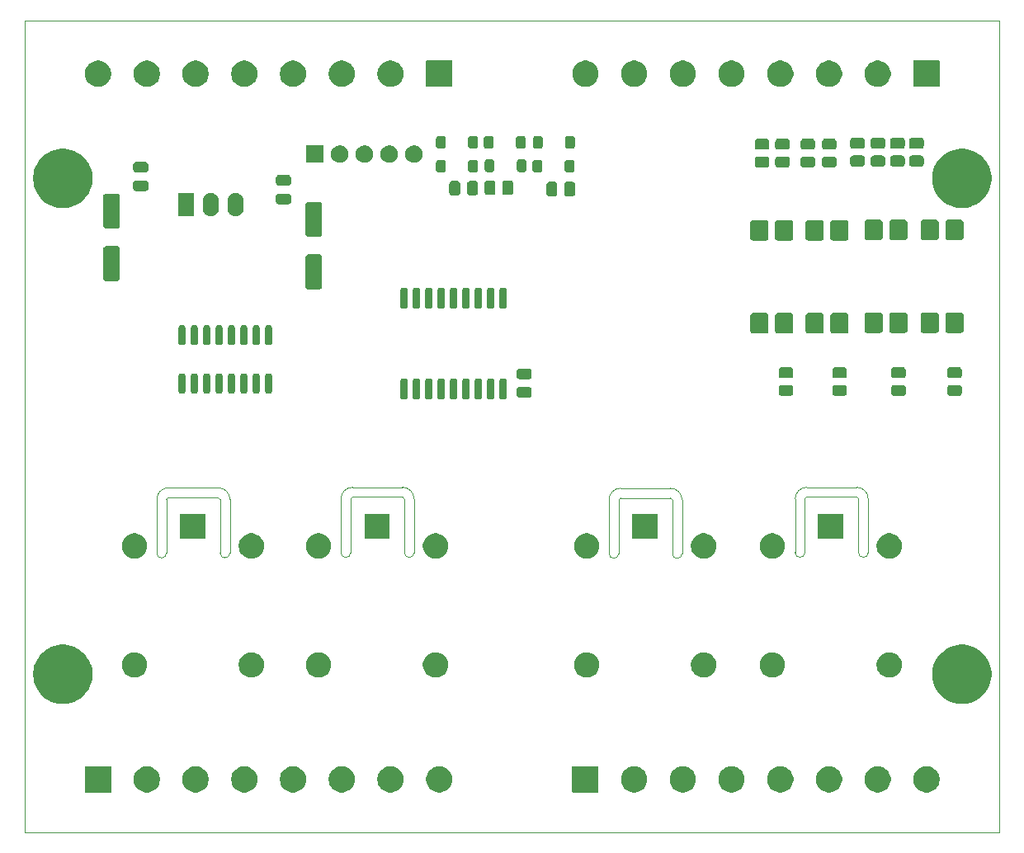
<source format=gbr>
%TF.GenerationSoftware,KiCad,Pcbnew,9.0.3*%
%TF.CreationDate,2025-10-06T20:13:02+02:00*%
%TF.ProjectId,esp32_blinds_controller,65737033-325f-4626-9c69-6e64735f636f,V0.3*%
%TF.SameCoordinates,Original*%
%TF.FileFunction,Soldermask,Top*%
%TF.FilePolarity,Negative*%
%FSLAX46Y46*%
G04 Gerber Fmt 4.6, Leading zero omitted, Abs format (unit mm)*
G04 Created by KiCad (PCBNEW 9.0.3) date 2025-10-06 20:13:02*
%MOMM*%
%LPD*%
G01*
G04 APERTURE LIST*
%TA.AperFunction,Profile*%
%ADD10C,0.050000*%
%TD*%
%TA.AperFunction,Profile*%
%ADD11C,0.120000*%
%TD*%
G04 APERTURE END LIST*
G36*
X109994517Y-132232882D02*
G01*
X110011062Y-132243938D01*
X110022118Y-132260483D01*
X110026000Y-132280000D01*
X110026000Y-134880000D01*
X110022118Y-134899517D01*
X110011062Y-134916062D01*
X109994517Y-134927118D01*
X109975000Y-134931000D01*
X107375000Y-134931000D01*
X107355483Y-134927118D01*
X107338938Y-134916062D01*
X107327882Y-134899517D01*
X107324000Y-134880000D01*
X107324000Y-132280000D01*
X107327882Y-132260483D01*
X107338938Y-132243938D01*
X107355483Y-132232882D01*
X107375000Y-132229000D01*
X109975000Y-132229000D01*
X109994517Y-132232882D01*
G37*
G36*
X159994517Y-132232882D02*
G01*
X160011062Y-132243938D01*
X160022118Y-132260483D01*
X160026000Y-132280000D01*
X160026000Y-134880000D01*
X160022118Y-134899517D01*
X160011062Y-134916062D01*
X159994517Y-134927118D01*
X159975000Y-134931000D01*
X157375000Y-134931000D01*
X157355483Y-134927118D01*
X157338938Y-134916062D01*
X157327882Y-134899517D01*
X157324000Y-134880000D01*
X157324000Y-132280000D01*
X157327882Y-132260483D01*
X157338938Y-132243938D01*
X157355483Y-132232882D01*
X157375000Y-132229000D01*
X159975000Y-132229000D01*
X159994517Y-132232882D01*
G37*
G36*
X113990385Y-132266328D02*
G01*
X114192005Y-132331839D01*
X114380896Y-132428083D01*
X114552404Y-132552692D01*
X114702308Y-132702596D01*
X114826917Y-132874104D01*
X114923161Y-133062995D01*
X114988672Y-133264615D01*
X115021835Y-133474002D01*
X115021835Y-133685998D01*
X114988672Y-133895385D01*
X114923161Y-134097005D01*
X114826917Y-134285896D01*
X114702308Y-134457404D01*
X114552404Y-134607308D01*
X114380896Y-134731917D01*
X114192005Y-134828161D01*
X113990385Y-134893672D01*
X113780998Y-134926835D01*
X113569002Y-134926835D01*
X113359615Y-134893672D01*
X113157995Y-134828161D01*
X112969104Y-134731917D01*
X112797596Y-134607308D01*
X112647692Y-134457404D01*
X112523083Y-134285896D01*
X112426839Y-134097005D01*
X112361328Y-133895385D01*
X112328165Y-133685998D01*
X112328165Y-133474002D01*
X112361328Y-133264615D01*
X112426839Y-133062995D01*
X112523083Y-132874104D01*
X112647692Y-132702596D01*
X112797596Y-132552692D01*
X112969104Y-132428083D01*
X113157995Y-132331839D01*
X113359615Y-132266328D01*
X113569002Y-132233165D01*
X113780998Y-132233165D01*
X113990385Y-132266328D01*
G37*
G36*
X118990385Y-132266328D02*
G01*
X119192005Y-132331839D01*
X119380896Y-132428083D01*
X119552404Y-132552692D01*
X119702308Y-132702596D01*
X119826917Y-132874104D01*
X119923161Y-133062995D01*
X119988672Y-133264615D01*
X120021835Y-133474002D01*
X120021835Y-133685998D01*
X119988672Y-133895385D01*
X119923161Y-134097005D01*
X119826917Y-134285896D01*
X119702308Y-134457404D01*
X119552404Y-134607308D01*
X119380896Y-134731917D01*
X119192005Y-134828161D01*
X118990385Y-134893672D01*
X118780998Y-134926835D01*
X118569002Y-134926835D01*
X118359615Y-134893672D01*
X118157995Y-134828161D01*
X117969104Y-134731917D01*
X117797596Y-134607308D01*
X117647692Y-134457404D01*
X117523083Y-134285896D01*
X117426839Y-134097005D01*
X117361328Y-133895385D01*
X117328165Y-133685998D01*
X117328165Y-133474002D01*
X117361328Y-133264615D01*
X117426839Y-133062995D01*
X117523083Y-132874104D01*
X117647692Y-132702596D01*
X117797596Y-132552692D01*
X117969104Y-132428083D01*
X118157995Y-132331839D01*
X118359615Y-132266328D01*
X118569002Y-132233165D01*
X118780998Y-132233165D01*
X118990385Y-132266328D01*
G37*
G36*
X123990385Y-132266328D02*
G01*
X124192005Y-132331839D01*
X124380896Y-132428083D01*
X124552404Y-132552692D01*
X124702308Y-132702596D01*
X124826917Y-132874104D01*
X124923161Y-133062995D01*
X124988672Y-133264615D01*
X125021835Y-133474002D01*
X125021835Y-133685998D01*
X124988672Y-133895385D01*
X124923161Y-134097005D01*
X124826917Y-134285896D01*
X124702308Y-134457404D01*
X124552404Y-134607308D01*
X124380896Y-134731917D01*
X124192005Y-134828161D01*
X123990385Y-134893672D01*
X123780998Y-134926835D01*
X123569002Y-134926835D01*
X123359615Y-134893672D01*
X123157995Y-134828161D01*
X122969104Y-134731917D01*
X122797596Y-134607308D01*
X122647692Y-134457404D01*
X122523083Y-134285896D01*
X122426839Y-134097005D01*
X122361328Y-133895385D01*
X122328165Y-133685998D01*
X122328165Y-133474002D01*
X122361328Y-133264615D01*
X122426839Y-133062995D01*
X122523083Y-132874104D01*
X122647692Y-132702596D01*
X122797596Y-132552692D01*
X122969104Y-132428083D01*
X123157995Y-132331839D01*
X123359615Y-132266328D01*
X123569002Y-132233165D01*
X123780998Y-132233165D01*
X123990385Y-132266328D01*
G37*
G36*
X128990385Y-132266328D02*
G01*
X129192005Y-132331839D01*
X129380896Y-132428083D01*
X129552404Y-132552692D01*
X129702308Y-132702596D01*
X129826917Y-132874104D01*
X129923161Y-133062995D01*
X129988672Y-133264615D01*
X130021835Y-133474002D01*
X130021835Y-133685998D01*
X129988672Y-133895385D01*
X129923161Y-134097005D01*
X129826917Y-134285896D01*
X129702308Y-134457404D01*
X129552404Y-134607308D01*
X129380896Y-134731917D01*
X129192005Y-134828161D01*
X128990385Y-134893672D01*
X128780998Y-134926835D01*
X128569002Y-134926835D01*
X128359615Y-134893672D01*
X128157995Y-134828161D01*
X127969104Y-134731917D01*
X127797596Y-134607308D01*
X127647692Y-134457404D01*
X127523083Y-134285896D01*
X127426839Y-134097005D01*
X127361328Y-133895385D01*
X127328165Y-133685998D01*
X127328165Y-133474002D01*
X127361328Y-133264615D01*
X127426839Y-133062995D01*
X127523083Y-132874104D01*
X127647692Y-132702596D01*
X127797596Y-132552692D01*
X127969104Y-132428083D01*
X128157995Y-132331839D01*
X128359615Y-132266328D01*
X128569002Y-132233165D01*
X128780998Y-132233165D01*
X128990385Y-132266328D01*
G37*
G36*
X133990385Y-132266328D02*
G01*
X134192005Y-132331839D01*
X134380896Y-132428083D01*
X134552404Y-132552692D01*
X134702308Y-132702596D01*
X134826917Y-132874104D01*
X134923161Y-133062995D01*
X134988672Y-133264615D01*
X135021835Y-133474002D01*
X135021835Y-133685998D01*
X134988672Y-133895385D01*
X134923161Y-134097005D01*
X134826917Y-134285896D01*
X134702308Y-134457404D01*
X134552404Y-134607308D01*
X134380896Y-134731917D01*
X134192005Y-134828161D01*
X133990385Y-134893672D01*
X133780998Y-134926835D01*
X133569002Y-134926835D01*
X133359615Y-134893672D01*
X133157995Y-134828161D01*
X132969104Y-134731917D01*
X132797596Y-134607308D01*
X132647692Y-134457404D01*
X132523083Y-134285896D01*
X132426839Y-134097005D01*
X132361328Y-133895385D01*
X132328165Y-133685998D01*
X132328165Y-133474002D01*
X132361328Y-133264615D01*
X132426839Y-133062995D01*
X132523083Y-132874104D01*
X132647692Y-132702596D01*
X132797596Y-132552692D01*
X132969104Y-132428083D01*
X133157995Y-132331839D01*
X133359615Y-132266328D01*
X133569002Y-132233165D01*
X133780998Y-132233165D01*
X133990385Y-132266328D01*
G37*
G36*
X138990385Y-132266328D02*
G01*
X139192005Y-132331839D01*
X139380896Y-132428083D01*
X139552404Y-132552692D01*
X139702308Y-132702596D01*
X139826917Y-132874104D01*
X139923161Y-133062995D01*
X139988672Y-133264615D01*
X140021835Y-133474002D01*
X140021835Y-133685998D01*
X139988672Y-133895385D01*
X139923161Y-134097005D01*
X139826917Y-134285896D01*
X139702308Y-134457404D01*
X139552404Y-134607308D01*
X139380896Y-134731917D01*
X139192005Y-134828161D01*
X138990385Y-134893672D01*
X138780998Y-134926835D01*
X138569002Y-134926835D01*
X138359615Y-134893672D01*
X138157995Y-134828161D01*
X137969104Y-134731917D01*
X137797596Y-134607308D01*
X137647692Y-134457404D01*
X137523083Y-134285896D01*
X137426839Y-134097005D01*
X137361328Y-133895385D01*
X137328165Y-133685998D01*
X137328165Y-133474002D01*
X137361328Y-133264615D01*
X137426839Y-133062995D01*
X137523083Y-132874104D01*
X137647692Y-132702596D01*
X137797596Y-132552692D01*
X137969104Y-132428083D01*
X138157995Y-132331839D01*
X138359615Y-132266328D01*
X138569002Y-132233165D01*
X138780998Y-132233165D01*
X138990385Y-132266328D01*
G37*
G36*
X143990385Y-132266328D02*
G01*
X144192005Y-132331839D01*
X144380896Y-132428083D01*
X144552404Y-132552692D01*
X144702308Y-132702596D01*
X144826917Y-132874104D01*
X144923161Y-133062995D01*
X144988672Y-133264615D01*
X145021835Y-133474002D01*
X145021835Y-133685998D01*
X144988672Y-133895385D01*
X144923161Y-134097005D01*
X144826917Y-134285896D01*
X144702308Y-134457404D01*
X144552404Y-134607308D01*
X144380896Y-134731917D01*
X144192005Y-134828161D01*
X143990385Y-134893672D01*
X143780998Y-134926835D01*
X143569002Y-134926835D01*
X143359615Y-134893672D01*
X143157995Y-134828161D01*
X142969104Y-134731917D01*
X142797596Y-134607308D01*
X142647692Y-134457404D01*
X142523083Y-134285896D01*
X142426839Y-134097005D01*
X142361328Y-133895385D01*
X142328165Y-133685998D01*
X142328165Y-133474002D01*
X142361328Y-133264615D01*
X142426839Y-133062995D01*
X142523083Y-132874104D01*
X142647692Y-132702596D01*
X142797596Y-132552692D01*
X142969104Y-132428083D01*
X143157995Y-132331839D01*
X143359615Y-132266328D01*
X143569002Y-132233165D01*
X143780998Y-132233165D01*
X143990385Y-132266328D01*
G37*
G36*
X163990385Y-132266328D02*
G01*
X164192005Y-132331839D01*
X164380896Y-132428083D01*
X164552404Y-132552692D01*
X164702308Y-132702596D01*
X164826917Y-132874104D01*
X164923161Y-133062995D01*
X164988672Y-133264615D01*
X165021835Y-133474002D01*
X165021835Y-133685998D01*
X164988672Y-133895385D01*
X164923161Y-134097005D01*
X164826917Y-134285896D01*
X164702308Y-134457404D01*
X164552404Y-134607308D01*
X164380896Y-134731917D01*
X164192005Y-134828161D01*
X163990385Y-134893672D01*
X163780998Y-134926835D01*
X163569002Y-134926835D01*
X163359615Y-134893672D01*
X163157995Y-134828161D01*
X162969104Y-134731917D01*
X162797596Y-134607308D01*
X162647692Y-134457404D01*
X162523083Y-134285896D01*
X162426839Y-134097005D01*
X162361328Y-133895385D01*
X162328165Y-133685998D01*
X162328165Y-133474002D01*
X162361328Y-133264615D01*
X162426839Y-133062995D01*
X162523083Y-132874104D01*
X162647692Y-132702596D01*
X162797596Y-132552692D01*
X162969104Y-132428083D01*
X163157995Y-132331839D01*
X163359615Y-132266328D01*
X163569002Y-132233165D01*
X163780998Y-132233165D01*
X163990385Y-132266328D01*
G37*
G36*
X168990385Y-132266328D02*
G01*
X169192005Y-132331839D01*
X169380896Y-132428083D01*
X169552404Y-132552692D01*
X169702308Y-132702596D01*
X169826917Y-132874104D01*
X169923161Y-133062995D01*
X169988672Y-133264615D01*
X170021835Y-133474002D01*
X170021835Y-133685998D01*
X169988672Y-133895385D01*
X169923161Y-134097005D01*
X169826917Y-134285896D01*
X169702308Y-134457404D01*
X169552404Y-134607308D01*
X169380896Y-134731917D01*
X169192005Y-134828161D01*
X168990385Y-134893672D01*
X168780998Y-134926835D01*
X168569002Y-134926835D01*
X168359615Y-134893672D01*
X168157995Y-134828161D01*
X167969104Y-134731917D01*
X167797596Y-134607308D01*
X167647692Y-134457404D01*
X167523083Y-134285896D01*
X167426839Y-134097005D01*
X167361328Y-133895385D01*
X167328165Y-133685998D01*
X167328165Y-133474002D01*
X167361328Y-133264615D01*
X167426839Y-133062995D01*
X167523083Y-132874104D01*
X167647692Y-132702596D01*
X167797596Y-132552692D01*
X167969104Y-132428083D01*
X168157995Y-132331839D01*
X168359615Y-132266328D01*
X168569002Y-132233165D01*
X168780998Y-132233165D01*
X168990385Y-132266328D01*
G37*
G36*
X173990385Y-132266328D02*
G01*
X174192005Y-132331839D01*
X174380896Y-132428083D01*
X174552404Y-132552692D01*
X174702308Y-132702596D01*
X174826917Y-132874104D01*
X174923161Y-133062995D01*
X174988672Y-133264615D01*
X175021835Y-133474002D01*
X175021835Y-133685998D01*
X174988672Y-133895385D01*
X174923161Y-134097005D01*
X174826917Y-134285896D01*
X174702308Y-134457404D01*
X174552404Y-134607308D01*
X174380896Y-134731917D01*
X174192005Y-134828161D01*
X173990385Y-134893672D01*
X173780998Y-134926835D01*
X173569002Y-134926835D01*
X173359615Y-134893672D01*
X173157995Y-134828161D01*
X172969104Y-134731917D01*
X172797596Y-134607308D01*
X172647692Y-134457404D01*
X172523083Y-134285896D01*
X172426839Y-134097005D01*
X172361328Y-133895385D01*
X172328165Y-133685998D01*
X172328165Y-133474002D01*
X172361328Y-133264615D01*
X172426839Y-133062995D01*
X172523083Y-132874104D01*
X172647692Y-132702596D01*
X172797596Y-132552692D01*
X172969104Y-132428083D01*
X173157995Y-132331839D01*
X173359615Y-132266328D01*
X173569002Y-132233165D01*
X173780998Y-132233165D01*
X173990385Y-132266328D01*
G37*
G36*
X178990385Y-132266328D02*
G01*
X179192005Y-132331839D01*
X179380896Y-132428083D01*
X179552404Y-132552692D01*
X179702308Y-132702596D01*
X179826917Y-132874104D01*
X179923161Y-133062995D01*
X179988672Y-133264615D01*
X180021835Y-133474002D01*
X180021835Y-133685998D01*
X179988672Y-133895385D01*
X179923161Y-134097005D01*
X179826917Y-134285896D01*
X179702308Y-134457404D01*
X179552404Y-134607308D01*
X179380896Y-134731917D01*
X179192005Y-134828161D01*
X178990385Y-134893672D01*
X178780998Y-134926835D01*
X178569002Y-134926835D01*
X178359615Y-134893672D01*
X178157995Y-134828161D01*
X177969104Y-134731917D01*
X177797596Y-134607308D01*
X177647692Y-134457404D01*
X177523083Y-134285896D01*
X177426839Y-134097005D01*
X177361328Y-133895385D01*
X177328165Y-133685998D01*
X177328165Y-133474002D01*
X177361328Y-133264615D01*
X177426839Y-133062995D01*
X177523083Y-132874104D01*
X177647692Y-132702596D01*
X177797596Y-132552692D01*
X177969104Y-132428083D01*
X178157995Y-132331839D01*
X178359615Y-132266328D01*
X178569002Y-132233165D01*
X178780998Y-132233165D01*
X178990385Y-132266328D01*
G37*
G36*
X183990385Y-132266328D02*
G01*
X184192005Y-132331839D01*
X184380896Y-132428083D01*
X184552404Y-132552692D01*
X184702308Y-132702596D01*
X184826917Y-132874104D01*
X184923161Y-133062995D01*
X184988672Y-133264615D01*
X185021835Y-133474002D01*
X185021835Y-133685998D01*
X184988672Y-133895385D01*
X184923161Y-134097005D01*
X184826917Y-134285896D01*
X184702308Y-134457404D01*
X184552404Y-134607308D01*
X184380896Y-134731917D01*
X184192005Y-134828161D01*
X183990385Y-134893672D01*
X183780998Y-134926835D01*
X183569002Y-134926835D01*
X183359615Y-134893672D01*
X183157995Y-134828161D01*
X182969104Y-134731917D01*
X182797596Y-134607308D01*
X182647692Y-134457404D01*
X182523083Y-134285896D01*
X182426839Y-134097005D01*
X182361328Y-133895385D01*
X182328165Y-133685998D01*
X182328165Y-133474002D01*
X182361328Y-133264615D01*
X182426839Y-133062995D01*
X182523083Y-132874104D01*
X182647692Y-132702596D01*
X182797596Y-132552692D01*
X182969104Y-132428083D01*
X183157995Y-132331839D01*
X183359615Y-132266328D01*
X183569002Y-132233165D01*
X183780998Y-132233165D01*
X183990385Y-132266328D01*
G37*
G36*
X188990385Y-132266328D02*
G01*
X189192005Y-132331839D01*
X189380896Y-132428083D01*
X189552404Y-132552692D01*
X189702308Y-132702596D01*
X189826917Y-132874104D01*
X189923161Y-133062995D01*
X189988672Y-133264615D01*
X190021835Y-133474002D01*
X190021835Y-133685998D01*
X189988672Y-133895385D01*
X189923161Y-134097005D01*
X189826917Y-134285896D01*
X189702308Y-134457404D01*
X189552404Y-134607308D01*
X189380896Y-134731917D01*
X189192005Y-134828161D01*
X188990385Y-134893672D01*
X188780998Y-134926835D01*
X188569002Y-134926835D01*
X188359615Y-134893672D01*
X188157995Y-134828161D01*
X187969104Y-134731917D01*
X187797596Y-134607308D01*
X187647692Y-134457404D01*
X187523083Y-134285896D01*
X187426839Y-134097005D01*
X187361328Y-133895385D01*
X187328165Y-133685998D01*
X187328165Y-133474002D01*
X187361328Y-133264615D01*
X187426839Y-133062995D01*
X187523083Y-132874104D01*
X187647692Y-132702596D01*
X187797596Y-132552692D01*
X187969104Y-132428083D01*
X188157995Y-132331839D01*
X188359615Y-132266328D01*
X188569002Y-132233165D01*
X188780998Y-132233165D01*
X188990385Y-132266328D01*
G37*
G36*
X193990385Y-132266328D02*
G01*
X194192005Y-132331839D01*
X194380896Y-132428083D01*
X194552404Y-132552692D01*
X194702308Y-132702596D01*
X194826917Y-132874104D01*
X194923161Y-133062995D01*
X194988672Y-133264615D01*
X195021835Y-133474002D01*
X195021835Y-133685998D01*
X194988672Y-133895385D01*
X194923161Y-134097005D01*
X194826917Y-134285896D01*
X194702308Y-134457404D01*
X194552404Y-134607308D01*
X194380896Y-134731917D01*
X194192005Y-134828161D01*
X193990385Y-134893672D01*
X193780998Y-134926835D01*
X193569002Y-134926835D01*
X193359615Y-134893672D01*
X193157995Y-134828161D01*
X192969104Y-134731917D01*
X192797596Y-134607308D01*
X192647692Y-134457404D01*
X192523083Y-134285896D01*
X192426839Y-134097005D01*
X192361328Y-133895385D01*
X192328165Y-133685998D01*
X192328165Y-133474002D01*
X192361328Y-133264615D01*
X192426839Y-133062995D01*
X192523083Y-132874104D01*
X192647692Y-132702596D01*
X192797596Y-132552692D01*
X192969104Y-132428083D01*
X193157995Y-132331839D01*
X193359615Y-132266328D01*
X193569002Y-132233165D01*
X193780998Y-132233165D01*
X193990385Y-132266328D01*
G37*
G36*
X105561061Y-119792108D02*
G01*
X105894625Y-119868241D01*
X106217567Y-119981244D01*
X106525826Y-120129693D01*
X106815526Y-120311724D01*
X107083023Y-120525046D01*
X107324954Y-120766977D01*
X107538276Y-121034474D01*
X107720307Y-121324174D01*
X107868756Y-121632433D01*
X107981759Y-121955375D01*
X108057892Y-122288939D01*
X108096200Y-122628929D01*
X108096200Y-122971071D01*
X108057892Y-123311061D01*
X107981759Y-123644625D01*
X107868756Y-123967567D01*
X107720307Y-124275826D01*
X107538276Y-124565526D01*
X107324954Y-124833023D01*
X107083023Y-125074954D01*
X106815526Y-125288276D01*
X106525826Y-125470307D01*
X106217567Y-125618756D01*
X105894625Y-125731759D01*
X105561061Y-125807892D01*
X105221071Y-125846200D01*
X104878929Y-125846200D01*
X104538939Y-125807892D01*
X104205375Y-125731759D01*
X103882433Y-125618756D01*
X103574174Y-125470307D01*
X103284474Y-125288276D01*
X103016977Y-125074954D01*
X102775046Y-124833023D01*
X102561724Y-124565526D01*
X102379693Y-124275826D01*
X102231244Y-123967567D01*
X102118241Y-123644625D01*
X102042108Y-123311061D01*
X102003800Y-122971071D01*
X102003800Y-122628929D01*
X102042108Y-122288939D01*
X102118241Y-121955375D01*
X102231244Y-121632433D01*
X102379693Y-121324174D01*
X102561724Y-121034474D01*
X102775046Y-120766977D01*
X103016977Y-120525046D01*
X103284474Y-120311724D01*
X103574174Y-120129693D01*
X103882433Y-119981244D01*
X104205375Y-119868241D01*
X104538939Y-119792108D01*
X104878929Y-119753800D01*
X105221071Y-119753800D01*
X105561061Y-119792108D01*
G37*
G36*
X197811061Y-119792108D02*
G01*
X198144625Y-119868241D01*
X198467567Y-119981244D01*
X198775826Y-120129693D01*
X199065526Y-120311724D01*
X199333023Y-120525046D01*
X199574954Y-120766977D01*
X199788276Y-121034474D01*
X199970307Y-121324174D01*
X200118756Y-121632433D01*
X200231759Y-121955375D01*
X200307892Y-122288939D01*
X200346200Y-122628929D01*
X200346200Y-122971071D01*
X200307892Y-123311061D01*
X200231759Y-123644625D01*
X200118756Y-123967567D01*
X199970307Y-124275826D01*
X199788276Y-124565526D01*
X199574954Y-124833023D01*
X199333023Y-125074954D01*
X199065526Y-125288276D01*
X198775826Y-125470307D01*
X198467567Y-125618756D01*
X198144625Y-125731759D01*
X197811061Y-125807892D01*
X197471071Y-125846200D01*
X197128929Y-125846200D01*
X196788939Y-125807892D01*
X196455375Y-125731759D01*
X196132433Y-125618756D01*
X195824174Y-125470307D01*
X195534474Y-125288276D01*
X195266977Y-125074954D01*
X195025046Y-124833023D01*
X194811724Y-124565526D01*
X194629693Y-124275826D01*
X194481244Y-123967567D01*
X194368241Y-123644625D01*
X194292108Y-123311061D01*
X194253800Y-122971071D01*
X194253800Y-122628929D01*
X194292108Y-122288939D01*
X194368241Y-121955375D01*
X194481244Y-121632433D01*
X194629693Y-121324174D01*
X194811724Y-121034474D01*
X195025046Y-120766977D01*
X195266977Y-120525046D01*
X195534474Y-120311724D01*
X195824174Y-120129693D01*
X196132433Y-119981244D01*
X196455375Y-119868241D01*
X196788939Y-119792108D01*
X197128929Y-119753800D01*
X197471071Y-119753800D01*
X197811061Y-119792108D01*
G37*
G36*
X112703712Y-120557447D02*
G01*
X112897871Y-120620533D01*
X113079771Y-120713215D01*
X113244932Y-120833212D01*
X113389288Y-120977568D01*
X113509285Y-121142729D01*
X113601967Y-121324629D01*
X113665053Y-121518788D01*
X113696989Y-121720425D01*
X113696989Y-121924575D01*
X113665053Y-122126212D01*
X113601967Y-122320371D01*
X113509285Y-122502271D01*
X113389288Y-122667432D01*
X113244932Y-122811788D01*
X113079771Y-122931785D01*
X112897871Y-123024467D01*
X112703712Y-123087553D01*
X112502075Y-123119489D01*
X112297925Y-123119489D01*
X112096288Y-123087553D01*
X111902129Y-123024467D01*
X111720229Y-122931785D01*
X111555068Y-122811788D01*
X111410712Y-122667432D01*
X111290715Y-122502271D01*
X111198033Y-122320371D01*
X111134947Y-122126212D01*
X111103011Y-121924575D01*
X111103011Y-121720425D01*
X111134947Y-121518788D01*
X111198033Y-121324629D01*
X111290715Y-121142729D01*
X111410712Y-120977568D01*
X111555068Y-120833212D01*
X111720229Y-120713215D01*
X111902129Y-120620533D01*
X112096288Y-120557447D01*
X112297925Y-120525511D01*
X112502075Y-120525511D01*
X112703712Y-120557447D01*
G37*
G36*
X124703712Y-120557447D02*
G01*
X124897871Y-120620533D01*
X125079771Y-120713215D01*
X125244932Y-120833212D01*
X125389288Y-120977568D01*
X125509285Y-121142729D01*
X125601967Y-121324629D01*
X125665053Y-121518788D01*
X125696989Y-121720425D01*
X125696989Y-121924575D01*
X125665053Y-122126212D01*
X125601967Y-122320371D01*
X125509285Y-122502271D01*
X125389288Y-122667432D01*
X125244932Y-122811788D01*
X125079771Y-122931785D01*
X124897871Y-123024467D01*
X124703712Y-123087553D01*
X124502075Y-123119489D01*
X124297925Y-123119489D01*
X124096288Y-123087553D01*
X123902129Y-123024467D01*
X123720229Y-122931785D01*
X123555068Y-122811788D01*
X123410712Y-122667432D01*
X123290715Y-122502271D01*
X123198033Y-122320371D01*
X123134947Y-122126212D01*
X123103011Y-121924575D01*
X123103011Y-121720425D01*
X123134947Y-121518788D01*
X123198033Y-121324629D01*
X123290715Y-121142729D01*
X123410712Y-120977568D01*
X123555068Y-120833212D01*
X123720229Y-120713215D01*
X123902129Y-120620533D01*
X124096288Y-120557447D01*
X124297925Y-120525511D01*
X124502075Y-120525511D01*
X124703712Y-120557447D01*
G37*
G36*
X131603712Y-120557447D02*
G01*
X131797871Y-120620533D01*
X131979771Y-120713215D01*
X132144932Y-120833212D01*
X132289288Y-120977568D01*
X132409285Y-121142729D01*
X132501967Y-121324629D01*
X132565053Y-121518788D01*
X132596989Y-121720425D01*
X132596989Y-121924575D01*
X132565053Y-122126212D01*
X132501967Y-122320371D01*
X132409285Y-122502271D01*
X132289288Y-122667432D01*
X132144932Y-122811788D01*
X131979771Y-122931785D01*
X131797871Y-123024467D01*
X131603712Y-123087553D01*
X131402075Y-123119489D01*
X131197925Y-123119489D01*
X130996288Y-123087553D01*
X130802129Y-123024467D01*
X130620229Y-122931785D01*
X130455068Y-122811788D01*
X130310712Y-122667432D01*
X130190715Y-122502271D01*
X130098033Y-122320371D01*
X130034947Y-122126212D01*
X130003011Y-121924575D01*
X130003011Y-121720425D01*
X130034947Y-121518788D01*
X130098033Y-121324629D01*
X130190715Y-121142729D01*
X130310712Y-120977568D01*
X130455068Y-120833212D01*
X130620229Y-120713215D01*
X130802129Y-120620533D01*
X130996288Y-120557447D01*
X131197925Y-120525511D01*
X131402075Y-120525511D01*
X131603712Y-120557447D01*
G37*
G36*
X143603712Y-120557447D02*
G01*
X143797871Y-120620533D01*
X143979771Y-120713215D01*
X144144932Y-120833212D01*
X144289288Y-120977568D01*
X144409285Y-121142729D01*
X144501967Y-121324629D01*
X144565053Y-121518788D01*
X144596989Y-121720425D01*
X144596989Y-121924575D01*
X144565053Y-122126212D01*
X144501967Y-122320371D01*
X144409285Y-122502271D01*
X144289288Y-122667432D01*
X144144932Y-122811788D01*
X143979771Y-122931785D01*
X143797871Y-123024467D01*
X143603712Y-123087553D01*
X143402075Y-123119489D01*
X143197925Y-123119489D01*
X142996288Y-123087553D01*
X142802129Y-123024467D01*
X142620229Y-122931785D01*
X142455068Y-122811788D01*
X142310712Y-122667432D01*
X142190715Y-122502271D01*
X142098033Y-122320371D01*
X142034947Y-122126212D01*
X142003011Y-121924575D01*
X142003011Y-121720425D01*
X142034947Y-121518788D01*
X142098033Y-121324629D01*
X142190715Y-121142729D01*
X142310712Y-120977568D01*
X142455068Y-120833212D01*
X142620229Y-120713215D01*
X142802129Y-120620533D01*
X142996288Y-120557447D01*
X143197925Y-120525511D01*
X143402075Y-120525511D01*
X143603712Y-120557447D01*
G37*
G36*
X159103712Y-120557447D02*
G01*
X159297871Y-120620533D01*
X159479771Y-120713215D01*
X159644932Y-120833212D01*
X159789288Y-120977568D01*
X159909285Y-121142729D01*
X160001967Y-121324629D01*
X160065053Y-121518788D01*
X160096989Y-121720425D01*
X160096989Y-121924575D01*
X160065053Y-122126212D01*
X160001967Y-122320371D01*
X159909285Y-122502271D01*
X159789288Y-122667432D01*
X159644932Y-122811788D01*
X159479771Y-122931785D01*
X159297871Y-123024467D01*
X159103712Y-123087553D01*
X158902075Y-123119489D01*
X158697925Y-123119489D01*
X158496288Y-123087553D01*
X158302129Y-123024467D01*
X158120229Y-122931785D01*
X157955068Y-122811788D01*
X157810712Y-122667432D01*
X157690715Y-122502271D01*
X157598033Y-122320371D01*
X157534947Y-122126212D01*
X157503011Y-121924575D01*
X157503011Y-121720425D01*
X157534947Y-121518788D01*
X157598033Y-121324629D01*
X157690715Y-121142729D01*
X157810712Y-120977568D01*
X157955068Y-120833212D01*
X158120229Y-120713215D01*
X158302129Y-120620533D01*
X158496288Y-120557447D01*
X158697925Y-120525511D01*
X158902075Y-120525511D01*
X159103712Y-120557447D01*
G37*
G36*
X171103712Y-120557447D02*
G01*
X171297871Y-120620533D01*
X171479771Y-120713215D01*
X171644932Y-120833212D01*
X171789288Y-120977568D01*
X171909285Y-121142729D01*
X172001967Y-121324629D01*
X172065053Y-121518788D01*
X172096989Y-121720425D01*
X172096989Y-121924575D01*
X172065053Y-122126212D01*
X172001967Y-122320371D01*
X171909285Y-122502271D01*
X171789288Y-122667432D01*
X171644932Y-122811788D01*
X171479771Y-122931785D01*
X171297871Y-123024467D01*
X171103712Y-123087553D01*
X170902075Y-123119489D01*
X170697925Y-123119489D01*
X170496288Y-123087553D01*
X170302129Y-123024467D01*
X170120229Y-122931785D01*
X169955068Y-122811788D01*
X169810712Y-122667432D01*
X169690715Y-122502271D01*
X169598033Y-122320371D01*
X169534947Y-122126212D01*
X169503011Y-121924575D01*
X169503011Y-121720425D01*
X169534947Y-121518788D01*
X169598033Y-121324629D01*
X169690715Y-121142729D01*
X169810712Y-120977568D01*
X169955068Y-120833212D01*
X170120229Y-120713215D01*
X170302129Y-120620533D01*
X170496288Y-120557447D01*
X170697925Y-120525511D01*
X170902075Y-120525511D01*
X171103712Y-120557447D01*
G37*
G36*
X178153712Y-120557447D02*
G01*
X178347871Y-120620533D01*
X178529771Y-120713215D01*
X178694932Y-120833212D01*
X178839288Y-120977568D01*
X178959285Y-121142729D01*
X179051967Y-121324629D01*
X179115053Y-121518788D01*
X179146989Y-121720425D01*
X179146989Y-121924575D01*
X179115053Y-122126212D01*
X179051967Y-122320371D01*
X178959285Y-122502271D01*
X178839288Y-122667432D01*
X178694932Y-122811788D01*
X178529771Y-122931785D01*
X178347871Y-123024467D01*
X178153712Y-123087553D01*
X177952075Y-123119489D01*
X177747925Y-123119489D01*
X177546288Y-123087553D01*
X177352129Y-123024467D01*
X177170229Y-122931785D01*
X177005068Y-122811788D01*
X176860712Y-122667432D01*
X176740715Y-122502271D01*
X176648033Y-122320371D01*
X176584947Y-122126212D01*
X176553011Y-121924575D01*
X176553011Y-121720425D01*
X176584947Y-121518788D01*
X176648033Y-121324629D01*
X176740715Y-121142729D01*
X176860712Y-120977568D01*
X177005068Y-120833212D01*
X177170229Y-120713215D01*
X177352129Y-120620533D01*
X177546288Y-120557447D01*
X177747925Y-120525511D01*
X177952075Y-120525511D01*
X178153712Y-120557447D01*
G37*
G36*
X190153712Y-120557447D02*
G01*
X190347871Y-120620533D01*
X190529771Y-120713215D01*
X190694932Y-120833212D01*
X190839288Y-120977568D01*
X190959285Y-121142729D01*
X191051967Y-121324629D01*
X191115053Y-121518788D01*
X191146989Y-121720425D01*
X191146989Y-121924575D01*
X191115053Y-122126212D01*
X191051967Y-122320371D01*
X190959285Y-122502271D01*
X190839288Y-122667432D01*
X190694932Y-122811788D01*
X190529771Y-122931785D01*
X190347871Y-123024467D01*
X190153712Y-123087553D01*
X189952075Y-123119489D01*
X189747925Y-123119489D01*
X189546288Y-123087553D01*
X189352129Y-123024467D01*
X189170229Y-122931785D01*
X189005068Y-122811788D01*
X188860712Y-122667432D01*
X188740715Y-122502271D01*
X188648033Y-122320371D01*
X188584947Y-122126212D01*
X188553011Y-121924575D01*
X188553011Y-121720425D01*
X188584947Y-121518788D01*
X188648033Y-121324629D01*
X188740715Y-121142729D01*
X188860712Y-120977568D01*
X189005068Y-120833212D01*
X189170229Y-120713215D01*
X189352129Y-120620533D01*
X189546288Y-120557447D01*
X189747925Y-120525511D01*
X189952075Y-120525511D01*
X190153712Y-120557447D01*
G37*
G36*
X112703712Y-108357447D02*
G01*
X112897871Y-108420533D01*
X113079771Y-108513215D01*
X113244932Y-108633212D01*
X113389288Y-108777568D01*
X113509285Y-108942729D01*
X113601967Y-109124629D01*
X113665053Y-109318788D01*
X113696989Y-109520425D01*
X113696989Y-109724575D01*
X113665053Y-109926212D01*
X113601967Y-110120371D01*
X113509285Y-110302271D01*
X113389288Y-110467432D01*
X113244932Y-110611788D01*
X113079771Y-110731785D01*
X112897871Y-110824467D01*
X112703712Y-110887553D01*
X112502075Y-110919489D01*
X112297925Y-110919489D01*
X112096288Y-110887553D01*
X111902129Y-110824467D01*
X111720229Y-110731785D01*
X111555068Y-110611788D01*
X111410712Y-110467432D01*
X111290715Y-110302271D01*
X111198033Y-110120371D01*
X111134947Y-109926212D01*
X111103011Y-109724575D01*
X111103011Y-109520425D01*
X111134947Y-109318788D01*
X111198033Y-109124629D01*
X111290715Y-108942729D01*
X111410712Y-108777568D01*
X111555068Y-108633212D01*
X111720229Y-108513215D01*
X111902129Y-108420533D01*
X112096288Y-108357447D01*
X112297925Y-108325511D01*
X112502075Y-108325511D01*
X112703712Y-108357447D01*
G37*
G36*
X124703712Y-108357447D02*
G01*
X124897871Y-108420533D01*
X125079771Y-108513215D01*
X125244932Y-108633212D01*
X125389288Y-108777568D01*
X125509285Y-108942729D01*
X125601967Y-109124629D01*
X125665053Y-109318788D01*
X125696989Y-109520425D01*
X125696989Y-109724575D01*
X125665053Y-109926212D01*
X125601967Y-110120371D01*
X125509285Y-110302271D01*
X125389288Y-110467432D01*
X125244932Y-110611788D01*
X125079771Y-110731785D01*
X124897871Y-110824467D01*
X124703712Y-110887553D01*
X124502075Y-110919489D01*
X124297925Y-110919489D01*
X124096288Y-110887553D01*
X123902129Y-110824467D01*
X123720229Y-110731785D01*
X123555068Y-110611788D01*
X123410712Y-110467432D01*
X123290715Y-110302271D01*
X123198033Y-110120371D01*
X123134947Y-109926212D01*
X123103011Y-109724575D01*
X123103011Y-109520425D01*
X123134947Y-109318788D01*
X123198033Y-109124629D01*
X123290715Y-108942729D01*
X123410712Y-108777568D01*
X123555068Y-108633212D01*
X123720229Y-108513215D01*
X123902129Y-108420533D01*
X124096288Y-108357447D01*
X124297925Y-108325511D01*
X124502075Y-108325511D01*
X124703712Y-108357447D01*
G37*
G36*
X131603712Y-108357447D02*
G01*
X131797871Y-108420533D01*
X131979771Y-108513215D01*
X132144932Y-108633212D01*
X132289288Y-108777568D01*
X132409285Y-108942729D01*
X132501967Y-109124629D01*
X132565053Y-109318788D01*
X132596989Y-109520425D01*
X132596989Y-109724575D01*
X132565053Y-109926212D01*
X132501967Y-110120371D01*
X132409285Y-110302271D01*
X132289288Y-110467432D01*
X132144932Y-110611788D01*
X131979771Y-110731785D01*
X131797871Y-110824467D01*
X131603712Y-110887553D01*
X131402075Y-110919489D01*
X131197925Y-110919489D01*
X130996288Y-110887553D01*
X130802129Y-110824467D01*
X130620229Y-110731785D01*
X130455068Y-110611788D01*
X130310712Y-110467432D01*
X130190715Y-110302271D01*
X130098033Y-110120371D01*
X130034947Y-109926212D01*
X130003011Y-109724575D01*
X130003011Y-109520425D01*
X130034947Y-109318788D01*
X130098033Y-109124629D01*
X130190715Y-108942729D01*
X130310712Y-108777568D01*
X130455068Y-108633212D01*
X130620229Y-108513215D01*
X130802129Y-108420533D01*
X130996288Y-108357447D01*
X131197925Y-108325511D01*
X131402075Y-108325511D01*
X131603712Y-108357447D01*
G37*
G36*
X143603712Y-108357447D02*
G01*
X143797871Y-108420533D01*
X143979771Y-108513215D01*
X144144932Y-108633212D01*
X144289288Y-108777568D01*
X144409285Y-108942729D01*
X144501967Y-109124629D01*
X144565053Y-109318788D01*
X144596989Y-109520425D01*
X144596989Y-109724575D01*
X144565053Y-109926212D01*
X144501967Y-110120371D01*
X144409285Y-110302271D01*
X144289288Y-110467432D01*
X144144932Y-110611788D01*
X143979771Y-110731785D01*
X143797871Y-110824467D01*
X143603712Y-110887553D01*
X143402075Y-110919489D01*
X143197925Y-110919489D01*
X142996288Y-110887553D01*
X142802129Y-110824467D01*
X142620229Y-110731785D01*
X142455068Y-110611788D01*
X142310712Y-110467432D01*
X142190715Y-110302271D01*
X142098033Y-110120371D01*
X142034947Y-109926212D01*
X142003011Y-109724575D01*
X142003011Y-109520425D01*
X142034947Y-109318788D01*
X142098033Y-109124629D01*
X142190715Y-108942729D01*
X142310712Y-108777568D01*
X142455068Y-108633212D01*
X142620229Y-108513215D01*
X142802129Y-108420533D01*
X142996288Y-108357447D01*
X143197925Y-108325511D01*
X143402075Y-108325511D01*
X143603712Y-108357447D01*
G37*
G36*
X159103712Y-108357447D02*
G01*
X159297871Y-108420533D01*
X159479771Y-108513215D01*
X159644932Y-108633212D01*
X159789288Y-108777568D01*
X159909285Y-108942729D01*
X160001967Y-109124629D01*
X160065053Y-109318788D01*
X160096989Y-109520425D01*
X160096989Y-109724575D01*
X160065053Y-109926212D01*
X160001967Y-110120371D01*
X159909285Y-110302271D01*
X159789288Y-110467432D01*
X159644932Y-110611788D01*
X159479771Y-110731785D01*
X159297871Y-110824467D01*
X159103712Y-110887553D01*
X158902075Y-110919489D01*
X158697925Y-110919489D01*
X158496288Y-110887553D01*
X158302129Y-110824467D01*
X158120229Y-110731785D01*
X157955068Y-110611788D01*
X157810712Y-110467432D01*
X157690715Y-110302271D01*
X157598033Y-110120371D01*
X157534947Y-109926212D01*
X157503011Y-109724575D01*
X157503011Y-109520425D01*
X157534947Y-109318788D01*
X157598033Y-109124629D01*
X157690715Y-108942729D01*
X157810712Y-108777568D01*
X157955068Y-108633212D01*
X158120229Y-108513215D01*
X158302129Y-108420533D01*
X158496288Y-108357447D01*
X158697925Y-108325511D01*
X158902075Y-108325511D01*
X159103712Y-108357447D01*
G37*
G36*
X171103712Y-108357447D02*
G01*
X171297871Y-108420533D01*
X171479771Y-108513215D01*
X171644932Y-108633212D01*
X171789288Y-108777568D01*
X171909285Y-108942729D01*
X172001967Y-109124629D01*
X172065053Y-109318788D01*
X172096989Y-109520425D01*
X172096989Y-109724575D01*
X172065053Y-109926212D01*
X172001967Y-110120371D01*
X171909285Y-110302271D01*
X171789288Y-110467432D01*
X171644932Y-110611788D01*
X171479771Y-110731785D01*
X171297871Y-110824467D01*
X171103712Y-110887553D01*
X170902075Y-110919489D01*
X170697925Y-110919489D01*
X170496288Y-110887553D01*
X170302129Y-110824467D01*
X170120229Y-110731785D01*
X169955068Y-110611788D01*
X169810712Y-110467432D01*
X169690715Y-110302271D01*
X169598033Y-110120371D01*
X169534947Y-109926212D01*
X169503011Y-109724575D01*
X169503011Y-109520425D01*
X169534947Y-109318788D01*
X169598033Y-109124629D01*
X169690715Y-108942729D01*
X169810712Y-108777568D01*
X169955068Y-108633212D01*
X170120229Y-108513215D01*
X170302129Y-108420533D01*
X170496288Y-108357447D01*
X170697925Y-108325511D01*
X170902075Y-108325511D01*
X171103712Y-108357447D01*
G37*
G36*
X178153712Y-108357447D02*
G01*
X178347871Y-108420533D01*
X178529771Y-108513215D01*
X178694932Y-108633212D01*
X178839288Y-108777568D01*
X178959285Y-108942729D01*
X179051967Y-109124629D01*
X179115053Y-109318788D01*
X179146989Y-109520425D01*
X179146989Y-109724575D01*
X179115053Y-109926212D01*
X179051967Y-110120371D01*
X178959285Y-110302271D01*
X178839288Y-110467432D01*
X178694932Y-110611788D01*
X178529771Y-110731785D01*
X178347871Y-110824467D01*
X178153712Y-110887553D01*
X177952075Y-110919489D01*
X177747925Y-110919489D01*
X177546288Y-110887553D01*
X177352129Y-110824467D01*
X177170229Y-110731785D01*
X177005068Y-110611788D01*
X176860712Y-110467432D01*
X176740715Y-110302271D01*
X176648033Y-110120371D01*
X176584947Y-109926212D01*
X176553011Y-109724575D01*
X176553011Y-109520425D01*
X176584947Y-109318788D01*
X176648033Y-109124629D01*
X176740715Y-108942729D01*
X176860712Y-108777568D01*
X177005068Y-108633212D01*
X177170229Y-108513215D01*
X177352129Y-108420533D01*
X177546288Y-108357447D01*
X177747925Y-108325511D01*
X177952075Y-108325511D01*
X178153712Y-108357447D01*
G37*
G36*
X190153712Y-108357447D02*
G01*
X190347871Y-108420533D01*
X190529771Y-108513215D01*
X190694932Y-108633212D01*
X190839288Y-108777568D01*
X190959285Y-108942729D01*
X191051967Y-109124629D01*
X191115053Y-109318788D01*
X191146989Y-109520425D01*
X191146989Y-109724575D01*
X191115053Y-109926212D01*
X191051967Y-110120371D01*
X190959285Y-110302271D01*
X190839288Y-110467432D01*
X190694932Y-110611788D01*
X190529771Y-110731785D01*
X190347871Y-110824467D01*
X190153712Y-110887553D01*
X189952075Y-110919489D01*
X189747925Y-110919489D01*
X189546288Y-110887553D01*
X189352129Y-110824467D01*
X189170229Y-110731785D01*
X189005068Y-110611788D01*
X188860712Y-110467432D01*
X188740715Y-110302271D01*
X188648033Y-110120371D01*
X188584947Y-109926212D01*
X188553011Y-109724575D01*
X188553011Y-109520425D01*
X188584947Y-109318788D01*
X188648033Y-109124629D01*
X188740715Y-108942729D01*
X188860712Y-108777568D01*
X189005068Y-108633212D01*
X189170229Y-108513215D01*
X189352129Y-108420533D01*
X189546288Y-108357447D01*
X189747925Y-108325511D01*
X189952075Y-108325511D01*
X190153712Y-108357447D01*
G37*
G36*
X119669517Y-106325382D02*
G01*
X119686062Y-106336438D01*
X119697118Y-106352983D01*
X119701000Y-106372500D01*
X119701000Y-108872500D01*
X119697118Y-108892017D01*
X119686062Y-108908562D01*
X119669517Y-108919618D01*
X119650000Y-108923500D01*
X117150000Y-108923500D01*
X117130483Y-108919618D01*
X117113938Y-108908562D01*
X117102882Y-108892017D01*
X117099000Y-108872500D01*
X117099000Y-106372500D01*
X117102882Y-106352983D01*
X117113938Y-106336438D01*
X117130483Y-106325382D01*
X117150000Y-106321500D01*
X119650000Y-106321500D01*
X119669517Y-106325382D01*
G37*
G36*
X138569517Y-106325382D02*
G01*
X138586062Y-106336438D01*
X138597118Y-106352983D01*
X138601000Y-106372500D01*
X138601000Y-108872500D01*
X138597118Y-108892017D01*
X138586062Y-108908562D01*
X138569517Y-108919618D01*
X138550000Y-108923500D01*
X136050000Y-108923500D01*
X136030483Y-108919618D01*
X136013938Y-108908562D01*
X136002882Y-108892017D01*
X135999000Y-108872500D01*
X135999000Y-106372500D01*
X136002882Y-106352983D01*
X136013938Y-106336438D01*
X136030483Y-106325382D01*
X136050000Y-106321500D01*
X138550000Y-106321500D01*
X138569517Y-106325382D01*
G37*
G36*
X166069517Y-106325382D02*
G01*
X166086062Y-106336438D01*
X166097118Y-106352983D01*
X166101000Y-106372500D01*
X166101000Y-108872500D01*
X166097118Y-108892017D01*
X166086062Y-108908562D01*
X166069517Y-108919618D01*
X166050000Y-108923500D01*
X163550000Y-108923500D01*
X163530483Y-108919618D01*
X163513938Y-108908562D01*
X163502882Y-108892017D01*
X163499000Y-108872500D01*
X163499000Y-106372500D01*
X163502882Y-106352983D01*
X163513938Y-106336438D01*
X163530483Y-106325382D01*
X163550000Y-106321500D01*
X166050000Y-106321500D01*
X166069517Y-106325382D01*
G37*
G36*
X185119517Y-106325382D02*
G01*
X185136062Y-106336438D01*
X185147118Y-106352983D01*
X185151000Y-106372500D01*
X185151000Y-108872500D01*
X185147118Y-108892017D01*
X185136062Y-108908562D01*
X185119517Y-108919618D01*
X185100000Y-108923500D01*
X182600000Y-108923500D01*
X182580483Y-108919618D01*
X182563938Y-108908562D01*
X182552882Y-108892017D01*
X182549000Y-108872500D01*
X182549000Y-106372500D01*
X182552882Y-106352983D01*
X182563938Y-106336438D01*
X182580483Y-106325382D01*
X182600000Y-106321500D01*
X185100000Y-106321500D01*
X185119517Y-106325382D01*
G37*
G36*
X140286919Y-92439300D02*
G01*
X140352128Y-92482872D01*
X140395700Y-92548081D01*
X140411000Y-92625000D01*
X140411000Y-94375000D01*
X140395700Y-94451919D01*
X140352128Y-94517128D01*
X140286919Y-94560700D01*
X140210000Y-94576000D01*
X139910000Y-94576000D01*
X139833081Y-94560700D01*
X139767872Y-94517128D01*
X139724300Y-94451919D01*
X139709000Y-94375000D01*
X139709000Y-92625000D01*
X139724300Y-92548081D01*
X139767872Y-92482872D01*
X139833081Y-92439300D01*
X139910000Y-92424000D01*
X140210000Y-92424000D01*
X140286919Y-92439300D01*
G37*
G36*
X141556919Y-92439300D02*
G01*
X141622128Y-92482872D01*
X141665700Y-92548081D01*
X141681000Y-92625000D01*
X141681000Y-94375000D01*
X141665700Y-94451919D01*
X141622128Y-94517128D01*
X141556919Y-94560700D01*
X141480000Y-94576000D01*
X141180000Y-94576000D01*
X141103081Y-94560700D01*
X141037872Y-94517128D01*
X140994300Y-94451919D01*
X140979000Y-94375000D01*
X140979000Y-92625000D01*
X140994300Y-92548081D01*
X141037872Y-92482872D01*
X141103081Y-92439300D01*
X141180000Y-92424000D01*
X141480000Y-92424000D01*
X141556919Y-92439300D01*
G37*
G36*
X142826919Y-92439300D02*
G01*
X142892128Y-92482872D01*
X142935700Y-92548081D01*
X142951000Y-92625000D01*
X142951000Y-94375000D01*
X142935700Y-94451919D01*
X142892128Y-94517128D01*
X142826919Y-94560700D01*
X142750000Y-94576000D01*
X142450000Y-94576000D01*
X142373081Y-94560700D01*
X142307872Y-94517128D01*
X142264300Y-94451919D01*
X142249000Y-94375000D01*
X142249000Y-92625000D01*
X142264300Y-92548081D01*
X142307872Y-92482872D01*
X142373081Y-92439300D01*
X142450000Y-92424000D01*
X142750000Y-92424000D01*
X142826919Y-92439300D01*
G37*
G36*
X144096919Y-92439300D02*
G01*
X144162128Y-92482872D01*
X144205700Y-92548081D01*
X144221000Y-92625000D01*
X144221000Y-94375000D01*
X144205700Y-94451919D01*
X144162128Y-94517128D01*
X144096919Y-94560700D01*
X144020000Y-94576000D01*
X143720000Y-94576000D01*
X143643081Y-94560700D01*
X143577872Y-94517128D01*
X143534300Y-94451919D01*
X143519000Y-94375000D01*
X143519000Y-92625000D01*
X143534300Y-92548081D01*
X143577872Y-92482872D01*
X143643081Y-92439300D01*
X143720000Y-92424000D01*
X144020000Y-92424000D01*
X144096919Y-92439300D01*
G37*
G36*
X145366919Y-92439300D02*
G01*
X145432128Y-92482872D01*
X145475700Y-92548081D01*
X145491000Y-92625000D01*
X145491000Y-94375000D01*
X145475700Y-94451919D01*
X145432128Y-94517128D01*
X145366919Y-94560700D01*
X145290000Y-94576000D01*
X144990000Y-94576000D01*
X144913081Y-94560700D01*
X144847872Y-94517128D01*
X144804300Y-94451919D01*
X144789000Y-94375000D01*
X144789000Y-92625000D01*
X144804300Y-92548081D01*
X144847872Y-92482872D01*
X144913081Y-92439300D01*
X144990000Y-92424000D01*
X145290000Y-92424000D01*
X145366919Y-92439300D01*
G37*
G36*
X146636919Y-92439300D02*
G01*
X146702128Y-92482872D01*
X146745700Y-92548081D01*
X146761000Y-92625000D01*
X146761000Y-94375000D01*
X146745700Y-94451919D01*
X146702128Y-94517128D01*
X146636919Y-94560700D01*
X146560000Y-94576000D01*
X146260000Y-94576000D01*
X146183081Y-94560700D01*
X146117872Y-94517128D01*
X146074300Y-94451919D01*
X146059000Y-94375000D01*
X146059000Y-92625000D01*
X146074300Y-92548081D01*
X146117872Y-92482872D01*
X146183081Y-92439300D01*
X146260000Y-92424000D01*
X146560000Y-92424000D01*
X146636919Y-92439300D01*
G37*
G36*
X147906919Y-92439300D02*
G01*
X147972128Y-92482872D01*
X148015700Y-92548081D01*
X148031000Y-92625000D01*
X148031000Y-94375000D01*
X148015700Y-94451919D01*
X147972128Y-94517128D01*
X147906919Y-94560700D01*
X147830000Y-94576000D01*
X147530000Y-94576000D01*
X147453081Y-94560700D01*
X147387872Y-94517128D01*
X147344300Y-94451919D01*
X147329000Y-94375000D01*
X147329000Y-92625000D01*
X147344300Y-92548081D01*
X147387872Y-92482872D01*
X147453081Y-92439300D01*
X147530000Y-92424000D01*
X147830000Y-92424000D01*
X147906919Y-92439300D01*
G37*
G36*
X149176919Y-92439300D02*
G01*
X149242128Y-92482872D01*
X149285700Y-92548081D01*
X149301000Y-92625000D01*
X149301000Y-94375000D01*
X149285700Y-94451919D01*
X149242128Y-94517128D01*
X149176919Y-94560700D01*
X149100000Y-94576000D01*
X148800000Y-94576000D01*
X148723081Y-94560700D01*
X148657872Y-94517128D01*
X148614300Y-94451919D01*
X148599000Y-94375000D01*
X148599000Y-92625000D01*
X148614300Y-92548081D01*
X148657872Y-92482872D01*
X148723081Y-92439300D01*
X148800000Y-92424000D01*
X149100000Y-92424000D01*
X149176919Y-92439300D01*
G37*
G36*
X150446919Y-92439300D02*
G01*
X150512128Y-92482872D01*
X150555700Y-92548081D01*
X150571000Y-92625000D01*
X150571000Y-94375000D01*
X150555700Y-94451919D01*
X150512128Y-94517128D01*
X150446919Y-94560700D01*
X150370000Y-94576000D01*
X150070000Y-94576000D01*
X149993081Y-94560700D01*
X149927872Y-94517128D01*
X149884300Y-94451919D01*
X149869000Y-94375000D01*
X149869000Y-92625000D01*
X149884300Y-92548081D01*
X149927872Y-92482872D01*
X149993081Y-92439300D01*
X150070000Y-92424000D01*
X150370000Y-92424000D01*
X150446919Y-92439300D01*
G37*
G36*
X152943914Y-93306995D02*
G01*
X152952612Y-93310835D01*
X152960212Y-93311943D01*
X153007718Y-93335167D01*
X153045106Y-93351676D01*
X153048567Y-93355137D01*
X153049501Y-93355594D01*
X153119405Y-93425498D01*
X153119861Y-93426431D01*
X153123324Y-93429894D01*
X153139836Y-93467291D01*
X153163056Y-93514787D01*
X153164162Y-93522384D01*
X153168005Y-93531086D01*
X153176000Y-93600000D01*
X153176000Y-94100000D01*
X153168005Y-94168914D01*
X153164162Y-94177615D01*
X153163056Y-94185212D01*
X153139841Y-94232697D01*
X153123324Y-94270106D01*
X153119860Y-94273569D01*
X153119405Y-94274501D01*
X153049501Y-94344405D01*
X153048569Y-94344860D01*
X153045106Y-94348324D01*
X153007697Y-94364841D01*
X152960212Y-94388056D01*
X152952615Y-94389162D01*
X152943914Y-94393005D01*
X152875000Y-94401000D01*
X151925000Y-94401000D01*
X151856086Y-94393005D01*
X151847384Y-94389162D01*
X151839787Y-94388056D01*
X151792291Y-94364836D01*
X151754894Y-94348324D01*
X151751431Y-94344861D01*
X151750498Y-94344405D01*
X151680594Y-94274501D01*
X151680137Y-94273567D01*
X151676676Y-94270106D01*
X151660167Y-94232718D01*
X151636943Y-94185212D01*
X151635835Y-94177612D01*
X151631995Y-94168914D01*
X151624000Y-94100000D01*
X151624000Y-93600000D01*
X151631995Y-93531086D01*
X151635835Y-93522387D01*
X151636943Y-93514787D01*
X151660172Y-93467270D01*
X151676676Y-93429894D01*
X151680136Y-93426433D01*
X151680594Y-93425498D01*
X151750498Y-93355594D01*
X151751433Y-93355136D01*
X151754894Y-93351676D01*
X151792270Y-93335172D01*
X151839787Y-93311943D01*
X151847387Y-93310835D01*
X151856086Y-93306995D01*
X151925000Y-93299000D01*
X152875000Y-93299000D01*
X152943914Y-93306995D01*
G37*
G36*
X179768914Y-93106995D02*
G01*
X179777612Y-93110835D01*
X179785212Y-93111943D01*
X179832718Y-93135167D01*
X179870106Y-93151676D01*
X179873567Y-93155137D01*
X179874501Y-93155594D01*
X179944405Y-93225498D01*
X179944861Y-93226431D01*
X179948324Y-93229894D01*
X179964836Y-93267291D01*
X179988056Y-93314787D01*
X179989162Y-93322384D01*
X179993005Y-93331086D01*
X180001000Y-93400000D01*
X180001000Y-93925000D01*
X179993005Y-93993914D01*
X179989162Y-94002615D01*
X179988056Y-94010212D01*
X179964841Y-94057697D01*
X179948324Y-94095106D01*
X179944860Y-94098569D01*
X179944405Y-94099501D01*
X179874501Y-94169405D01*
X179873569Y-94169860D01*
X179870106Y-94173324D01*
X179832697Y-94189841D01*
X179785212Y-94213056D01*
X179777615Y-94214162D01*
X179768914Y-94218005D01*
X179700000Y-94226000D01*
X178800000Y-94226000D01*
X178731086Y-94218005D01*
X178722384Y-94214162D01*
X178714787Y-94213056D01*
X178667291Y-94189836D01*
X178629894Y-94173324D01*
X178626431Y-94169861D01*
X178625498Y-94169405D01*
X178555594Y-94099501D01*
X178555137Y-94098567D01*
X178551676Y-94095106D01*
X178535167Y-94057718D01*
X178511943Y-94010212D01*
X178510835Y-94002612D01*
X178506995Y-93993914D01*
X178499000Y-93925000D01*
X178499000Y-93400000D01*
X178506995Y-93331086D01*
X178510835Y-93322387D01*
X178511943Y-93314787D01*
X178535172Y-93267270D01*
X178551676Y-93229894D01*
X178555136Y-93226433D01*
X178555594Y-93225498D01*
X178625498Y-93155594D01*
X178626433Y-93155136D01*
X178629894Y-93151676D01*
X178667270Y-93135172D01*
X178714787Y-93111943D01*
X178722387Y-93110835D01*
X178731086Y-93106995D01*
X178800000Y-93099000D01*
X179700000Y-93099000D01*
X179768914Y-93106995D01*
G37*
G36*
X185268914Y-93106995D02*
G01*
X185277612Y-93110835D01*
X185285212Y-93111943D01*
X185332718Y-93135167D01*
X185370106Y-93151676D01*
X185373567Y-93155137D01*
X185374501Y-93155594D01*
X185444405Y-93225498D01*
X185444861Y-93226431D01*
X185448324Y-93229894D01*
X185464836Y-93267291D01*
X185488056Y-93314787D01*
X185489162Y-93322384D01*
X185493005Y-93331086D01*
X185501000Y-93400000D01*
X185501000Y-93925000D01*
X185493005Y-93993914D01*
X185489162Y-94002615D01*
X185488056Y-94010212D01*
X185464841Y-94057697D01*
X185448324Y-94095106D01*
X185444860Y-94098569D01*
X185444405Y-94099501D01*
X185374501Y-94169405D01*
X185373569Y-94169860D01*
X185370106Y-94173324D01*
X185332697Y-94189841D01*
X185285212Y-94213056D01*
X185277615Y-94214162D01*
X185268914Y-94218005D01*
X185200000Y-94226000D01*
X184300000Y-94226000D01*
X184231086Y-94218005D01*
X184222384Y-94214162D01*
X184214787Y-94213056D01*
X184167291Y-94189836D01*
X184129894Y-94173324D01*
X184126431Y-94169861D01*
X184125498Y-94169405D01*
X184055594Y-94099501D01*
X184055137Y-94098567D01*
X184051676Y-94095106D01*
X184035167Y-94057718D01*
X184011943Y-94010212D01*
X184010835Y-94002612D01*
X184006995Y-93993914D01*
X183999000Y-93925000D01*
X183999000Y-93400000D01*
X184006995Y-93331086D01*
X184010835Y-93322387D01*
X184011943Y-93314787D01*
X184035172Y-93267270D01*
X184051676Y-93229894D01*
X184055136Y-93226433D01*
X184055594Y-93225498D01*
X184125498Y-93155594D01*
X184126433Y-93155136D01*
X184129894Y-93151676D01*
X184167270Y-93135172D01*
X184214787Y-93111943D01*
X184222387Y-93110835D01*
X184231086Y-93106995D01*
X184300000Y-93099000D01*
X185200000Y-93099000D01*
X185268914Y-93106995D01*
G37*
G36*
X191318914Y-93106995D02*
G01*
X191327612Y-93110835D01*
X191335212Y-93111943D01*
X191382718Y-93135167D01*
X191420106Y-93151676D01*
X191423567Y-93155137D01*
X191424501Y-93155594D01*
X191494405Y-93225498D01*
X191494861Y-93226431D01*
X191498324Y-93229894D01*
X191514836Y-93267291D01*
X191538056Y-93314787D01*
X191539162Y-93322384D01*
X191543005Y-93331086D01*
X191551000Y-93400000D01*
X191551000Y-93925000D01*
X191543005Y-93993914D01*
X191539162Y-94002615D01*
X191538056Y-94010212D01*
X191514841Y-94057697D01*
X191498324Y-94095106D01*
X191494860Y-94098569D01*
X191494405Y-94099501D01*
X191424501Y-94169405D01*
X191423569Y-94169860D01*
X191420106Y-94173324D01*
X191382697Y-94189841D01*
X191335212Y-94213056D01*
X191327615Y-94214162D01*
X191318914Y-94218005D01*
X191250000Y-94226000D01*
X190350000Y-94226000D01*
X190281086Y-94218005D01*
X190272384Y-94214162D01*
X190264787Y-94213056D01*
X190217291Y-94189836D01*
X190179894Y-94173324D01*
X190176431Y-94169861D01*
X190175498Y-94169405D01*
X190105594Y-94099501D01*
X190105137Y-94098567D01*
X190101676Y-94095106D01*
X190085167Y-94057718D01*
X190061943Y-94010212D01*
X190060835Y-94002612D01*
X190056995Y-93993914D01*
X190049000Y-93925000D01*
X190049000Y-93400000D01*
X190056995Y-93331086D01*
X190060835Y-93322387D01*
X190061943Y-93314787D01*
X190085172Y-93267270D01*
X190101676Y-93229894D01*
X190105136Y-93226433D01*
X190105594Y-93225498D01*
X190175498Y-93155594D01*
X190176433Y-93155136D01*
X190179894Y-93151676D01*
X190217270Y-93135172D01*
X190264787Y-93111943D01*
X190272387Y-93110835D01*
X190281086Y-93106995D01*
X190350000Y-93099000D01*
X191250000Y-93099000D01*
X191318914Y-93106995D01*
G37*
G36*
X197068914Y-93106995D02*
G01*
X197077612Y-93110835D01*
X197085212Y-93111943D01*
X197132718Y-93135167D01*
X197170106Y-93151676D01*
X197173567Y-93155137D01*
X197174501Y-93155594D01*
X197244405Y-93225498D01*
X197244861Y-93226431D01*
X197248324Y-93229894D01*
X197264836Y-93267291D01*
X197288056Y-93314787D01*
X197289162Y-93322384D01*
X197293005Y-93331086D01*
X197301000Y-93400000D01*
X197301000Y-93925000D01*
X197293005Y-93993914D01*
X197289162Y-94002615D01*
X197288056Y-94010212D01*
X197264841Y-94057697D01*
X197248324Y-94095106D01*
X197244860Y-94098569D01*
X197244405Y-94099501D01*
X197174501Y-94169405D01*
X197173569Y-94169860D01*
X197170106Y-94173324D01*
X197132697Y-94189841D01*
X197085212Y-94213056D01*
X197077615Y-94214162D01*
X197068914Y-94218005D01*
X197000000Y-94226000D01*
X196100000Y-94226000D01*
X196031086Y-94218005D01*
X196022384Y-94214162D01*
X196014787Y-94213056D01*
X195967291Y-94189836D01*
X195929894Y-94173324D01*
X195926431Y-94169861D01*
X195925498Y-94169405D01*
X195855594Y-94099501D01*
X195855137Y-94098567D01*
X195851676Y-94095106D01*
X195835167Y-94057718D01*
X195811943Y-94010212D01*
X195810835Y-94002612D01*
X195806995Y-93993914D01*
X195799000Y-93925000D01*
X195799000Y-93400000D01*
X195806995Y-93331086D01*
X195810835Y-93322387D01*
X195811943Y-93314787D01*
X195835172Y-93267270D01*
X195851676Y-93229894D01*
X195855136Y-93226433D01*
X195855594Y-93225498D01*
X195925498Y-93155594D01*
X195926433Y-93155136D01*
X195929894Y-93151676D01*
X195967270Y-93135172D01*
X196014787Y-93111943D01*
X196022387Y-93110835D01*
X196031086Y-93106995D01*
X196100000Y-93099000D01*
X197000000Y-93099000D01*
X197068914Y-93106995D01*
G37*
G36*
X117506919Y-91939300D02*
G01*
X117572128Y-91982872D01*
X117615700Y-92048081D01*
X117631000Y-92125000D01*
X117631000Y-93775000D01*
X117615700Y-93851919D01*
X117572128Y-93917128D01*
X117506919Y-93960700D01*
X117430000Y-93976000D01*
X117130000Y-93976000D01*
X117053081Y-93960700D01*
X116987872Y-93917128D01*
X116944300Y-93851919D01*
X116929000Y-93775000D01*
X116929000Y-92125000D01*
X116944300Y-92048081D01*
X116987872Y-91982872D01*
X117053081Y-91939300D01*
X117130000Y-91924000D01*
X117430000Y-91924000D01*
X117506919Y-91939300D01*
G37*
G36*
X118776919Y-91939300D02*
G01*
X118842128Y-91982872D01*
X118885700Y-92048081D01*
X118901000Y-92125000D01*
X118901000Y-93775000D01*
X118885700Y-93851919D01*
X118842128Y-93917128D01*
X118776919Y-93960700D01*
X118700000Y-93976000D01*
X118400000Y-93976000D01*
X118323081Y-93960700D01*
X118257872Y-93917128D01*
X118214300Y-93851919D01*
X118199000Y-93775000D01*
X118199000Y-92125000D01*
X118214300Y-92048081D01*
X118257872Y-91982872D01*
X118323081Y-91939300D01*
X118400000Y-91924000D01*
X118700000Y-91924000D01*
X118776919Y-91939300D01*
G37*
G36*
X120046919Y-91939300D02*
G01*
X120112128Y-91982872D01*
X120155700Y-92048081D01*
X120171000Y-92125000D01*
X120171000Y-93775000D01*
X120155700Y-93851919D01*
X120112128Y-93917128D01*
X120046919Y-93960700D01*
X119970000Y-93976000D01*
X119670000Y-93976000D01*
X119593081Y-93960700D01*
X119527872Y-93917128D01*
X119484300Y-93851919D01*
X119469000Y-93775000D01*
X119469000Y-92125000D01*
X119484300Y-92048081D01*
X119527872Y-91982872D01*
X119593081Y-91939300D01*
X119670000Y-91924000D01*
X119970000Y-91924000D01*
X120046919Y-91939300D01*
G37*
G36*
X121316919Y-91939300D02*
G01*
X121382128Y-91982872D01*
X121425700Y-92048081D01*
X121441000Y-92125000D01*
X121441000Y-93775000D01*
X121425700Y-93851919D01*
X121382128Y-93917128D01*
X121316919Y-93960700D01*
X121240000Y-93976000D01*
X120940000Y-93976000D01*
X120863081Y-93960700D01*
X120797872Y-93917128D01*
X120754300Y-93851919D01*
X120739000Y-93775000D01*
X120739000Y-92125000D01*
X120754300Y-92048081D01*
X120797872Y-91982872D01*
X120863081Y-91939300D01*
X120940000Y-91924000D01*
X121240000Y-91924000D01*
X121316919Y-91939300D01*
G37*
G36*
X122586919Y-91939300D02*
G01*
X122652128Y-91982872D01*
X122695700Y-92048081D01*
X122711000Y-92125000D01*
X122711000Y-93775000D01*
X122695700Y-93851919D01*
X122652128Y-93917128D01*
X122586919Y-93960700D01*
X122510000Y-93976000D01*
X122210000Y-93976000D01*
X122133081Y-93960700D01*
X122067872Y-93917128D01*
X122024300Y-93851919D01*
X122009000Y-93775000D01*
X122009000Y-92125000D01*
X122024300Y-92048081D01*
X122067872Y-91982872D01*
X122133081Y-91939300D01*
X122210000Y-91924000D01*
X122510000Y-91924000D01*
X122586919Y-91939300D01*
G37*
G36*
X123856919Y-91939300D02*
G01*
X123922128Y-91982872D01*
X123965700Y-92048081D01*
X123981000Y-92125000D01*
X123981000Y-93775000D01*
X123965700Y-93851919D01*
X123922128Y-93917128D01*
X123856919Y-93960700D01*
X123780000Y-93976000D01*
X123480000Y-93976000D01*
X123403081Y-93960700D01*
X123337872Y-93917128D01*
X123294300Y-93851919D01*
X123279000Y-93775000D01*
X123279000Y-92125000D01*
X123294300Y-92048081D01*
X123337872Y-91982872D01*
X123403081Y-91939300D01*
X123480000Y-91924000D01*
X123780000Y-91924000D01*
X123856919Y-91939300D01*
G37*
G36*
X125126919Y-91939300D02*
G01*
X125192128Y-91982872D01*
X125235700Y-92048081D01*
X125251000Y-92125000D01*
X125251000Y-93775000D01*
X125235700Y-93851919D01*
X125192128Y-93917128D01*
X125126919Y-93960700D01*
X125050000Y-93976000D01*
X124750000Y-93976000D01*
X124673081Y-93960700D01*
X124607872Y-93917128D01*
X124564300Y-93851919D01*
X124549000Y-93775000D01*
X124549000Y-92125000D01*
X124564300Y-92048081D01*
X124607872Y-91982872D01*
X124673081Y-91939300D01*
X124750000Y-91924000D01*
X125050000Y-91924000D01*
X125126919Y-91939300D01*
G37*
G36*
X126396919Y-91939300D02*
G01*
X126462128Y-91982872D01*
X126505700Y-92048081D01*
X126521000Y-92125000D01*
X126521000Y-93775000D01*
X126505700Y-93851919D01*
X126462128Y-93917128D01*
X126396919Y-93960700D01*
X126320000Y-93976000D01*
X126020000Y-93976000D01*
X125943081Y-93960700D01*
X125877872Y-93917128D01*
X125834300Y-93851919D01*
X125819000Y-93775000D01*
X125819000Y-92125000D01*
X125834300Y-92048081D01*
X125877872Y-91982872D01*
X125943081Y-91939300D01*
X126020000Y-91924000D01*
X126320000Y-91924000D01*
X126396919Y-91939300D01*
G37*
G36*
X152943914Y-91406995D02*
G01*
X152952612Y-91410835D01*
X152960212Y-91411943D01*
X153007718Y-91435167D01*
X153045106Y-91451676D01*
X153048567Y-91455137D01*
X153049501Y-91455594D01*
X153119405Y-91525498D01*
X153119861Y-91526431D01*
X153123324Y-91529894D01*
X153139836Y-91567291D01*
X153163056Y-91614787D01*
X153164162Y-91622384D01*
X153168005Y-91631086D01*
X153176000Y-91700000D01*
X153176000Y-92200000D01*
X153168005Y-92268914D01*
X153164162Y-92277615D01*
X153163056Y-92285212D01*
X153139841Y-92332697D01*
X153123324Y-92370106D01*
X153119860Y-92373569D01*
X153119405Y-92374501D01*
X153049501Y-92444405D01*
X153048569Y-92444860D01*
X153045106Y-92448324D01*
X153007697Y-92464841D01*
X152960212Y-92488056D01*
X152952615Y-92489162D01*
X152943914Y-92493005D01*
X152875000Y-92501000D01*
X151925000Y-92501000D01*
X151856086Y-92493005D01*
X151847384Y-92489162D01*
X151839787Y-92488056D01*
X151792291Y-92464836D01*
X151754894Y-92448324D01*
X151751431Y-92444861D01*
X151750498Y-92444405D01*
X151680594Y-92374501D01*
X151680137Y-92373567D01*
X151676676Y-92370106D01*
X151660167Y-92332718D01*
X151636943Y-92285212D01*
X151635835Y-92277612D01*
X151631995Y-92268914D01*
X151624000Y-92200000D01*
X151624000Y-91700000D01*
X151631995Y-91631086D01*
X151635835Y-91622387D01*
X151636943Y-91614787D01*
X151660172Y-91567270D01*
X151676676Y-91529894D01*
X151680136Y-91526433D01*
X151680594Y-91525498D01*
X151750498Y-91455594D01*
X151751433Y-91455136D01*
X151754894Y-91451676D01*
X151792270Y-91435172D01*
X151839787Y-91411943D01*
X151847387Y-91410835D01*
X151856086Y-91406995D01*
X151925000Y-91399000D01*
X152875000Y-91399000D01*
X152943914Y-91406995D01*
G37*
G36*
X179768914Y-91281995D02*
G01*
X179777612Y-91285835D01*
X179785212Y-91286943D01*
X179832718Y-91310167D01*
X179870106Y-91326676D01*
X179873567Y-91330137D01*
X179874501Y-91330594D01*
X179944405Y-91400498D01*
X179944861Y-91401431D01*
X179948324Y-91404894D01*
X179964836Y-91442291D01*
X179988056Y-91489787D01*
X179989162Y-91497384D01*
X179993005Y-91506086D01*
X180001000Y-91575000D01*
X180001000Y-92100000D01*
X179993005Y-92168914D01*
X179989162Y-92177615D01*
X179988056Y-92185212D01*
X179964841Y-92232697D01*
X179948324Y-92270106D01*
X179944860Y-92273569D01*
X179944405Y-92274501D01*
X179874501Y-92344405D01*
X179873569Y-92344860D01*
X179870106Y-92348324D01*
X179832697Y-92364841D01*
X179785212Y-92388056D01*
X179777615Y-92389162D01*
X179768914Y-92393005D01*
X179700000Y-92401000D01*
X178800000Y-92401000D01*
X178731086Y-92393005D01*
X178722384Y-92389162D01*
X178714787Y-92388056D01*
X178667291Y-92364836D01*
X178629894Y-92348324D01*
X178626431Y-92344861D01*
X178625498Y-92344405D01*
X178555594Y-92274501D01*
X178555137Y-92273567D01*
X178551676Y-92270106D01*
X178535167Y-92232718D01*
X178511943Y-92185212D01*
X178510835Y-92177612D01*
X178506995Y-92168914D01*
X178499000Y-92100000D01*
X178499000Y-91575000D01*
X178506995Y-91506086D01*
X178510835Y-91497387D01*
X178511943Y-91489787D01*
X178535172Y-91442270D01*
X178551676Y-91404894D01*
X178555136Y-91401433D01*
X178555594Y-91400498D01*
X178625498Y-91330594D01*
X178626433Y-91330136D01*
X178629894Y-91326676D01*
X178667270Y-91310172D01*
X178714787Y-91286943D01*
X178722387Y-91285835D01*
X178731086Y-91281995D01*
X178800000Y-91274000D01*
X179700000Y-91274000D01*
X179768914Y-91281995D01*
G37*
G36*
X185268914Y-91281995D02*
G01*
X185277612Y-91285835D01*
X185285212Y-91286943D01*
X185332718Y-91310167D01*
X185370106Y-91326676D01*
X185373567Y-91330137D01*
X185374501Y-91330594D01*
X185444405Y-91400498D01*
X185444861Y-91401431D01*
X185448324Y-91404894D01*
X185464836Y-91442291D01*
X185488056Y-91489787D01*
X185489162Y-91497384D01*
X185493005Y-91506086D01*
X185501000Y-91575000D01*
X185501000Y-92100000D01*
X185493005Y-92168914D01*
X185489162Y-92177615D01*
X185488056Y-92185212D01*
X185464841Y-92232697D01*
X185448324Y-92270106D01*
X185444860Y-92273569D01*
X185444405Y-92274501D01*
X185374501Y-92344405D01*
X185373569Y-92344860D01*
X185370106Y-92348324D01*
X185332697Y-92364841D01*
X185285212Y-92388056D01*
X185277615Y-92389162D01*
X185268914Y-92393005D01*
X185200000Y-92401000D01*
X184300000Y-92401000D01*
X184231086Y-92393005D01*
X184222384Y-92389162D01*
X184214787Y-92388056D01*
X184167291Y-92364836D01*
X184129894Y-92348324D01*
X184126431Y-92344861D01*
X184125498Y-92344405D01*
X184055594Y-92274501D01*
X184055137Y-92273567D01*
X184051676Y-92270106D01*
X184035167Y-92232718D01*
X184011943Y-92185212D01*
X184010835Y-92177612D01*
X184006995Y-92168914D01*
X183999000Y-92100000D01*
X183999000Y-91575000D01*
X184006995Y-91506086D01*
X184010835Y-91497387D01*
X184011943Y-91489787D01*
X184035172Y-91442270D01*
X184051676Y-91404894D01*
X184055136Y-91401433D01*
X184055594Y-91400498D01*
X184125498Y-91330594D01*
X184126433Y-91330136D01*
X184129894Y-91326676D01*
X184167270Y-91310172D01*
X184214787Y-91286943D01*
X184222387Y-91285835D01*
X184231086Y-91281995D01*
X184300000Y-91274000D01*
X185200000Y-91274000D01*
X185268914Y-91281995D01*
G37*
G36*
X191318914Y-91281995D02*
G01*
X191327612Y-91285835D01*
X191335212Y-91286943D01*
X191382718Y-91310167D01*
X191420106Y-91326676D01*
X191423567Y-91330137D01*
X191424501Y-91330594D01*
X191494405Y-91400498D01*
X191494861Y-91401431D01*
X191498324Y-91404894D01*
X191514836Y-91442291D01*
X191538056Y-91489787D01*
X191539162Y-91497384D01*
X191543005Y-91506086D01*
X191551000Y-91575000D01*
X191551000Y-92100000D01*
X191543005Y-92168914D01*
X191539162Y-92177615D01*
X191538056Y-92185212D01*
X191514841Y-92232697D01*
X191498324Y-92270106D01*
X191494860Y-92273569D01*
X191494405Y-92274501D01*
X191424501Y-92344405D01*
X191423569Y-92344860D01*
X191420106Y-92348324D01*
X191382697Y-92364841D01*
X191335212Y-92388056D01*
X191327615Y-92389162D01*
X191318914Y-92393005D01*
X191250000Y-92401000D01*
X190350000Y-92401000D01*
X190281086Y-92393005D01*
X190272384Y-92389162D01*
X190264787Y-92388056D01*
X190217291Y-92364836D01*
X190179894Y-92348324D01*
X190176431Y-92344861D01*
X190175498Y-92344405D01*
X190105594Y-92274501D01*
X190105137Y-92273567D01*
X190101676Y-92270106D01*
X190085167Y-92232718D01*
X190061943Y-92185212D01*
X190060835Y-92177612D01*
X190056995Y-92168914D01*
X190049000Y-92100000D01*
X190049000Y-91575000D01*
X190056995Y-91506086D01*
X190060835Y-91497387D01*
X190061943Y-91489787D01*
X190085172Y-91442270D01*
X190101676Y-91404894D01*
X190105136Y-91401433D01*
X190105594Y-91400498D01*
X190175498Y-91330594D01*
X190176433Y-91330136D01*
X190179894Y-91326676D01*
X190217270Y-91310172D01*
X190264787Y-91286943D01*
X190272387Y-91285835D01*
X190281086Y-91281995D01*
X190350000Y-91274000D01*
X191250000Y-91274000D01*
X191318914Y-91281995D01*
G37*
G36*
X197068914Y-91281995D02*
G01*
X197077612Y-91285835D01*
X197085212Y-91286943D01*
X197132718Y-91310167D01*
X197170106Y-91326676D01*
X197173567Y-91330137D01*
X197174501Y-91330594D01*
X197244405Y-91400498D01*
X197244861Y-91401431D01*
X197248324Y-91404894D01*
X197264836Y-91442291D01*
X197288056Y-91489787D01*
X197289162Y-91497384D01*
X197293005Y-91506086D01*
X197301000Y-91575000D01*
X197301000Y-92100000D01*
X197293005Y-92168914D01*
X197289162Y-92177615D01*
X197288056Y-92185212D01*
X197264841Y-92232697D01*
X197248324Y-92270106D01*
X197244860Y-92273569D01*
X197244405Y-92274501D01*
X197174501Y-92344405D01*
X197173569Y-92344860D01*
X197170106Y-92348324D01*
X197132697Y-92364841D01*
X197085212Y-92388056D01*
X197077615Y-92389162D01*
X197068914Y-92393005D01*
X197000000Y-92401000D01*
X196100000Y-92401000D01*
X196031086Y-92393005D01*
X196022384Y-92389162D01*
X196014787Y-92388056D01*
X195967291Y-92364836D01*
X195929894Y-92348324D01*
X195926431Y-92344861D01*
X195925498Y-92344405D01*
X195855594Y-92274501D01*
X195855137Y-92273567D01*
X195851676Y-92270106D01*
X195835167Y-92232718D01*
X195811943Y-92185212D01*
X195810835Y-92177612D01*
X195806995Y-92168914D01*
X195799000Y-92100000D01*
X195799000Y-91575000D01*
X195806995Y-91506086D01*
X195810835Y-91497387D01*
X195811943Y-91489787D01*
X195835172Y-91442270D01*
X195851676Y-91404894D01*
X195855136Y-91401433D01*
X195855594Y-91400498D01*
X195925498Y-91330594D01*
X195926433Y-91330136D01*
X195929894Y-91326676D01*
X195967270Y-91310172D01*
X196014787Y-91286943D01*
X196022387Y-91285835D01*
X196031086Y-91281995D01*
X196100000Y-91274000D01*
X197000000Y-91274000D01*
X197068914Y-91281995D01*
G37*
G36*
X117506919Y-86989300D02*
G01*
X117572128Y-87032872D01*
X117615700Y-87098081D01*
X117631000Y-87175000D01*
X117631000Y-88825000D01*
X117615700Y-88901919D01*
X117572128Y-88967128D01*
X117506919Y-89010700D01*
X117430000Y-89026000D01*
X117130000Y-89026000D01*
X117053081Y-89010700D01*
X116987872Y-88967128D01*
X116944300Y-88901919D01*
X116929000Y-88825000D01*
X116929000Y-87175000D01*
X116944300Y-87098081D01*
X116987872Y-87032872D01*
X117053081Y-86989300D01*
X117130000Y-86974000D01*
X117430000Y-86974000D01*
X117506919Y-86989300D01*
G37*
G36*
X118776919Y-86989300D02*
G01*
X118842128Y-87032872D01*
X118885700Y-87098081D01*
X118901000Y-87175000D01*
X118901000Y-88825000D01*
X118885700Y-88901919D01*
X118842128Y-88967128D01*
X118776919Y-89010700D01*
X118700000Y-89026000D01*
X118400000Y-89026000D01*
X118323081Y-89010700D01*
X118257872Y-88967128D01*
X118214300Y-88901919D01*
X118199000Y-88825000D01*
X118199000Y-87175000D01*
X118214300Y-87098081D01*
X118257872Y-87032872D01*
X118323081Y-86989300D01*
X118400000Y-86974000D01*
X118700000Y-86974000D01*
X118776919Y-86989300D01*
G37*
G36*
X120046919Y-86989300D02*
G01*
X120112128Y-87032872D01*
X120155700Y-87098081D01*
X120171000Y-87175000D01*
X120171000Y-88825000D01*
X120155700Y-88901919D01*
X120112128Y-88967128D01*
X120046919Y-89010700D01*
X119970000Y-89026000D01*
X119670000Y-89026000D01*
X119593081Y-89010700D01*
X119527872Y-88967128D01*
X119484300Y-88901919D01*
X119469000Y-88825000D01*
X119469000Y-87175000D01*
X119484300Y-87098081D01*
X119527872Y-87032872D01*
X119593081Y-86989300D01*
X119670000Y-86974000D01*
X119970000Y-86974000D01*
X120046919Y-86989300D01*
G37*
G36*
X121316919Y-86989300D02*
G01*
X121382128Y-87032872D01*
X121425700Y-87098081D01*
X121441000Y-87175000D01*
X121441000Y-88825000D01*
X121425700Y-88901919D01*
X121382128Y-88967128D01*
X121316919Y-89010700D01*
X121240000Y-89026000D01*
X120940000Y-89026000D01*
X120863081Y-89010700D01*
X120797872Y-88967128D01*
X120754300Y-88901919D01*
X120739000Y-88825000D01*
X120739000Y-87175000D01*
X120754300Y-87098081D01*
X120797872Y-87032872D01*
X120863081Y-86989300D01*
X120940000Y-86974000D01*
X121240000Y-86974000D01*
X121316919Y-86989300D01*
G37*
G36*
X122586919Y-86989300D02*
G01*
X122652128Y-87032872D01*
X122695700Y-87098081D01*
X122711000Y-87175000D01*
X122711000Y-88825000D01*
X122695700Y-88901919D01*
X122652128Y-88967128D01*
X122586919Y-89010700D01*
X122510000Y-89026000D01*
X122210000Y-89026000D01*
X122133081Y-89010700D01*
X122067872Y-88967128D01*
X122024300Y-88901919D01*
X122009000Y-88825000D01*
X122009000Y-87175000D01*
X122024300Y-87098081D01*
X122067872Y-87032872D01*
X122133081Y-86989300D01*
X122210000Y-86974000D01*
X122510000Y-86974000D01*
X122586919Y-86989300D01*
G37*
G36*
X123856919Y-86989300D02*
G01*
X123922128Y-87032872D01*
X123965700Y-87098081D01*
X123981000Y-87175000D01*
X123981000Y-88825000D01*
X123965700Y-88901919D01*
X123922128Y-88967128D01*
X123856919Y-89010700D01*
X123780000Y-89026000D01*
X123480000Y-89026000D01*
X123403081Y-89010700D01*
X123337872Y-88967128D01*
X123294300Y-88901919D01*
X123279000Y-88825000D01*
X123279000Y-87175000D01*
X123294300Y-87098081D01*
X123337872Y-87032872D01*
X123403081Y-86989300D01*
X123480000Y-86974000D01*
X123780000Y-86974000D01*
X123856919Y-86989300D01*
G37*
G36*
X125126919Y-86989300D02*
G01*
X125192128Y-87032872D01*
X125235700Y-87098081D01*
X125251000Y-87175000D01*
X125251000Y-88825000D01*
X125235700Y-88901919D01*
X125192128Y-88967128D01*
X125126919Y-89010700D01*
X125050000Y-89026000D01*
X124750000Y-89026000D01*
X124673081Y-89010700D01*
X124607872Y-88967128D01*
X124564300Y-88901919D01*
X124549000Y-88825000D01*
X124549000Y-87175000D01*
X124564300Y-87098081D01*
X124607872Y-87032872D01*
X124673081Y-86989300D01*
X124750000Y-86974000D01*
X125050000Y-86974000D01*
X125126919Y-86989300D01*
G37*
G36*
X126396919Y-86989300D02*
G01*
X126462128Y-87032872D01*
X126505700Y-87098081D01*
X126521000Y-87175000D01*
X126521000Y-88825000D01*
X126505700Y-88901919D01*
X126462128Y-88967128D01*
X126396919Y-89010700D01*
X126320000Y-89026000D01*
X126020000Y-89026000D01*
X125943081Y-89010700D01*
X125877872Y-88967128D01*
X125834300Y-88901919D01*
X125819000Y-88825000D01*
X125819000Y-87175000D01*
X125834300Y-87098081D01*
X125877872Y-87032872D01*
X125943081Y-86989300D01*
X126020000Y-86974000D01*
X126320000Y-86974000D01*
X126396919Y-86989300D01*
G37*
G36*
X177238915Y-85721995D02*
G01*
X177247613Y-85725835D01*
X177255213Y-85726943D01*
X177302731Y-85750173D01*
X177340106Y-85766676D01*
X177343565Y-85770135D01*
X177344501Y-85770593D01*
X177414406Y-85840498D01*
X177414863Y-85841433D01*
X177418324Y-85844894D01*
X177434831Y-85882279D01*
X177458056Y-85929786D01*
X177459163Y-85937383D01*
X177463005Y-85946085D01*
X177470999Y-86015000D01*
X177470999Y-86018618D01*
X177471000Y-86018625D01*
X177471000Y-86974000D01*
X177471000Y-87515001D01*
X177463005Y-87583915D01*
X177459162Y-87592616D01*
X177458056Y-87600213D01*
X177434836Y-87647710D01*
X177418324Y-87685106D01*
X177414862Y-87688567D01*
X177414406Y-87689501D01*
X177344501Y-87759406D01*
X177343567Y-87759862D01*
X177340106Y-87763324D01*
X177302710Y-87779836D01*
X177255213Y-87803056D01*
X177247616Y-87804162D01*
X177238915Y-87808005D01*
X177170000Y-87815999D01*
X177166381Y-87815999D01*
X177166375Y-87816000D01*
X175893625Y-87816000D01*
X175893624Y-87815999D01*
X175889999Y-87816000D01*
X175821085Y-87808005D01*
X175812383Y-87804163D01*
X175804786Y-87803056D01*
X175757279Y-87779831D01*
X175719894Y-87763324D01*
X175716433Y-87759863D01*
X175715498Y-87759406D01*
X175645593Y-87689501D01*
X175645135Y-87688565D01*
X175641676Y-87685106D01*
X175625173Y-87647731D01*
X175601943Y-87600213D01*
X175600835Y-87592613D01*
X175596995Y-87583915D01*
X175589001Y-87515000D01*
X175589000Y-87511380D01*
X175589000Y-87511374D01*
X175589000Y-86018625D01*
X175589000Y-86018624D01*
X175589000Y-86014999D01*
X175596995Y-85946085D01*
X175600835Y-85937387D01*
X175601943Y-85929786D01*
X175625177Y-85882258D01*
X175641676Y-85844894D01*
X175645134Y-85841435D01*
X175645593Y-85840498D01*
X175715498Y-85770593D01*
X175716435Y-85770134D01*
X175719894Y-85766676D01*
X175757258Y-85750177D01*
X175804786Y-85726943D01*
X175812387Y-85725835D01*
X175821085Y-85721995D01*
X175890000Y-85714001D01*
X175893618Y-85714000D01*
X175893625Y-85714000D01*
X177166375Y-85714000D01*
X177170001Y-85714000D01*
X177238915Y-85721995D01*
G37*
G36*
X179778915Y-85721995D02*
G01*
X179787613Y-85725835D01*
X179795213Y-85726943D01*
X179842731Y-85750173D01*
X179880106Y-85766676D01*
X179883565Y-85770135D01*
X179884501Y-85770593D01*
X179954406Y-85840498D01*
X179954863Y-85841433D01*
X179958324Y-85844894D01*
X179974831Y-85882279D01*
X179998056Y-85929786D01*
X179999163Y-85937383D01*
X180003005Y-85946085D01*
X180010999Y-86015000D01*
X180010999Y-86018618D01*
X180011000Y-86018625D01*
X180011000Y-86974000D01*
X180011000Y-87515001D01*
X180003005Y-87583915D01*
X179999162Y-87592616D01*
X179998056Y-87600213D01*
X179974836Y-87647710D01*
X179958324Y-87685106D01*
X179954862Y-87688567D01*
X179954406Y-87689501D01*
X179884501Y-87759406D01*
X179883567Y-87759862D01*
X179880106Y-87763324D01*
X179842710Y-87779836D01*
X179795213Y-87803056D01*
X179787616Y-87804162D01*
X179778915Y-87808005D01*
X179710000Y-87815999D01*
X179706381Y-87815999D01*
X179706375Y-87816000D01*
X178433625Y-87816000D01*
X178433624Y-87815999D01*
X178429999Y-87816000D01*
X178361085Y-87808005D01*
X178352383Y-87804163D01*
X178344786Y-87803056D01*
X178297279Y-87779831D01*
X178259894Y-87763324D01*
X178256433Y-87759863D01*
X178255498Y-87759406D01*
X178185593Y-87689501D01*
X178185135Y-87688565D01*
X178181676Y-87685106D01*
X178165173Y-87647731D01*
X178141943Y-87600213D01*
X178140835Y-87592613D01*
X178136995Y-87583915D01*
X178129001Y-87515000D01*
X178129000Y-87511380D01*
X178129000Y-87511374D01*
X178129000Y-86018625D01*
X178129000Y-86018624D01*
X178129000Y-86014999D01*
X178136995Y-85946085D01*
X178140835Y-85937387D01*
X178141943Y-85929786D01*
X178165177Y-85882258D01*
X178181676Y-85844894D01*
X178185134Y-85841435D01*
X178185593Y-85840498D01*
X178255498Y-85770593D01*
X178256435Y-85770134D01*
X178259894Y-85766676D01*
X178297258Y-85750177D01*
X178344786Y-85726943D01*
X178352387Y-85725835D01*
X178361085Y-85721995D01*
X178430000Y-85714001D01*
X178433618Y-85714000D01*
X178433625Y-85714000D01*
X179706375Y-85714000D01*
X179710001Y-85714000D01*
X179778915Y-85721995D01*
G37*
G36*
X182918915Y-85721995D02*
G01*
X182927613Y-85725835D01*
X182935213Y-85726943D01*
X182982731Y-85750173D01*
X183020106Y-85766676D01*
X183023565Y-85770135D01*
X183024501Y-85770593D01*
X183094406Y-85840498D01*
X183094863Y-85841433D01*
X183098324Y-85844894D01*
X183114831Y-85882279D01*
X183138056Y-85929786D01*
X183139163Y-85937383D01*
X183143005Y-85946085D01*
X183150999Y-86015000D01*
X183150999Y-86018618D01*
X183151000Y-86018625D01*
X183151000Y-86974000D01*
X183151000Y-87515001D01*
X183143005Y-87583915D01*
X183139162Y-87592616D01*
X183138056Y-87600213D01*
X183114836Y-87647710D01*
X183098324Y-87685106D01*
X183094862Y-87688567D01*
X183094406Y-87689501D01*
X183024501Y-87759406D01*
X183023567Y-87759862D01*
X183020106Y-87763324D01*
X182982710Y-87779836D01*
X182935213Y-87803056D01*
X182927616Y-87804162D01*
X182918915Y-87808005D01*
X182850000Y-87815999D01*
X182846381Y-87815999D01*
X182846375Y-87816000D01*
X181573625Y-87816000D01*
X181573624Y-87815999D01*
X181569999Y-87816000D01*
X181501085Y-87808005D01*
X181492383Y-87804163D01*
X181484786Y-87803056D01*
X181437279Y-87779831D01*
X181399894Y-87763324D01*
X181396433Y-87759863D01*
X181395498Y-87759406D01*
X181325593Y-87689501D01*
X181325135Y-87688565D01*
X181321676Y-87685106D01*
X181305173Y-87647731D01*
X181281943Y-87600213D01*
X181280835Y-87592613D01*
X181276995Y-87583915D01*
X181269001Y-87515000D01*
X181269000Y-87511380D01*
X181269000Y-87511374D01*
X181269000Y-86018625D01*
X181269000Y-86018624D01*
X181269000Y-86014999D01*
X181276995Y-85946085D01*
X181280835Y-85937387D01*
X181281943Y-85929786D01*
X181305177Y-85882258D01*
X181321676Y-85844894D01*
X181325134Y-85841435D01*
X181325593Y-85840498D01*
X181395498Y-85770593D01*
X181396435Y-85770134D01*
X181399894Y-85766676D01*
X181437258Y-85750177D01*
X181484786Y-85726943D01*
X181492387Y-85725835D01*
X181501085Y-85721995D01*
X181570000Y-85714001D01*
X181573618Y-85714000D01*
X181573625Y-85714000D01*
X182846375Y-85714000D01*
X182850001Y-85714000D01*
X182918915Y-85721995D01*
G37*
G36*
X185458915Y-85721995D02*
G01*
X185467613Y-85725835D01*
X185475213Y-85726943D01*
X185522731Y-85750173D01*
X185560106Y-85766676D01*
X185563565Y-85770135D01*
X185564501Y-85770593D01*
X185634406Y-85840498D01*
X185634863Y-85841433D01*
X185638324Y-85844894D01*
X185654831Y-85882279D01*
X185678056Y-85929786D01*
X185679163Y-85937383D01*
X185683005Y-85946085D01*
X185690999Y-86015000D01*
X185690999Y-86018618D01*
X185691000Y-86018625D01*
X185691000Y-86974000D01*
X185691000Y-87515001D01*
X185683005Y-87583915D01*
X185679162Y-87592616D01*
X185678056Y-87600213D01*
X185654836Y-87647710D01*
X185638324Y-87685106D01*
X185634862Y-87688567D01*
X185634406Y-87689501D01*
X185564501Y-87759406D01*
X185563567Y-87759862D01*
X185560106Y-87763324D01*
X185522710Y-87779836D01*
X185475213Y-87803056D01*
X185467616Y-87804162D01*
X185458915Y-87808005D01*
X185390000Y-87815999D01*
X185386381Y-87815999D01*
X185386375Y-87816000D01*
X184113625Y-87816000D01*
X184113624Y-87815999D01*
X184109999Y-87816000D01*
X184041085Y-87808005D01*
X184032383Y-87804163D01*
X184024786Y-87803056D01*
X183977279Y-87779831D01*
X183939894Y-87763324D01*
X183936433Y-87759863D01*
X183935498Y-87759406D01*
X183865593Y-87689501D01*
X183865135Y-87688565D01*
X183861676Y-87685106D01*
X183845173Y-87647731D01*
X183821943Y-87600213D01*
X183820835Y-87592613D01*
X183816995Y-87583915D01*
X183809001Y-87515000D01*
X183809000Y-87511380D01*
X183809000Y-87511374D01*
X183809000Y-86018625D01*
X183809000Y-86018624D01*
X183809000Y-86014999D01*
X183816995Y-85946085D01*
X183820835Y-85937387D01*
X183821943Y-85929786D01*
X183845177Y-85882258D01*
X183861676Y-85844894D01*
X183865134Y-85841435D01*
X183865593Y-85840498D01*
X183935498Y-85770593D01*
X183936435Y-85770134D01*
X183939894Y-85766676D01*
X183977258Y-85750177D01*
X184024786Y-85726943D01*
X184032387Y-85725835D01*
X184041085Y-85721995D01*
X184110000Y-85714001D01*
X184113618Y-85714000D01*
X184113625Y-85714000D01*
X185386375Y-85714000D01*
X185390001Y-85714000D01*
X185458915Y-85721995D01*
G37*
G36*
X188963915Y-85671995D02*
G01*
X188972613Y-85675835D01*
X188980213Y-85676943D01*
X189027731Y-85700173D01*
X189065106Y-85716676D01*
X189068565Y-85720135D01*
X189069501Y-85720593D01*
X189139406Y-85790498D01*
X189139863Y-85791433D01*
X189143324Y-85794894D01*
X189159831Y-85832279D01*
X189183056Y-85879786D01*
X189184163Y-85887383D01*
X189188005Y-85896085D01*
X189195999Y-85965000D01*
X189195999Y-85968618D01*
X189196000Y-85968625D01*
X189196000Y-86974000D01*
X189196000Y-87465001D01*
X189188005Y-87533915D01*
X189184162Y-87542616D01*
X189183056Y-87550213D01*
X189159836Y-87597710D01*
X189143324Y-87635106D01*
X189139862Y-87638567D01*
X189139406Y-87639501D01*
X189069501Y-87709406D01*
X189068567Y-87709862D01*
X189065106Y-87713324D01*
X189027710Y-87729836D01*
X188980213Y-87753056D01*
X188972616Y-87754162D01*
X188963915Y-87758005D01*
X188895000Y-87765999D01*
X188891381Y-87765999D01*
X188891375Y-87766000D01*
X187618625Y-87766000D01*
X187618624Y-87765999D01*
X187614999Y-87766000D01*
X187546085Y-87758005D01*
X187537383Y-87754163D01*
X187529786Y-87753056D01*
X187482279Y-87729831D01*
X187444894Y-87713324D01*
X187441433Y-87709863D01*
X187440498Y-87709406D01*
X187370593Y-87639501D01*
X187370135Y-87638565D01*
X187366676Y-87635106D01*
X187350173Y-87597731D01*
X187326943Y-87550213D01*
X187325835Y-87542613D01*
X187321995Y-87533915D01*
X187314001Y-87465000D01*
X187314000Y-87461380D01*
X187314000Y-87461374D01*
X187314000Y-85968625D01*
X187314000Y-85968624D01*
X187314000Y-85964999D01*
X187321995Y-85896085D01*
X187325835Y-85887387D01*
X187326943Y-85879786D01*
X187350177Y-85832258D01*
X187366676Y-85794894D01*
X187370134Y-85791435D01*
X187370593Y-85790498D01*
X187440498Y-85720593D01*
X187441435Y-85720134D01*
X187444894Y-85716676D01*
X187482258Y-85700177D01*
X187529786Y-85676943D01*
X187537387Y-85675835D01*
X187546085Y-85671995D01*
X187615000Y-85664001D01*
X187618618Y-85664000D01*
X187618625Y-85664000D01*
X188891375Y-85664000D01*
X188895001Y-85664000D01*
X188963915Y-85671995D01*
G37*
G36*
X191503915Y-85671995D02*
G01*
X191512613Y-85675835D01*
X191520213Y-85676943D01*
X191567731Y-85700173D01*
X191605106Y-85716676D01*
X191608565Y-85720135D01*
X191609501Y-85720593D01*
X191679406Y-85790498D01*
X191679863Y-85791433D01*
X191683324Y-85794894D01*
X191699831Y-85832279D01*
X191723056Y-85879786D01*
X191724163Y-85887383D01*
X191728005Y-85896085D01*
X191735999Y-85965000D01*
X191735999Y-85968618D01*
X191736000Y-85968625D01*
X191736000Y-86974000D01*
X191736000Y-87465001D01*
X191728005Y-87533915D01*
X191724162Y-87542616D01*
X191723056Y-87550213D01*
X191699836Y-87597710D01*
X191683324Y-87635106D01*
X191679862Y-87638567D01*
X191679406Y-87639501D01*
X191609501Y-87709406D01*
X191608567Y-87709862D01*
X191605106Y-87713324D01*
X191567710Y-87729836D01*
X191520213Y-87753056D01*
X191512616Y-87754162D01*
X191503915Y-87758005D01*
X191435000Y-87765999D01*
X191431381Y-87765999D01*
X191431375Y-87766000D01*
X190158625Y-87766000D01*
X190158624Y-87765999D01*
X190154999Y-87766000D01*
X190086085Y-87758005D01*
X190077383Y-87754163D01*
X190069786Y-87753056D01*
X190022279Y-87729831D01*
X189984894Y-87713324D01*
X189981433Y-87709863D01*
X189980498Y-87709406D01*
X189910593Y-87639501D01*
X189910135Y-87638565D01*
X189906676Y-87635106D01*
X189890173Y-87597731D01*
X189866943Y-87550213D01*
X189865835Y-87542613D01*
X189861995Y-87533915D01*
X189854001Y-87465000D01*
X189854000Y-87461380D01*
X189854000Y-87461374D01*
X189854000Y-85968625D01*
X189854000Y-85968624D01*
X189854000Y-85964999D01*
X189861995Y-85896085D01*
X189865835Y-85887387D01*
X189866943Y-85879786D01*
X189890177Y-85832258D01*
X189906676Y-85794894D01*
X189910134Y-85791435D01*
X189910593Y-85790498D01*
X189980498Y-85720593D01*
X189981435Y-85720134D01*
X189984894Y-85716676D01*
X190022258Y-85700177D01*
X190069786Y-85676943D01*
X190077387Y-85675835D01*
X190086085Y-85671995D01*
X190155000Y-85664001D01*
X190158618Y-85664000D01*
X190158625Y-85664000D01*
X191431375Y-85664000D01*
X191435001Y-85664000D01*
X191503915Y-85671995D01*
G37*
G36*
X194713915Y-85671995D02*
G01*
X194722613Y-85675835D01*
X194730213Y-85676943D01*
X194777731Y-85700173D01*
X194815106Y-85716676D01*
X194818565Y-85720135D01*
X194819501Y-85720593D01*
X194889406Y-85790498D01*
X194889863Y-85791433D01*
X194893324Y-85794894D01*
X194909831Y-85832279D01*
X194933056Y-85879786D01*
X194934163Y-85887383D01*
X194938005Y-85896085D01*
X194945999Y-85965000D01*
X194945999Y-85968618D01*
X194946000Y-85968625D01*
X194946000Y-86974000D01*
X194946000Y-87465001D01*
X194938005Y-87533915D01*
X194934162Y-87542616D01*
X194933056Y-87550213D01*
X194909836Y-87597710D01*
X194893324Y-87635106D01*
X194889862Y-87638567D01*
X194889406Y-87639501D01*
X194819501Y-87709406D01*
X194818567Y-87709862D01*
X194815106Y-87713324D01*
X194777710Y-87729836D01*
X194730213Y-87753056D01*
X194722616Y-87754162D01*
X194713915Y-87758005D01*
X194645000Y-87765999D01*
X194641381Y-87765999D01*
X194641375Y-87766000D01*
X193368625Y-87766000D01*
X193368624Y-87765999D01*
X193364999Y-87766000D01*
X193296085Y-87758005D01*
X193287383Y-87754163D01*
X193279786Y-87753056D01*
X193232279Y-87729831D01*
X193194894Y-87713324D01*
X193191433Y-87709863D01*
X193190498Y-87709406D01*
X193120593Y-87639501D01*
X193120135Y-87638565D01*
X193116676Y-87635106D01*
X193100173Y-87597731D01*
X193076943Y-87550213D01*
X193075835Y-87542613D01*
X193071995Y-87533915D01*
X193064001Y-87465000D01*
X193064000Y-87461380D01*
X193064000Y-87461374D01*
X193064000Y-85968625D01*
X193064000Y-85968624D01*
X193064000Y-85964999D01*
X193071995Y-85896085D01*
X193075835Y-85887387D01*
X193076943Y-85879786D01*
X193100177Y-85832258D01*
X193116676Y-85794894D01*
X193120134Y-85791435D01*
X193120593Y-85790498D01*
X193190498Y-85720593D01*
X193191435Y-85720134D01*
X193194894Y-85716676D01*
X193232258Y-85700177D01*
X193279786Y-85676943D01*
X193287387Y-85675835D01*
X193296085Y-85671995D01*
X193365000Y-85664001D01*
X193368618Y-85664000D01*
X193368625Y-85664000D01*
X194641375Y-85664000D01*
X194645001Y-85664000D01*
X194713915Y-85671995D01*
G37*
G36*
X197253915Y-85671995D02*
G01*
X197262613Y-85675835D01*
X197270213Y-85676943D01*
X197317731Y-85700173D01*
X197355106Y-85716676D01*
X197358565Y-85720135D01*
X197359501Y-85720593D01*
X197429406Y-85790498D01*
X197429863Y-85791433D01*
X197433324Y-85794894D01*
X197449831Y-85832279D01*
X197473056Y-85879786D01*
X197474163Y-85887383D01*
X197478005Y-85896085D01*
X197485999Y-85965000D01*
X197485999Y-85968618D01*
X197486000Y-85968625D01*
X197486000Y-86974000D01*
X197486000Y-87465001D01*
X197478005Y-87533915D01*
X197474162Y-87542616D01*
X197473056Y-87550213D01*
X197449836Y-87597710D01*
X197433324Y-87635106D01*
X197429862Y-87638567D01*
X197429406Y-87639501D01*
X197359501Y-87709406D01*
X197358567Y-87709862D01*
X197355106Y-87713324D01*
X197317710Y-87729836D01*
X197270213Y-87753056D01*
X197262616Y-87754162D01*
X197253915Y-87758005D01*
X197185000Y-87765999D01*
X197181381Y-87765999D01*
X197181375Y-87766000D01*
X195908625Y-87766000D01*
X195908624Y-87765999D01*
X195904999Y-87766000D01*
X195836085Y-87758005D01*
X195827383Y-87754163D01*
X195819786Y-87753056D01*
X195772279Y-87729831D01*
X195734894Y-87713324D01*
X195731433Y-87709863D01*
X195730498Y-87709406D01*
X195660593Y-87639501D01*
X195660135Y-87638565D01*
X195656676Y-87635106D01*
X195640173Y-87597731D01*
X195616943Y-87550213D01*
X195615835Y-87542613D01*
X195611995Y-87533915D01*
X195604001Y-87465000D01*
X195604000Y-87461380D01*
X195604000Y-87461374D01*
X195604000Y-85968625D01*
X195604000Y-85968624D01*
X195604000Y-85964999D01*
X195611995Y-85896085D01*
X195615835Y-85887387D01*
X195616943Y-85879786D01*
X195640177Y-85832258D01*
X195656676Y-85794894D01*
X195660134Y-85791435D01*
X195660593Y-85790498D01*
X195730498Y-85720593D01*
X195731435Y-85720134D01*
X195734894Y-85716676D01*
X195772258Y-85700177D01*
X195819786Y-85676943D01*
X195827387Y-85675835D01*
X195836085Y-85671995D01*
X195905000Y-85664001D01*
X195908618Y-85664000D01*
X195908625Y-85664000D01*
X197181375Y-85664000D01*
X197185001Y-85664000D01*
X197253915Y-85671995D01*
G37*
G36*
X140286919Y-83139300D02*
G01*
X140352128Y-83182872D01*
X140395700Y-83248081D01*
X140411000Y-83325000D01*
X140411000Y-85075000D01*
X140395700Y-85151919D01*
X140352128Y-85217128D01*
X140286919Y-85260700D01*
X140210000Y-85276000D01*
X139910000Y-85276000D01*
X139833081Y-85260700D01*
X139767872Y-85217128D01*
X139724300Y-85151919D01*
X139709000Y-85075000D01*
X139709000Y-83325000D01*
X139724300Y-83248081D01*
X139767872Y-83182872D01*
X139833081Y-83139300D01*
X139910000Y-83124000D01*
X140210000Y-83124000D01*
X140286919Y-83139300D01*
G37*
G36*
X141556919Y-83139300D02*
G01*
X141622128Y-83182872D01*
X141665700Y-83248081D01*
X141681000Y-83325000D01*
X141681000Y-85075000D01*
X141665700Y-85151919D01*
X141622128Y-85217128D01*
X141556919Y-85260700D01*
X141480000Y-85276000D01*
X141180000Y-85276000D01*
X141103081Y-85260700D01*
X141037872Y-85217128D01*
X140994300Y-85151919D01*
X140979000Y-85075000D01*
X140979000Y-83325000D01*
X140994300Y-83248081D01*
X141037872Y-83182872D01*
X141103081Y-83139300D01*
X141180000Y-83124000D01*
X141480000Y-83124000D01*
X141556919Y-83139300D01*
G37*
G36*
X142826919Y-83139300D02*
G01*
X142892128Y-83182872D01*
X142935700Y-83248081D01*
X142951000Y-83325000D01*
X142951000Y-85075000D01*
X142935700Y-85151919D01*
X142892128Y-85217128D01*
X142826919Y-85260700D01*
X142750000Y-85276000D01*
X142450000Y-85276000D01*
X142373081Y-85260700D01*
X142307872Y-85217128D01*
X142264300Y-85151919D01*
X142249000Y-85075000D01*
X142249000Y-83325000D01*
X142264300Y-83248081D01*
X142307872Y-83182872D01*
X142373081Y-83139300D01*
X142450000Y-83124000D01*
X142750000Y-83124000D01*
X142826919Y-83139300D01*
G37*
G36*
X144096919Y-83139300D02*
G01*
X144162128Y-83182872D01*
X144205700Y-83248081D01*
X144221000Y-83325000D01*
X144221000Y-85075000D01*
X144205700Y-85151919D01*
X144162128Y-85217128D01*
X144096919Y-85260700D01*
X144020000Y-85276000D01*
X143720000Y-85276000D01*
X143643081Y-85260700D01*
X143577872Y-85217128D01*
X143534300Y-85151919D01*
X143519000Y-85075000D01*
X143519000Y-83325000D01*
X143534300Y-83248081D01*
X143577872Y-83182872D01*
X143643081Y-83139300D01*
X143720000Y-83124000D01*
X144020000Y-83124000D01*
X144096919Y-83139300D01*
G37*
G36*
X145366919Y-83139300D02*
G01*
X145432128Y-83182872D01*
X145475700Y-83248081D01*
X145491000Y-83325000D01*
X145491000Y-85075000D01*
X145475700Y-85151919D01*
X145432128Y-85217128D01*
X145366919Y-85260700D01*
X145290000Y-85276000D01*
X144990000Y-85276000D01*
X144913081Y-85260700D01*
X144847872Y-85217128D01*
X144804300Y-85151919D01*
X144789000Y-85075000D01*
X144789000Y-83325000D01*
X144804300Y-83248081D01*
X144847872Y-83182872D01*
X144913081Y-83139300D01*
X144990000Y-83124000D01*
X145290000Y-83124000D01*
X145366919Y-83139300D01*
G37*
G36*
X146636919Y-83139300D02*
G01*
X146702128Y-83182872D01*
X146745700Y-83248081D01*
X146761000Y-83325000D01*
X146761000Y-85075000D01*
X146745700Y-85151919D01*
X146702128Y-85217128D01*
X146636919Y-85260700D01*
X146560000Y-85276000D01*
X146260000Y-85276000D01*
X146183081Y-85260700D01*
X146117872Y-85217128D01*
X146074300Y-85151919D01*
X146059000Y-85075000D01*
X146059000Y-83325000D01*
X146074300Y-83248081D01*
X146117872Y-83182872D01*
X146183081Y-83139300D01*
X146260000Y-83124000D01*
X146560000Y-83124000D01*
X146636919Y-83139300D01*
G37*
G36*
X147906919Y-83139300D02*
G01*
X147972128Y-83182872D01*
X148015700Y-83248081D01*
X148031000Y-83325000D01*
X148031000Y-85075000D01*
X148015700Y-85151919D01*
X147972128Y-85217128D01*
X147906919Y-85260700D01*
X147830000Y-85276000D01*
X147530000Y-85276000D01*
X147453081Y-85260700D01*
X147387872Y-85217128D01*
X147344300Y-85151919D01*
X147329000Y-85075000D01*
X147329000Y-83325000D01*
X147344300Y-83248081D01*
X147387872Y-83182872D01*
X147453081Y-83139300D01*
X147530000Y-83124000D01*
X147830000Y-83124000D01*
X147906919Y-83139300D01*
G37*
G36*
X149176919Y-83139300D02*
G01*
X149242128Y-83182872D01*
X149285700Y-83248081D01*
X149301000Y-83325000D01*
X149301000Y-85075000D01*
X149285700Y-85151919D01*
X149242128Y-85217128D01*
X149176919Y-85260700D01*
X149100000Y-85276000D01*
X148800000Y-85276000D01*
X148723081Y-85260700D01*
X148657872Y-85217128D01*
X148614300Y-85151919D01*
X148599000Y-85075000D01*
X148599000Y-83325000D01*
X148614300Y-83248081D01*
X148657872Y-83182872D01*
X148723081Y-83139300D01*
X148800000Y-83124000D01*
X149100000Y-83124000D01*
X149176919Y-83139300D01*
G37*
G36*
X150446919Y-83139300D02*
G01*
X150512128Y-83182872D01*
X150555700Y-83248081D01*
X150571000Y-83325000D01*
X150571000Y-85075000D01*
X150555700Y-85151919D01*
X150512128Y-85217128D01*
X150446919Y-85260700D01*
X150370000Y-85276000D01*
X150070000Y-85276000D01*
X149993081Y-85260700D01*
X149927872Y-85217128D01*
X149884300Y-85151919D01*
X149869000Y-85075000D01*
X149869000Y-83325000D01*
X149884300Y-83248081D01*
X149927872Y-83182872D01*
X149993081Y-83139300D01*
X150070000Y-83124000D01*
X150370000Y-83124000D01*
X150446919Y-83139300D01*
G37*
G36*
X131418914Y-79706995D02*
G01*
X131427612Y-79710835D01*
X131435212Y-79711943D01*
X131482718Y-79735167D01*
X131520106Y-79751676D01*
X131523567Y-79755137D01*
X131524501Y-79755594D01*
X131594405Y-79825498D01*
X131594861Y-79826431D01*
X131598324Y-79829894D01*
X131614836Y-79867291D01*
X131638056Y-79914787D01*
X131639162Y-79922384D01*
X131643005Y-79931086D01*
X131651000Y-80000000D01*
X131651000Y-83000000D01*
X131643005Y-83068914D01*
X131639162Y-83077615D01*
X131638056Y-83085212D01*
X131614841Y-83132697D01*
X131598324Y-83170106D01*
X131594860Y-83173569D01*
X131594405Y-83174501D01*
X131524501Y-83244405D01*
X131523569Y-83244860D01*
X131520106Y-83248324D01*
X131482697Y-83264841D01*
X131435212Y-83288056D01*
X131427615Y-83289162D01*
X131418914Y-83293005D01*
X131350000Y-83301000D01*
X130250000Y-83301000D01*
X130181086Y-83293005D01*
X130172384Y-83289162D01*
X130164787Y-83288056D01*
X130117291Y-83264836D01*
X130079894Y-83248324D01*
X130076431Y-83244861D01*
X130075498Y-83244405D01*
X130005594Y-83174501D01*
X130005137Y-83173567D01*
X130001676Y-83170106D01*
X129985167Y-83132718D01*
X129961943Y-83085212D01*
X129960835Y-83077612D01*
X129956995Y-83068914D01*
X129949000Y-83000000D01*
X129949000Y-80000000D01*
X129956995Y-79931086D01*
X129960835Y-79922387D01*
X129961943Y-79914787D01*
X129985172Y-79867270D01*
X130001676Y-79829894D01*
X130005136Y-79826433D01*
X130005594Y-79825498D01*
X130075498Y-79755594D01*
X130076433Y-79755136D01*
X130079894Y-79751676D01*
X130117270Y-79735172D01*
X130164787Y-79711943D01*
X130172387Y-79710835D01*
X130181086Y-79706995D01*
X130250000Y-79699000D01*
X131350000Y-79699000D01*
X131418914Y-79706995D01*
G37*
G36*
X110668914Y-78856995D02*
G01*
X110677612Y-78860835D01*
X110685212Y-78861943D01*
X110732718Y-78885167D01*
X110770106Y-78901676D01*
X110773567Y-78905137D01*
X110774501Y-78905594D01*
X110844405Y-78975498D01*
X110844861Y-78976431D01*
X110848324Y-78979894D01*
X110864836Y-79017291D01*
X110888056Y-79064787D01*
X110889162Y-79072384D01*
X110893005Y-79081086D01*
X110901000Y-79150000D01*
X110901000Y-82150000D01*
X110893005Y-82218914D01*
X110889162Y-82227615D01*
X110888056Y-82235212D01*
X110864841Y-82282697D01*
X110848324Y-82320106D01*
X110844860Y-82323569D01*
X110844405Y-82324501D01*
X110774501Y-82394405D01*
X110773569Y-82394860D01*
X110770106Y-82398324D01*
X110732697Y-82414841D01*
X110685212Y-82438056D01*
X110677615Y-82439162D01*
X110668914Y-82443005D01*
X110600000Y-82451000D01*
X109500000Y-82451000D01*
X109431086Y-82443005D01*
X109422384Y-82439162D01*
X109414787Y-82438056D01*
X109367291Y-82414836D01*
X109329894Y-82398324D01*
X109326431Y-82394861D01*
X109325498Y-82394405D01*
X109255594Y-82324501D01*
X109255137Y-82323567D01*
X109251676Y-82320106D01*
X109235167Y-82282718D01*
X109211943Y-82235212D01*
X109210835Y-82227612D01*
X109206995Y-82218914D01*
X109199000Y-82150000D01*
X109199000Y-79150000D01*
X109206995Y-79081086D01*
X109210835Y-79072387D01*
X109211943Y-79064787D01*
X109235172Y-79017270D01*
X109251676Y-78979894D01*
X109255136Y-78976433D01*
X109255594Y-78975498D01*
X109325498Y-78905594D01*
X109326433Y-78905136D01*
X109329894Y-78901676D01*
X109367270Y-78885172D01*
X109414787Y-78861943D01*
X109422387Y-78860835D01*
X109431086Y-78856995D01*
X109500000Y-78849000D01*
X110600000Y-78849000D01*
X110668914Y-78856995D01*
G37*
G36*
X177238915Y-76191995D02*
G01*
X177247613Y-76195835D01*
X177255213Y-76196943D01*
X177302731Y-76220173D01*
X177340106Y-76236676D01*
X177343565Y-76240135D01*
X177344501Y-76240593D01*
X177414406Y-76310498D01*
X177414863Y-76311433D01*
X177418324Y-76314894D01*
X177434831Y-76352279D01*
X177458056Y-76399786D01*
X177459163Y-76407383D01*
X177463005Y-76416085D01*
X177470999Y-76485000D01*
X177470999Y-76488618D01*
X177471000Y-76488625D01*
X177471000Y-77596373D01*
X177471000Y-77985001D01*
X177463005Y-78053915D01*
X177459162Y-78062616D01*
X177458056Y-78070213D01*
X177434836Y-78117710D01*
X177418324Y-78155106D01*
X177414862Y-78158567D01*
X177414406Y-78159501D01*
X177344501Y-78229406D01*
X177343567Y-78229862D01*
X177340106Y-78233324D01*
X177302710Y-78249836D01*
X177255213Y-78273056D01*
X177247616Y-78274162D01*
X177238915Y-78278005D01*
X177170000Y-78285999D01*
X177166381Y-78285999D01*
X177166375Y-78286000D01*
X175893625Y-78286000D01*
X175893624Y-78285999D01*
X175889999Y-78286000D01*
X175821085Y-78278005D01*
X175812383Y-78274163D01*
X175804786Y-78273056D01*
X175757279Y-78249831D01*
X175719894Y-78233324D01*
X175716433Y-78229863D01*
X175715498Y-78229406D01*
X175645593Y-78159501D01*
X175645135Y-78158565D01*
X175641676Y-78155106D01*
X175625173Y-78117731D01*
X175601943Y-78070213D01*
X175600835Y-78062613D01*
X175596995Y-78053915D01*
X175589001Y-77985000D01*
X175589000Y-77981380D01*
X175589000Y-77981374D01*
X175589000Y-76488625D01*
X175589000Y-76488624D01*
X175589000Y-76484999D01*
X175596995Y-76416085D01*
X175600835Y-76407387D01*
X175601943Y-76399786D01*
X175625177Y-76352258D01*
X175641676Y-76314894D01*
X175645134Y-76311435D01*
X175645593Y-76310498D01*
X175715498Y-76240593D01*
X175716435Y-76240134D01*
X175719894Y-76236676D01*
X175757258Y-76220177D01*
X175804786Y-76196943D01*
X175812387Y-76195835D01*
X175821085Y-76191995D01*
X175890000Y-76184001D01*
X175893618Y-76184000D01*
X175893625Y-76184000D01*
X177166375Y-76184000D01*
X177170001Y-76184000D01*
X177238915Y-76191995D01*
G37*
G36*
X179778915Y-76191995D02*
G01*
X179787613Y-76195835D01*
X179795213Y-76196943D01*
X179842731Y-76220173D01*
X179880106Y-76236676D01*
X179883565Y-76240135D01*
X179884501Y-76240593D01*
X179954406Y-76310498D01*
X179954863Y-76311433D01*
X179958324Y-76314894D01*
X179974831Y-76352279D01*
X179998056Y-76399786D01*
X179999163Y-76407383D01*
X180003005Y-76416085D01*
X180010999Y-76485000D01*
X180010999Y-76488618D01*
X180011000Y-76488625D01*
X180011000Y-77596373D01*
X180011000Y-77985001D01*
X180003005Y-78053915D01*
X179999162Y-78062616D01*
X179998056Y-78070213D01*
X179974836Y-78117710D01*
X179958324Y-78155106D01*
X179954862Y-78158567D01*
X179954406Y-78159501D01*
X179884501Y-78229406D01*
X179883567Y-78229862D01*
X179880106Y-78233324D01*
X179842710Y-78249836D01*
X179795213Y-78273056D01*
X179787616Y-78274162D01*
X179778915Y-78278005D01*
X179710000Y-78285999D01*
X179706381Y-78285999D01*
X179706375Y-78286000D01*
X178433625Y-78286000D01*
X178433624Y-78285999D01*
X178429999Y-78286000D01*
X178361085Y-78278005D01*
X178352383Y-78274163D01*
X178344786Y-78273056D01*
X178297279Y-78249831D01*
X178259894Y-78233324D01*
X178256433Y-78229863D01*
X178255498Y-78229406D01*
X178185593Y-78159501D01*
X178185135Y-78158565D01*
X178181676Y-78155106D01*
X178165173Y-78117731D01*
X178141943Y-78070213D01*
X178140835Y-78062613D01*
X178136995Y-78053915D01*
X178129001Y-77985000D01*
X178129000Y-77981380D01*
X178129000Y-77981374D01*
X178129000Y-76488625D01*
X178129000Y-76488624D01*
X178129000Y-76484999D01*
X178136995Y-76416085D01*
X178140835Y-76407387D01*
X178141943Y-76399786D01*
X178165177Y-76352258D01*
X178181676Y-76314894D01*
X178185134Y-76311435D01*
X178185593Y-76310498D01*
X178255498Y-76240593D01*
X178256435Y-76240134D01*
X178259894Y-76236676D01*
X178297258Y-76220177D01*
X178344786Y-76196943D01*
X178352387Y-76195835D01*
X178361085Y-76191995D01*
X178430000Y-76184001D01*
X178433618Y-76184000D01*
X178433625Y-76184000D01*
X179706375Y-76184000D01*
X179710001Y-76184000D01*
X179778915Y-76191995D01*
G37*
G36*
X182918915Y-76191995D02*
G01*
X182927613Y-76195835D01*
X182935213Y-76196943D01*
X182982731Y-76220173D01*
X183020106Y-76236676D01*
X183023565Y-76240135D01*
X183024501Y-76240593D01*
X183094406Y-76310498D01*
X183094863Y-76311433D01*
X183098324Y-76314894D01*
X183114831Y-76352279D01*
X183138056Y-76399786D01*
X183139163Y-76407383D01*
X183143005Y-76416085D01*
X183150999Y-76485000D01*
X183150999Y-76488618D01*
X183151000Y-76488625D01*
X183151000Y-77596373D01*
X183151000Y-77985001D01*
X183143005Y-78053915D01*
X183139162Y-78062616D01*
X183138056Y-78070213D01*
X183114836Y-78117710D01*
X183098324Y-78155106D01*
X183094862Y-78158567D01*
X183094406Y-78159501D01*
X183024501Y-78229406D01*
X183023567Y-78229862D01*
X183020106Y-78233324D01*
X182982710Y-78249836D01*
X182935213Y-78273056D01*
X182927616Y-78274162D01*
X182918915Y-78278005D01*
X182850000Y-78285999D01*
X182846381Y-78285999D01*
X182846375Y-78286000D01*
X181573625Y-78286000D01*
X181573624Y-78285999D01*
X181569999Y-78286000D01*
X181501085Y-78278005D01*
X181492383Y-78274163D01*
X181484786Y-78273056D01*
X181437279Y-78249831D01*
X181399894Y-78233324D01*
X181396433Y-78229863D01*
X181395498Y-78229406D01*
X181325593Y-78159501D01*
X181325135Y-78158565D01*
X181321676Y-78155106D01*
X181305173Y-78117731D01*
X181281943Y-78070213D01*
X181280835Y-78062613D01*
X181276995Y-78053915D01*
X181269001Y-77985000D01*
X181269000Y-77981380D01*
X181269000Y-77981374D01*
X181269000Y-76488625D01*
X181269000Y-76488624D01*
X181269000Y-76484999D01*
X181276995Y-76416085D01*
X181280835Y-76407387D01*
X181281943Y-76399786D01*
X181305177Y-76352258D01*
X181321676Y-76314894D01*
X181325134Y-76311435D01*
X181325593Y-76310498D01*
X181395498Y-76240593D01*
X181396435Y-76240134D01*
X181399894Y-76236676D01*
X181437258Y-76220177D01*
X181484786Y-76196943D01*
X181492387Y-76195835D01*
X181501085Y-76191995D01*
X181570000Y-76184001D01*
X181573618Y-76184000D01*
X181573625Y-76184000D01*
X182846375Y-76184000D01*
X182850001Y-76184000D01*
X182918915Y-76191995D01*
G37*
G36*
X185458915Y-76191995D02*
G01*
X185467613Y-76195835D01*
X185475213Y-76196943D01*
X185522731Y-76220173D01*
X185560106Y-76236676D01*
X185563565Y-76240135D01*
X185564501Y-76240593D01*
X185634406Y-76310498D01*
X185634863Y-76311433D01*
X185638324Y-76314894D01*
X185654831Y-76352279D01*
X185678056Y-76399786D01*
X185679163Y-76407383D01*
X185683005Y-76416085D01*
X185690999Y-76485000D01*
X185690999Y-76488618D01*
X185691000Y-76488625D01*
X185691000Y-77596373D01*
X185691000Y-77985001D01*
X185683005Y-78053915D01*
X185679162Y-78062616D01*
X185678056Y-78070213D01*
X185654836Y-78117710D01*
X185638324Y-78155106D01*
X185634862Y-78158567D01*
X185634406Y-78159501D01*
X185564501Y-78229406D01*
X185563567Y-78229862D01*
X185560106Y-78233324D01*
X185522710Y-78249836D01*
X185475213Y-78273056D01*
X185467616Y-78274162D01*
X185458915Y-78278005D01*
X185390000Y-78285999D01*
X185386381Y-78285999D01*
X185386375Y-78286000D01*
X184113625Y-78286000D01*
X184113624Y-78285999D01*
X184109999Y-78286000D01*
X184041085Y-78278005D01*
X184032383Y-78274163D01*
X184024786Y-78273056D01*
X183977279Y-78249831D01*
X183939894Y-78233324D01*
X183936433Y-78229863D01*
X183935498Y-78229406D01*
X183865593Y-78159501D01*
X183865135Y-78158565D01*
X183861676Y-78155106D01*
X183845173Y-78117731D01*
X183821943Y-78070213D01*
X183820835Y-78062613D01*
X183816995Y-78053915D01*
X183809001Y-77985000D01*
X183809000Y-77981380D01*
X183809000Y-77981374D01*
X183809000Y-76488625D01*
X183809000Y-76488624D01*
X183809000Y-76484999D01*
X183816995Y-76416085D01*
X183820835Y-76407387D01*
X183821943Y-76399786D01*
X183845177Y-76352258D01*
X183861676Y-76314894D01*
X183865134Y-76311435D01*
X183865593Y-76310498D01*
X183935498Y-76240593D01*
X183936435Y-76240134D01*
X183939894Y-76236676D01*
X183977258Y-76220177D01*
X184024786Y-76196943D01*
X184032387Y-76195835D01*
X184041085Y-76191995D01*
X184110000Y-76184001D01*
X184113618Y-76184000D01*
X184113625Y-76184000D01*
X185386375Y-76184000D01*
X185390001Y-76184000D01*
X185458915Y-76191995D01*
G37*
G36*
X188963915Y-76141995D02*
G01*
X188972613Y-76145835D01*
X188980213Y-76146943D01*
X189027731Y-76170173D01*
X189065106Y-76186676D01*
X189068565Y-76190135D01*
X189069501Y-76190593D01*
X189139406Y-76260498D01*
X189139863Y-76261433D01*
X189143324Y-76264894D01*
X189159831Y-76302279D01*
X189183056Y-76349786D01*
X189184163Y-76357383D01*
X189188005Y-76366085D01*
X189195999Y-76435000D01*
X189195999Y-76438618D01*
X189196000Y-76438625D01*
X189196000Y-77596373D01*
X189196000Y-77935001D01*
X189188005Y-78003915D01*
X189184162Y-78012616D01*
X189183056Y-78020213D01*
X189159836Y-78067710D01*
X189143324Y-78105106D01*
X189139862Y-78108567D01*
X189139406Y-78109501D01*
X189069501Y-78179406D01*
X189068567Y-78179862D01*
X189065106Y-78183324D01*
X189027710Y-78199836D01*
X188980213Y-78223056D01*
X188972616Y-78224162D01*
X188963915Y-78228005D01*
X188895000Y-78235999D01*
X188891381Y-78235999D01*
X188891375Y-78236000D01*
X187618625Y-78236000D01*
X187618624Y-78235999D01*
X187614999Y-78236000D01*
X187546085Y-78228005D01*
X187537383Y-78224163D01*
X187529786Y-78223056D01*
X187482279Y-78199831D01*
X187444894Y-78183324D01*
X187441433Y-78179863D01*
X187440498Y-78179406D01*
X187370593Y-78109501D01*
X187370135Y-78108565D01*
X187366676Y-78105106D01*
X187350173Y-78067731D01*
X187326943Y-78020213D01*
X187325835Y-78012613D01*
X187321995Y-78003915D01*
X187314001Y-77935000D01*
X187314000Y-77931380D01*
X187314000Y-77931374D01*
X187314000Y-76438625D01*
X187314000Y-76438624D01*
X187314000Y-76434999D01*
X187321995Y-76366085D01*
X187325835Y-76357387D01*
X187326943Y-76349786D01*
X187350177Y-76302258D01*
X187366676Y-76264894D01*
X187370134Y-76261435D01*
X187370593Y-76260498D01*
X187440498Y-76190593D01*
X187441435Y-76190134D01*
X187444894Y-76186676D01*
X187482258Y-76170177D01*
X187529786Y-76146943D01*
X187537387Y-76145835D01*
X187546085Y-76141995D01*
X187615000Y-76134001D01*
X187618618Y-76134000D01*
X187618625Y-76134000D01*
X188891375Y-76134000D01*
X188895001Y-76134000D01*
X188963915Y-76141995D01*
G37*
G36*
X191503915Y-76141995D02*
G01*
X191512613Y-76145835D01*
X191520213Y-76146943D01*
X191567731Y-76170173D01*
X191605106Y-76186676D01*
X191608565Y-76190135D01*
X191609501Y-76190593D01*
X191679406Y-76260498D01*
X191679863Y-76261433D01*
X191683324Y-76264894D01*
X191699831Y-76302279D01*
X191723056Y-76349786D01*
X191724163Y-76357383D01*
X191728005Y-76366085D01*
X191735999Y-76435000D01*
X191735999Y-76438618D01*
X191736000Y-76438625D01*
X191736000Y-77596373D01*
X191736000Y-77935001D01*
X191728005Y-78003915D01*
X191724162Y-78012616D01*
X191723056Y-78020213D01*
X191699836Y-78067710D01*
X191683324Y-78105106D01*
X191679862Y-78108567D01*
X191679406Y-78109501D01*
X191609501Y-78179406D01*
X191608567Y-78179862D01*
X191605106Y-78183324D01*
X191567710Y-78199836D01*
X191520213Y-78223056D01*
X191512616Y-78224162D01*
X191503915Y-78228005D01*
X191435000Y-78235999D01*
X191431381Y-78235999D01*
X191431375Y-78236000D01*
X190158625Y-78236000D01*
X190158624Y-78235999D01*
X190154999Y-78236000D01*
X190086085Y-78228005D01*
X190077383Y-78224163D01*
X190069786Y-78223056D01*
X190022279Y-78199831D01*
X189984894Y-78183324D01*
X189981433Y-78179863D01*
X189980498Y-78179406D01*
X189910593Y-78109501D01*
X189910135Y-78108565D01*
X189906676Y-78105106D01*
X189890173Y-78067731D01*
X189866943Y-78020213D01*
X189865835Y-78012613D01*
X189861995Y-78003915D01*
X189854001Y-77935000D01*
X189854000Y-77931380D01*
X189854000Y-77931374D01*
X189854000Y-76438625D01*
X189854000Y-76438624D01*
X189854000Y-76434999D01*
X189861995Y-76366085D01*
X189865835Y-76357387D01*
X189866943Y-76349786D01*
X189890177Y-76302258D01*
X189906676Y-76264894D01*
X189910134Y-76261435D01*
X189910593Y-76260498D01*
X189980498Y-76190593D01*
X189981435Y-76190134D01*
X189984894Y-76186676D01*
X190022258Y-76170177D01*
X190069786Y-76146943D01*
X190077387Y-76145835D01*
X190086085Y-76141995D01*
X190155000Y-76134001D01*
X190158618Y-76134000D01*
X190158625Y-76134000D01*
X191431375Y-76134000D01*
X191435001Y-76134000D01*
X191503915Y-76141995D01*
G37*
G36*
X194713915Y-76141995D02*
G01*
X194722613Y-76145835D01*
X194730213Y-76146943D01*
X194777731Y-76170173D01*
X194815106Y-76186676D01*
X194818565Y-76190135D01*
X194819501Y-76190593D01*
X194889406Y-76260498D01*
X194889863Y-76261433D01*
X194893324Y-76264894D01*
X194909831Y-76302279D01*
X194933056Y-76349786D01*
X194934163Y-76357383D01*
X194938005Y-76366085D01*
X194945999Y-76435000D01*
X194945999Y-76438618D01*
X194946000Y-76438625D01*
X194946000Y-77596373D01*
X194946000Y-77935001D01*
X194938005Y-78003915D01*
X194934162Y-78012616D01*
X194933056Y-78020213D01*
X194909836Y-78067710D01*
X194893324Y-78105106D01*
X194889862Y-78108567D01*
X194889406Y-78109501D01*
X194819501Y-78179406D01*
X194818567Y-78179862D01*
X194815106Y-78183324D01*
X194777710Y-78199836D01*
X194730213Y-78223056D01*
X194722616Y-78224162D01*
X194713915Y-78228005D01*
X194645000Y-78235999D01*
X194641381Y-78235999D01*
X194641375Y-78236000D01*
X193368625Y-78236000D01*
X193368624Y-78235999D01*
X193364999Y-78236000D01*
X193296085Y-78228005D01*
X193287383Y-78224163D01*
X193279786Y-78223056D01*
X193232279Y-78199831D01*
X193194894Y-78183324D01*
X193191433Y-78179863D01*
X193190498Y-78179406D01*
X193120593Y-78109501D01*
X193120135Y-78108565D01*
X193116676Y-78105106D01*
X193100173Y-78067731D01*
X193076943Y-78020213D01*
X193075835Y-78012613D01*
X193071995Y-78003915D01*
X193064001Y-77935000D01*
X193064000Y-77931380D01*
X193064000Y-77931374D01*
X193064000Y-76438625D01*
X193064000Y-76438624D01*
X193064000Y-76434999D01*
X193071995Y-76366085D01*
X193075835Y-76357387D01*
X193076943Y-76349786D01*
X193100177Y-76302258D01*
X193116676Y-76264894D01*
X193120134Y-76261435D01*
X193120593Y-76260498D01*
X193190498Y-76190593D01*
X193191435Y-76190134D01*
X193194894Y-76186676D01*
X193232258Y-76170177D01*
X193279786Y-76146943D01*
X193287387Y-76145835D01*
X193296085Y-76141995D01*
X193365000Y-76134001D01*
X193368618Y-76134000D01*
X193368625Y-76134000D01*
X194641375Y-76134000D01*
X194645001Y-76134000D01*
X194713915Y-76141995D01*
G37*
G36*
X197253915Y-76141995D02*
G01*
X197262613Y-76145835D01*
X197270213Y-76146943D01*
X197317731Y-76170173D01*
X197355106Y-76186676D01*
X197358565Y-76190135D01*
X197359501Y-76190593D01*
X197429406Y-76260498D01*
X197429863Y-76261433D01*
X197433324Y-76264894D01*
X197449831Y-76302279D01*
X197473056Y-76349786D01*
X197474163Y-76357383D01*
X197478005Y-76366085D01*
X197485999Y-76435000D01*
X197485999Y-76438618D01*
X197486000Y-76438625D01*
X197486000Y-77596373D01*
X197486000Y-77935001D01*
X197478005Y-78003915D01*
X197474162Y-78012616D01*
X197473056Y-78020213D01*
X197449836Y-78067710D01*
X197433324Y-78105106D01*
X197429862Y-78108567D01*
X197429406Y-78109501D01*
X197359501Y-78179406D01*
X197358567Y-78179862D01*
X197355106Y-78183324D01*
X197317710Y-78199836D01*
X197270213Y-78223056D01*
X197262616Y-78224162D01*
X197253915Y-78228005D01*
X197185000Y-78235999D01*
X197181381Y-78235999D01*
X197181375Y-78236000D01*
X195908625Y-78236000D01*
X195908624Y-78235999D01*
X195904999Y-78236000D01*
X195836085Y-78228005D01*
X195827383Y-78224163D01*
X195819786Y-78223056D01*
X195772279Y-78199831D01*
X195734894Y-78183324D01*
X195731433Y-78179863D01*
X195730498Y-78179406D01*
X195660593Y-78109501D01*
X195660135Y-78108565D01*
X195656676Y-78105106D01*
X195640173Y-78067731D01*
X195616943Y-78020213D01*
X195615835Y-78012613D01*
X195611995Y-78003915D01*
X195604001Y-77935000D01*
X195604000Y-77931380D01*
X195604000Y-77931374D01*
X195604000Y-76438625D01*
X195604000Y-76438624D01*
X195604000Y-76434999D01*
X195611995Y-76366085D01*
X195615835Y-76357387D01*
X195616943Y-76349786D01*
X195640177Y-76302258D01*
X195656676Y-76264894D01*
X195660134Y-76261435D01*
X195660593Y-76260498D01*
X195730498Y-76190593D01*
X195731435Y-76190134D01*
X195734894Y-76186676D01*
X195772258Y-76170177D01*
X195819786Y-76146943D01*
X195827387Y-76145835D01*
X195836085Y-76141995D01*
X195905000Y-76134001D01*
X195908618Y-76134000D01*
X195908625Y-76134000D01*
X197181375Y-76134000D01*
X197185001Y-76134000D01*
X197253915Y-76141995D01*
G37*
G36*
X131418914Y-74306995D02*
G01*
X131427612Y-74310835D01*
X131435212Y-74311943D01*
X131482718Y-74335167D01*
X131520106Y-74351676D01*
X131523567Y-74355137D01*
X131524501Y-74355594D01*
X131594405Y-74425498D01*
X131594861Y-74426431D01*
X131598324Y-74429894D01*
X131614836Y-74467291D01*
X131638056Y-74514787D01*
X131639162Y-74522384D01*
X131643005Y-74531086D01*
X131651000Y-74600000D01*
X131651000Y-77600000D01*
X131643005Y-77668914D01*
X131639162Y-77677615D01*
X131638056Y-77685212D01*
X131614841Y-77732697D01*
X131598324Y-77770106D01*
X131594860Y-77773569D01*
X131594405Y-77774501D01*
X131524501Y-77844405D01*
X131523569Y-77844860D01*
X131520106Y-77848324D01*
X131482697Y-77864841D01*
X131435212Y-77888056D01*
X131427615Y-77889162D01*
X131418914Y-77893005D01*
X131350000Y-77901000D01*
X130250000Y-77901000D01*
X130181086Y-77893005D01*
X130172384Y-77889162D01*
X130164787Y-77888056D01*
X130117291Y-77864836D01*
X130079894Y-77848324D01*
X130076431Y-77844861D01*
X130075498Y-77844405D01*
X130005594Y-77774501D01*
X130005137Y-77773567D01*
X130001676Y-77770106D01*
X129985167Y-77732718D01*
X129961943Y-77685212D01*
X129960835Y-77677612D01*
X129956995Y-77668914D01*
X129949000Y-77600000D01*
X129949000Y-74600000D01*
X129956995Y-74531086D01*
X129960835Y-74522387D01*
X129961943Y-74514787D01*
X129985172Y-74467270D01*
X130001676Y-74429894D01*
X130005136Y-74426433D01*
X130005594Y-74425498D01*
X130075498Y-74355594D01*
X130076433Y-74355136D01*
X130079894Y-74351676D01*
X130117270Y-74335172D01*
X130164787Y-74311943D01*
X130172387Y-74310835D01*
X130181086Y-74306995D01*
X130250000Y-74299000D01*
X131350000Y-74299000D01*
X131418914Y-74306995D01*
G37*
G36*
X110668914Y-73456995D02*
G01*
X110677612Y-73460835D01*
X110685212Y-73461943D01*
X110732718Y-73485167D01*
X110770106Y-73501676D01*
X110773567Y-73505137D01*
X110774501Y-73505594D01*
X110844405Y-73575498D01*
X110844861Y-73576431D01*
X110848324Y-73579894D01*
X110864836Y-73617291D01*
X110888056Y-73664787D01*
X110889162Y-73672384D01*
X110893005Y-73681086D01*
X110901000Y-73750000D01*
X110901000Y-76750000D01*
X110893005Y-76818914D01*
X110889162Y-76827615D01*
X110888056Y-76835212D01*
X110864841Y-76882697D01*
X110848324Y-76920106D01*
X110844860Y-76923569D01*
X110844405Y-76924501D01*
X110774501Y-76994405D01*
X110773569Y-76994860D01*
X110770106Y-76998324D01*
X110732697Y-77014841D01*
X110685212Y-77038056D01*
X110677615Y-77039162D01*
X110668914Y-77043005D01*
X110600000Y-77051000D01*
X109500000Y-77051000D01*
X109431086Y-77043005D01*
X109422384Y-77039162D01*
X109414787Y-77038056D01*
X109367291Y-77014836D01*
X109329894Y-76998324D01*
X109326431Y-76994861D01*
X109325498Y-76994405D01*
X109255594Y-76924501D01*
X109255137Y-76923567D01*
X109251676Y-76920106D01*
X109235167Y-76882718D01*
X109211943Y-76835212D01*
X109210835Y-76827612D01*
X109206995Y-76818914D01*
X109199000Y-76750000D01*
X109199000Y-73750000D01*
X109206995Y-73681086D01*
X109210835Y-73672387D01*
X109211943Y-73664787D01*
X109235172Y-73617270D01*
X109251676Y-73579894D01*
X109255136Y-73576433D01*
X109255594Y-73575498D01*
X109325498Y-73505594D01*
X109326433Y-73505136D01*
X109329894Y-73501676D01*
X109367270Y-73485172D01*
X109414787Y-73461943D01*
X109422387Y-73460835D01*
X109431086Y-73456995D01*
X109500000Y-73449000D01*
X110600000Y-73449000D01*
X110668914Y-73456995D01*
G37*
G36*
X118472517Y-73410382D02*
G01*
X118489062Y-73421438D01*
X118500118Y-73437983D01*
X118504000Y-73457500D01*
X118504000Y-75757500D01*
X118500118Y-75777017D01*
X118489062Y-75793562D01*
X118472517Y-75804618D01*
X118453000Y-75808500D01*
X116953000Y-75808500D01*
X116933483Y-75804618D01*
X116916938Y-75793562D01*
X116905882Y-75777017D01*
X116902000Y-75757500D01*
X116902000Y-73457500D01*
X116905882Y-73437983D01*
X116916938Y-73421438D01*
X116933483Y-73410382D01*
X116953000Y-73406500D01*
X118453000Y-73406500D01*
X118472517Y-73410382D01*
G37*
G36*
X120475518Y-73440991D02*
G01*
X120620589Y-73501081D01*
X120751149Y-73588319D01*
X120862181Y-73699351D01*
X120949419Y-73829911D01*
X121009509Y-73974982D01*
X121040143Y-74128988D01*
X121044000Y-74207500D01*
X121044000Y-75007500D01*
X121040143Y-75086012D01*
X121009509Y-75240018D01*
X120949419Y-75385089D01*
X120862181Y-75515649D01*
X120751149Y-75626681D01*
X120620589Y-75713919D01*
X120475518Y-75774009D01*
X120321512Y-75804643D01*
X120164488Y-75804643D01*
X120010482Y-75774009D01*
X119865411Y-75713919D01*
X119734851Y-75626681D01*
X119623819Y-75515649D01*
X119536581Y-75385089D01*
X119476491Y-75240018D01*
X119445857Y-75086012D01*
X119442000Y-75007500D01*
X119442000Y-74207500D01*
X119445857Y-74128988D01*
X119476491Y-73974982D01*
X119536581Y-73829911D01*
X119623819Y-73699351D01*
X119734851Y-73588319D01*
X119865411Y-73501081D01*
X120010482Y-73440991D01*
X120164488Y-73410357D01*
X120321512Y-73410357D01*
X120475518Y-73440991D01*
G37*
G36*
X123015518Y-73440991D02*
G01*
X123160589Y-73501081D01*
X123291149Y-73588319D01*
X123402181Y-73699351D01*
X123489419Y-73829911D01*
X123549509Y-73974982D01*
X123580143Y-74128988D01*
X123584000Y-74207500D01*
X123584000Y-75007500D01*
X123580143Y-75086012D01*
X123549509Y-75240018D01*
X123489419Y-75385089D01*
X123402181Y-75515649D01*
X123291149Y-75626681D01*
X123160589Y-75713919D01*
X123015518Y-75774009D01*
X122861512Y-75804643D01*
X122704488Y-75804643D01*
X122550482Y-75774009D01*
X122405411Y-75713919D01*
X122274851Y-75626681D01*
X122163819Y-75515649D01*
X122076581Y-75385089D01*
X122016491Y-75240018D01*
X121985857Y-75086012D01*
X121982000Y-75007500D01*
X121982000Y-74207500D01*
X121985857Y-74128988D01*
X122016491Y-73974982D01*
X122076581Y-73829911D01*
X122163819Y-73699351D01*
X122274851Y-73588319D01*
X122405411Y-73501081D01*
X122550482Y-73440991D01*
X122704488Y-73410357D01*
X122861512Y-73410357D01*
X123015518Y-73440991D01*
G37*
G36*
X105561061Y-68892108D02*
G01*
X105894625Y-68968241D01*
X106217567Y-69081244D01*
X106525826Y-69229693D01*
X106815526Y-69411724D01*
X107083023Y-69625046D01*
X107324954Y-69866977D01*
X107538276Y-70134474D01*
X107720307Y-70424174D01*
X107868756Y-70732433D01*
X107981759Y-71055375D01*
X108057892Y-71388939D01*
X108096200Y-71728929D01*
X108096200Y-72071071D01*
X108057892Y-72411061D01*
X107981759Y-72744625D01*
X107868756Y-73067567D01*
X107720307Y-73375826D01*
X107538276Y-73665526D01*
X107324954Y-73933023D01*
X107083023Y-74174954D01*
X106815526Y-74388276D01*
X106525826Y-74570307D01*
X106217567Y-74718756D01*
X105894625Y-74831759D01*
X105561061Y-74907892D01*
X105221071Y-74946200D01*
X104878929Y-74946200D01*
X104538939Y-74907892D01*
X104205375Y-74831759D01*
X103882433Y-74718756D01*
X103574174Y-74570307D01*
X103284474Y-74388276D01*
X103016977Y-74174954D01*
X102775046Y-73933023D01*
X102561724Y-73665526D01*
X102379693Y-73375826D01*
X102231244Y-73067567D01*
X102118241Y-72744625D01*
X102042108Y-72411061D01*
X102003800Y-72071071D01*
X102003800Y-71728929D01*
X102042108Y-71388939D01*
X102118241Y-71055375D01*
X102231244Y-70732433D01*
X102379693Y-70424174D01*
X102561724Y-70134474D01*
X102775046Y-69866977D01*
X103016977Y-69625046D01*
X103284474Y-69411724D01*
X103574174Y-69229693D01*
X103882433Y-69081244D01*
X104205375Y-68968241D01*
X104538939Y-68892108D01*
X104878929Y-68853800D01*
X105221071Y-68853800D01*
X105561061Y-68892108D01*
G37*
G36*
X197811061Y-68892108D02*
G01*
X198144625Y-68968241D01*
X198467567Y-69081244D01*
X198775826Y-69229693D01*
X199065526Y-69411724D01*
X199333023Y-69625046D01*
X199574954Y-69866977D01*
X199788276Y-70134474D01*
X199970307Y-70424174D01*
X200118756Y-70732433D01*
X200231759Y-71055375D01*
X200307892Y-71388939D01*
X200346200Y-71728929D01*
X200346200Y-72071071D01*
X200307892Y-72411061D01*
X200231759Y-72744625D01*
X200118756Y-73067567D01*
X199970307Y-73375826D01*
X199788276Y-73665526D01*
X199574954Y-73933023D01*
X199333023Y-74174954D01*
X199065526Y-74388276D01*
X198775826Y-74570307D01*
X198467567Y-74718756D01*
X198144625Y-74831759D01*
X197811061Y-74907892D01*
X197471071Y-74946200D01*
X197128929Y-74946200D01*
X196788939Y-74907892D01*
X196455375Y-74831759D01*
X196132433Y-74718756D01*
X195824174Y-74570307D01*
X195534474Y-74388276D01*
X195266977Y-74174954D01*
X195025046Y-73933023D01*
X194811724Y-73665526D01*
X194629693Y-73375826D01*
X194481244Y-73067567D01*
X194368241Y-72744625D01*
X194292108Y-72411061D01*
X194253800Y-72071071D01*
X194253800Y-71728929D01*
X194292108Y-71388939D01*
X194368241Y-71055375D01*
X194481244Y-70732433D01*
X194629693Y-70424174D01*
X194811724Y-70134474D01*
X195025046Y-69866977D01*
X195266977Y-69625046D01*
X195534474Y-69411724D01*
X195824174Y-69229693D01*
X196132433Y-69081244D01*
X196455375Y-68968241D01*
X196788939Y-68892108D01*
X197128929Y-68853800D01*
X197471071Y-68853800D01*
X197811061Y-68892108D01*
G37*
G36*
X128243914Y-73456995D02*
G01*
X128252612Y-73460835D01*
X128260212Y-73461943D01*
X128307718Y-73485167D01*
X128345106Y-73501676D01*
X128348567Y-73505137D01*
X128349501Y-73505594D01*
X128419405Y-73575498D01*
X128419861Y-73576431D01*
X128423324Y-73579894D01*
X128439836Y-73617291D01*
X128463056Y-73664787D01*
X128464162Y-73672384D01*
X128468005Y-73681086D01*
X128476000Y-73750000D01*
X128476000Y-74250000D01*
X128468005Y-74318914D01*
X128464162Y-74327615D01*
X128463056Y-74335212D01*
X128439841Y-74382697D01*
X128423324Y-74420106D01*
X128419860Y-74423569D01*
X128419405Y-74424501D01*
X128349501Y-74494405D01*
X128348569Y-74494860D01*
X128345106Y-74498324D01*
X128307697Y-74514841D01*
X128260212Y-74538056D01*
X128252615Y-74539162D01*
X128243914Y-74543005D01*
X128175000Y-74551000D01*
X127225000Y-74551000D01*
X127156086Y-74543005D01*
X127147384Y-74539162D01*
X127139787Y-74538056D01*
X127092291Y-74514836D01*
X127054894Y-74498324D01*
X127051431Y-74494861D01*
X127050498Y-74494405D01*
X126980594Y-74424501D01*
X126980137Y-74423567D01*
X126976676Y-74420106D01*
X126960167Y-74382718D01*
X126936943Y-74335212D01*
X126935835Y-74327612D01*
X126931995Y-74318914D01*
X126924000Y-74250000D01*
X126924000Y-73750000D01*
X126931995Y-73681086D01*
X126935835Y-73672387D01*
X126936943Y-73664787D01*
X126960172Y-73617270D01*
X126976676Y-73579894D01*
X126980136Y-73576433D01*
X126980594Y-73575498D01*
X127050498Y-73505594D01*
X127051433Y-73505136D01*
X127054894Y-73501676D01*
X127092270Y-73485172D01*
X127139787Y-73461943D01*
X127147387Y-73460835D01*
X127156086Y-73456995D01*
X127225000Y-73449000D01*
X128175000Y-73449000D01*
X128243914Y-73456995D01*
G37*
G36*
X155568914Y-72256995D02*
G01*
X155577612Y-72260835D01*
X155585212Y-72261943D01*
X155632718Y-72285167D01*
X155670106Y-72301676D01*
X155673567Y-72305137D01*
X155674501Y-72305594D01*
X155744405Y-72375498D01*
X155744861Y-72376431D01*
X155748324Y-72379894D01*
X155764836Y-72417291D01*
X155788056Y-72464787D01*
X155789162Y-72472384D01*
X155793005Y-72481086D01*
X155801000Y-72550000D01*
X155801000Y-73450000D01*
X155793005Y-73518914D01*
X155789162Y-73527615D01*
X155788056Y-73535212D01*
X155764841Y-73582697D01*
X155748324Y-73620106D01*
X155744860Y-73623569D01*
X155744405Y-73624501D01*
X155674501Y-73694405D01*
X155673569Y-73694860D01*
X155670106Y-73698324D01*
X155632697Y-73714841D01*
X155585212Y-73738056D01*
X155577615Y-73739162D01*
X155568914Y-73743005D01*
X155500000Y-73751000D01*
X154975000Y-73751000D01*
X154906086Y-73743005D01*
X154897384Y-73739162D01*
X154889787Y-73738056D01*
X154842291Y-73714836D01*
X154804894Y-73698324D01*
X154801431Y-73694861D01*
X154800498Y-73694405D01*
X154730594Y-73624501D01*
X154730137Y-73623567D01*
X154726676Y-73620106D01*
X154710167Y-73582718D01*
X154686943Y-73535212D01*
X154685835Y-73527612D01*
X154681995Y-73518914D01*
X154674000Y-73450000D01*
X154674000Y-72550000D01*
X154681995Y-72481086D01*
X154685835Y-72472387D01*
X154686943Y-72464787D01*
X154710172Y-72417270D01*
X154726676Y-72379894D01*
X154730136Y-72376433D01*
X154730594Y-72375498D01*
X154800498Y-72305594D01*
X154801433Y-72305136D01*
X154804894Y-72301676D01*
X154842270Y-72285172D01*
X154889787Y-72261943D01*
X154897387Y-72260835D01*
X154906086Y-72256995D01*
X154975000Y-72249000D01*
X155500000Y-72249000D01*
X155568914Y-72256995D01*
G37*
G36*
X157393914Y-72256995D02*
G01*
X157402612Y-72260835D01*
X157410212Y-72261943D01*
X157457718Y-72285167D01*
X157495106Y-72301676D01*
X157498567Y-72305137D01*
X157499501Y-72305594D01*
X157569405Y-72375498D01*
X157569861Y-72376431D01*
X157573324Y-72379894D01*
X157589836Y-72417291D01*
X157613056Y-72464787D01*
X157614162Y-72472384D01*
X157618005Y-72481086D01*
X157626000Y-72550000D01*
X157626000Y-73450000D01*
X157618005Y-73518914D01*
X157614162Y-73527615D01*
X157613056Y-73535212D01*
X157589841Y-73582697D01*
X157573324Y-73620106D01*
X157569860Y-73623569D01*
X157569405Y-73624501D01*
X157499501Y-73694405D01*
X157498569Y-73694860D01*
X157495106Y-73698324D01*
X157457697Y-73714841D01*
X157410212Y-73738056D01*
X157402615Y-73739162D01*
X157393914Y-73743005D01*
X157325000Y-73751000D01*
X156800000Y-73751000D01*
X156731086Y-73743005D01*
X156722384Y-73739162D01*
X156714787Y-73738056D01*
X156667291Y-73714836D01*
X156629894Y-73698324D01*
X156626431Y-73694861D01*
X156625498Y-73694405D01*
X156555594Y-73624501D01*
X156555137Y-73623567D01*
X156551676Y-73620106D01*
X156535167Y-73582718D01*
X156511943Y-73535212D01*
X156510835Y-73527612D01*
X156506995Y-73518914D01*
X156499000Y-73450000D01*
X156499000Y-72550000D01*
X156506995Y-72481086D01*
X156510835Y-72472387D01*
X156511943Y-72464787D01*
X156535172Y-72417270D01*
X156551676Y-72379894D01*
X156555136Y-72376433D01*
X156555594Y-72375498D01*
X156625498Y-72305594D01*
X156626433Y-72305136D01*
X156629894Y-72301676D01*
X156667270Y-72285172D01*
X156714787Y-72261943D01*
X156722387Y-72260835D01*
X156731086Y-72256995D01*
X156800000Y-72249000D01*
X157325000Y-72249000D01*
X157393914Y-72256995D01*
G37*
G36*
X145606414Y-72156995D02*
G01*
X145615112Y-72160835D01*
X145622712Y-72161943D01*
X145670218Y-72185167D01*
X145707606Y-72201676D01*
X145711067Y-72205137D01*
X145712001Y-72205594D01*
X145781905Y-72275498D01*
X145782361Y-72276431D01*
X145785824Y-72279894D01*
X145802336Y-72317291D01*
X145825556Y-72364787D01*
X145826662Y-72372384D01*
X145830505Y-72381086D01*
X145838500Y-72450000D01*
X145838500Y-73350000D01*
X145830505Y-73418914D01*
X145826662Y-73427615D01*
X145825556Y-73435212D01*
X145802341Y-73482697D01*
X145785824Y-73520106D01*
X145782360Y-73523569D01*
X145781905Y-73524501D01*
X145712001Y-73594405D01*
X145711069Y-73594860D01*
X145707606Y-73598324D01*
X145670197Y-73614841D01*
X145622712Y-73638056D01*
X145615115Y-73639162D01*
X145606414Y-73643005D01*
X145537500Y-73651000D01*
X145012500Y-73651000D01*
X144943586Y-73643005D01*
X144934884Y-73639162D01*
X144927287Y-73638056D01*
X144879791Y-73614836D01*
X144842394Y-73598324D01*
X144838931Y-73594861D01*
X144837998Y-73594405D01*
X144768094Y-73524501D01*
X144767637Y-73523567D01*
X144764176Y-73520106D01*
X144747667Y-73482718D01*
X144724443Y-73435212D01*
X144723335Y-73427612D01*
X144719495Y-73418914D01*
X144711500Y-73350000D01*
X144711500Y-72450000D01*
X144719495Y-72381086D01*
X144723335Y-72372387D01*
X144724443Y-72364787D01*
X144747672Y-72317270D01*
X144764176Y-72279894D01*
X144767636Y-72276433D01*
X144768094Y-72275498D01*
X144837998Y-72205594D01*
X144838933Y-72205136D01*
X144842394Y-72201676D01*
X144879770Y-72185172D01*
X144927287Y-72161943D01*
X144934887Y-72160835D01*
X144943586Y-72156995D01*
X145012500Y-72149000D01*
X145537500Y-72149000D01*
X145606414Y-72156995D01*
G37*
G36*
X147431414Y-72156995D02*
G01*
X147440112Y-72160835D01*
X147447712Y-72161943D01*
X147495218Y-72185167D01*
X147532606Y-72201676D01*
X147536067Y-72205137D01*
X147537001Y-72205594D01*
X147606905Y-72275498D01*
X147607361Y-72276431D01*
X147610824Y-72279894D01*
X147627336Y-72317291D01*
X147650556Y-72364787D01*
X147651662Y-72372384D01*
X147655505Y-72381086D01*
X147663500Y-72450000D01*
X147663500Y-73350000D01*
X147655505Y-73418914D01*
X147651662Y-73427615D01*
X147650556Y-73435212D01*
X147627341Y-73482697D01*
X147610824Y-73520106D01*
X147607360Y-73523569D01*
X147606905Y-73524501D01*
X147537001Y-73594405D01*
X147536069Y-73594860D01*
X147532606Y-73598324D01*
X147495197Y-73614841D01*
X147447712Y-73638056D01*
X147440115Y-73639162D01*
X147431414Y-73643005D01*
X147362500Y-73651000D01*
X146837500Y-73651000D01*
X146768586Y-73643005D01*
X146759884Y-73639162D01*
X146752287Y-73638056D01*
X146704791Y-73614836D01*
X146667394Y-73598324D01*
X146663931Y-73594861D01*
X146662998Y-73594405D01*
X146593094Y-73524501D01*
X146592637Y-73523567D01*
X146589176Y-73520106D01*
X146572667Y-73482718D01*
X146549443Y-73435212D01*
X146548335Y-73427612D01*
X146544495Y-73418914D01*
X146536500Y-73350000D01*
X146536500Y-72450000D01*
X146544495Y-72381086D01*
X146548335Y-72372387D01*
X146549443Y-72364787D01*
X146572672Y-72317270D01*
X146589176Y-72279894D01*
X146592636Y-72276433D01*
X146593094Y-72275498D01*
X146662998Y-72205594D01*
X146663933Y-72205136D01*
X146667394Y-72201676D01*
X146704770Y-72185172D01*
X146752287Y-72161943D01*
X146759887Y-72160835D01*
X146768586Y-72156995D01*
X146837500Y-72149000D01*
X147362500Y-72149000D01*
X147431414Y-72156995D01*
G37*
G36*
X149218914Y-72106995D02*
G01*
X149227612Y-72110835D01*
X149235212Y-72111943D01*
X149282718Y-72135167D01*
X149320106Y-72151676D01*
X149323567Y-72155137D01*
X149324501Y-72155594D01*
X149394405Y-72225498D01*
X149394861Y-72226431D01*
X149398324Y-72229894D01*
X149414836Y-72267291D01*
X149438056Y-72314787D01*
X149439162Y-72322384D01*
X149443005Y-72331086D01*
X149451000Y-72400000D01*
X149451000Y-73300000D01*
X149443005Y-73368914D01*
X149439162Y-73377615D01*
X149438056Y-73385212D01*
X149414841Y-73432697D01*
X149398324Y-73470106D01*
X149394860Y-73473569D01*
X149394405Y-73474501D01*
X149324501Y-73544405D01*
X149323569Y-73544860D01*
X149320106Y-73548324D01*
X149282697Y-73564841D01*
X149235212Y-73588056D01*
X149227615Y-73589162D01*
X149218914Y-73593005D01*
X149150000Y-73601000D01*
X148625000Y-73601000D01*
X148556086Y-73593005D01*
X148547384Y-73589162D01*
X148539787Y-73588056D01*
X148492291Y-73564836D01*
X148454894Y-73548324D01*
X148451431Y-73544861D01*
X148450498Y-73544405D01*
X148380594Y-73474501D01*
X148380137Y-73473567D01*
X148376676Y-73470106D01*
X148360167Y-73432718D01*
X148336943Y-73385212D01*
X148335835Y-73377612D01*
X148331995Y-73368914D01*
X148324000Y-73300000D01*
X148324000Y-72400000D01*
X148331995Y-72331086D01*
X148335835Y-72322387D01*
X148336943Y-72314787D01*
X148360172Y-72267270D01*
X148376676Y-72229894D01*
X148380136Y-72226433D01*
X148380594Y-72225498D01*
X148450498Y-72155594D01*
X148451433Y-72155136D01*
X148454894Y-72151676D01*
X148492270Y-72135172D01*
X148539787Y-72111943D01*
X148547387Y-72110835D01*
X148556086Y-72106995D01*
X148625000Y-72099000D01*
X149150000Y-72099000D01*
X149218914Y-72106995D01*
G37*
G36*
X151043914Y-72106995D02*
G01*
X151052612Y-72110835D01*
X151060212Y-72111943D01*
X151107718Y-72135167D01*
X151145106Y-72151676D01*
X151148567Y-72155137D01*
X151149501Y-72155594D01*
X151219405Y-72225498D01*
X151219861Y-72226431D01*
X151223324Y-72229894D01*
X151239836Y-72267291D01*
X151263056Y-72314787D01*
X151264162Y-72322384D01*
X151268005Y-72331086D01*
X151276000Y-72400000D01*
X151276000Y-73300000D01*
X151268005Y-73368914D01*
X151264162Y-73377615D01*
X151263056Y-73385212D01*
X151239841Y-73432697D01*
X151223324Y-73470106D01*
X151219860Y-73473569D01*
X151219405Y-73474501D01*
X151149501Y-73544405D01*
X151148569Y-73544860D01*
X151145106Y-73548324D01*
X151107697Y-73564841D01*
X151060212Y-73588056D01*
X151052615Y-73589162D01*
X151043914Y-73593005D01*
X150975000Y-73601000D01*
X150450000Y-73601000D01*
X150381086Y-73593005D01*
X150372384Y-73589162D01*
X150364787Y-73588056D01*
X150317291Y-73564836D01*
X150279894Y-73548324D01*
X150276431Y-73544861D01*
X150275498Y-73544405D01*
X150205594Y-73474501D01*
X150205137Y-73473567D01*
X150201676Y-73470106D01*
X150185167Y-73432718D01*
X150161943Y-73385212D01*
X150160835Y-73377612D01*
X150156995Y-73368914D01*
X150149000Y-73300000D01*
X150149000Y-72400000D01*
X150156995Y-72331086D01*
X150160835Y-72322387D01*
X150161943Y-72314787D01*
X150185172Y-72267270D01*
X150201676Y-72229894D01*
X150205136Y-72226433D01*
X150205594Y-72225498D01*
X150275498Y-72155594D01*
X150276433Y-72155136D01*
X150279894Y-72151676D01*
X150317270Y-72135172D01*
X150364787Y-72111943D01*
X150372387Y-72110835D01*
X150381086Y-72106995D01*
X150450000Y-72099000D01*
X150975000Y-72099000D01*
X151043914Y-72106995D01*
G37*
G36*
X113593914Y-72106995D02*
G01*
X113602612Y-72110835D01*
X113610212Y-72111943D01*
X113657718Y-72135167D01*
X113695106Y-72151676D01*
X113698567Y-72155137D01*
X113699501Y-72155594D01*
X113769405Y-72225498D01*
X113769861Y-72226431D01*
X113773324Y-72229894D01*
X113789836Y-72267291D01*
X113813056Y-72314787D01*
X113814162Y-72322384D01*
X113818005Y-72331086D01*
X113826000Y-72400000D01*
X113826000Y-72900000D01*
X113818005Y-72968914D01*
X113814162Y-72977615D01*
X113813056Y-72985212D01*
X113789841Y-73032697D01*
X113773324Y-73070106D01*
X113769860Y-73073569D01*
X113769405Y-73074501D01*
X113699501Y-73144405D01*
X113698569Y-73144860D01*
X113695106Y-73148324D01*
X113657697Y-73164841D01*
X113610212Y-73188056D01*
X113602615Y-73189162D01*
X113593914Y-73193005D01*
X113525000Y-73201000D01*
X112575000Y-73201000D01*
X112506086Y-73193005D01*
X112497384Y-73189162D01*
X112489787Y-73188056D01*
X112442291Y-73164836D01*
X112404894Y-73148324D01*
X112401431Y-73144861D01*
X112400498Y-73144405D01*
X112330594Y-73074501D01*
X112330137Y-73073567D01*
X112326676Y-73070106D01*
X112310167Y-73032718D01*
X112286943Y-72985212D01*
X112285835Y-72977612D01*
X112281995Y-72968914D01*
X112274000Y-72900000D01*
X112274000Y-72400000D01*
X112281995Y-72331086D01*
X112285835Y-72322387D01*
X112286943Y-72314787D01*
X112310172Y-72267270D01*
X112326676Y-72229894D01*
X112330136Y-72226433D01*
X112330594Y-72225498D01*
X112400498Y-72155594D01*
X112401433Y-72155136D01*
X112404894Y-72151676D01*
X112442270Y-72135172D01*
X112489787Y-72111943D01*
X112497387Y-72110835D01*
X112506086Y-72106995D01*
X112575000Y-72099000D01*
X113525000Y-72099000D01*
X113593914Y-72106995D01*
G37*
G36*
X128243914Y-71556995D02*
G01*
X128252612Y-71560835D01*
X128260212Y-71561943D01*
X128307718Y-71585167D01*
X128345106Y-71601676D01*
X128348567Y-71605137D01*
X128349501Y-71605594D01*
X128419405Y-71675498D01*
X128419861Y-71676431D01*
X128423324Y-71679894D01*
X128439836Y-71717291D01*
X128463056Y-71764787D01*
X128464162Y-71772384D01*
X128468005Y-71781086D01*
X128476000Y-71850000D01*
X128476000Y-72350000D01*
X128468005Y-72418914D01*
X128464162Y-72427615D01*
X128463056Y-72435212D01*
X128439841Y-72482697D01*
X128423324Y-72520106D01*
X128419860Y-72523569D01*
X128419405Y-72524501D01*
X128349501Y-72594405D01*
X128348569Y-72594860D01*
X128345106Y-72598324D01*
X128307697Y-72614841D01*
X128260212Y-72638056D01*
X128252615Y-72639162D01*
X128243914Y-72643005D01*
X128175000Y-72651000D01*
X127225000Y-72651000D01*
X127156086Y-72643005D01*
X127147384Y-72639162D01*
X127139787Y-72638056D01*
X127092291Y-72614836D01*
X127054894Y-72598324D01*
X127051431Y-72594861D01*
X127050498Y-72594405D01*
X126980594Y-72524501D01*
X126980137Y-72523567D01*
X126976676Y-72520106D01*
X126960167Y-72482718D01*
X126936943Y-72435212D01*
X126935835Y-72427612D01*
X126931995Y-72418914D01*
X126924000Y-72350000D01*
X126924000Y-71850000D01*
X126931995Y-71781086D01*
X126935835Y-71772387D01*
X126936943Y-71764787D01*
X126960172Y-71717270D01*
X126976676Y-71679894D01*
X126980136Y-71676433D01*
X126980594Y-71675498D01*
X127050498Y-71605594D01*
X127051433Y-71605136D01*
X127054894Y-71601676D01*
X127092270Y-71585172D01*
X127139787Y-71561943D01*
X127147387Y-71560835D01*
X127156086Y-71556995D01*
X127225000Y-71549000D01*
X128175000Y-71549000D01*
X128243914Y-71556995D01*
G37*
G36*
X113593914Y-70206995D02*
G01*
X113602612Y-70210835D01*
X113610212Y-70211943D01*
X113657718Y-70235167D01*
X113695106Y-70251676D01*
X113698567Y-70255137D01*
X113699501Y-70255594D01*
X113769405Y-70325498D01*
X113769861Y-70326431D01*
X113773324Y-70329894D01*
X113789836Y-70367291D01*
X113813056Y-70414787D01*
X113814162Y-70422384D01*
X113818005Y-70431086D01*
X113826000Y-70500000D01*
X113826000Y-71000000D01*
X113818005Y-71068914D01*
X113814162Y-71077615D01*
X113813056Y-71085212D01*
X113789841Y-71132697D01*
X113773324Y-71170106D01*
X113769860Y-71173569D01*
X113769405Y-71174501D01*
X113699501Y-71244405D01*
X113698569Y-71244860D01*
X113695106Y-71248324D01*
X113657697Y-71264841D01*
X113610212Y-71288056D01*
X113602615Y-71289162D01*
X113593914Y-71293005D01*
X113525000Y-71301000D01*
X112575000Y-71301000D01*
X112506086Y-71293005D01*
X112497384Y-71289162D01*
X112489787Y-71288056D01*
X112442291Y-71264836D01*
X112404894Y-71248324D01*
X112401431Y-71244861D01*
X112400498Y-71244405D01*
X112330594Y-71174501D01*
X112330137Y-71173567D01*
X112326676Y-71170106D01*
X112310167Y-71132718D01*
X112286943Y-71085212D01*
X112285835Y-71077612D01*
X112281995Y-71068914D01*
X112274000Y-71000000D01*
X112274000Y-70500000D01*
X112281995Y-70431086D01*
X112285835Y-70422387D01*
X112286943Y-70414787D01*
X112310172Y-70367270D01*
X112326676Y-70329894D01*
X112330136Y-70326433D01*
X112330594Y-70325498D01*
X112400498Y-70255594D01*
X112401433Y-70255136D01*
X112404894Y-70251676D01*
X112442270Y-70235172D01*
X112489787Y-70211943D01*
X112497387Y-70210835D01*
X112506086Y-70206995D01*
X112575000Y-70199000D01*
X113525000Y-70199000D01*
X113593914Y-70206995D01*
G37*
G36*
X144081409Y-70000274D02*
G01*
X144145219Y-70008675D01*
X144161270Y-70016160D01*
X144180621Y-70020009D01*
X144206251Y-70037135D01*
X144232862Y-70049544D01*
X144249052Y-70065734D01*
X144270161Y-70079839D01*
X144284265Y-70100947D01*
X144300455Y-70117137D01*
X144312862Y-70143744D01*
X144329991Y-70169379D01*
X144333840Y-70188732D01*
X144341324Y-70204781D01*
X144349722Y-70268577D01*
X144351000Y-70275000D01*
X144351000Y-71025000D01*
X144349722Y-71031424D01*
X144341324Y-71095219D01*
X144333840Y-71111266D01*
X144329991Y-71130621D01*
X144312861Y-71156256D01*
X144300455Y-71182862D01*
X144284267Y-71199049D01*
X144270161Y-71220161D01*
X144249049Y-71234267D01*
X144232862Y-71250455D01*
X144206257Y-71262860D01*
X144180621Y-71279991D01*
X144161265Y-71283841D01*
X144145218Y-71291324D01*
X144081424Y-71299722D01*
X144075000Y-71301000D01*
X143625000Y-71301000D01*
X143618577Y-71299722D01*
X143554780Y-71291324D01*
X143538731Y-71283840D01*
X143519379Y-71279991D01*
X143493745Y-71262862D01*
X143467137Y-71250455D01*
X143450947Y-71234265D01*
X143429839Y-71220161D01*
X143415734Y-71199052D01*
X143399544Y-71182862D01*
X143387135Y-71156252D01*
X143370009Y-71130621D01*
X143366159Y-71111269D01*
X143358675Y-71095218D01*
X143350274Y-71031409D01*
X143349000Y-71025000D01*
X143349000Y-70275000D01*
X143350274Y-70268592D01*
X143358675Y-70204780D01*
X143366160Y-70188727D01*
X143370009Y-70169379D01*
X143387133Y-70143750D01*
X143399544Y-70117137D01*
X143415736Y-70100944D01*
X143429839Y-70079839D01*
X143450944Y-70065736D01*
X143467137Y-70049544D01*
X143493749Y-70037134D01*
X143519379Y-70020009D01*
X143538729Y-70016160D01*
X143554781Y-70008675D01*
X143618592Y-70000274D01*
X143625000Y-69999000D01*
X144075000Y-69999000D01*
X144081409Y-70000274D01*
G37*
G36*
X147381409Y-70000274D02*
G01*
X147445219Y-70008675D01*
X147461270Y-70016160D01*
X147480621Y-70020009D01*
X147506251Y-70037135D01*
X147532862Y-70049544D01*
X147549052Y-70065734D01*
X147570161Y-70079839D01*
X147584265Y-70100947D01*
X147600455Y-70117137D01*
X147612862Y-70143744D01*
X147629991Y-70169379D01*
X147633840Y-70188732D01*
X147641324Y-70204781D01*
X147649722Y-70268577D01*
X147651000Y-70275000D01*
X147651000Y-71025000D01*
X147649722Y-71031424D01*
X147641324Y-71095219D01*
X147633840Y-71111266D01*
X147629991Y-71130621D01*
X147612861Y-71156256D01*
X147600455Y-71182862D01*
X147584267Y-71199049D01*
X147570161Y-71220161D01*
X147549049Y-71234267D01*
X147532862Y-71250455D01*
X147506257Y-71262860D01*
X147480621Y-71279991D01*
X147461265Y-71283841D01*
X147445218Y-71291324D01*
X147381424Y-71299722D01*
X147375000Y-71301000D01*
X146925000Y-71301000D01*
X146918577Y-71299722D01*
X146854780Y-71291324D01*
X146838731Y-71283840D01*
X146819379Y-71279991D01*
X146793745Y-71262862D01*
X146767137Y-71250455D01*
X146750947Y-71234265D01*
X146729839Y-71220161D01*
X146715734Y-71199052D01*
X146699544Y-71182862D01*
X146687135Y-71156252D01*
X146670009Y-71130621D01*
X146666159Y-71111269D01*
X146658675Y-71095218D01*
X146650274Y-71031409D01*
X146649000Y-71025000D01*
X146649000Y-70275000D01*
X146650274Y-70268592D01*
X146658675Y-70204780D01*
X146666160Y-70188727D01*
X146670009Y-70169379D01*
X146687133Y-70143750D01*
X146699544Y-70117137D01*
X146715736Y-70100944D01*
X146729839Y-70079839D01*
X146750944Y-70065736D01*
X146767137Y-70049544D01*
X146793749Y-70037134D01*
X146819379Y-70020009D01*
X146838729Y-70016160D01*
X146854781Y-70008675D01*
X146918592Y-70000274D01*
X146925000Y-69999000D01*
X147375000Y-69999000D01*
X147381409Y-70000274D01*
G37*
G36*
X153981409Y-70000274D02*
G01*
X154045219Y-70008675D01*
X154061270Y-70016160D01*
X154080621Y-70020009D01*
X154106251Y-70037135D01*
X154132862Y-70049544D01*
X154149052Y-70065734D01*
X154170161Y-70079839D01*
X154184265Y-70100947D01*
X154200455Y-70117137D01*
X154212862Y-70143744D01*
X154229991Y-70169379D01*
X154233840Y-70188732D01*
X154241324Y-70204781D01*
X154249722Y-70268577D01*
X154251000Y-70275000D01*
X154251000Y-71025000D01*
X154249722Y-71031424D01*
X154241324Y-71095219D01*
X154233840Y-71111266D01*
X154229991Y-71130621D01*
X154212861Y-71156256D01*
X154200455Y-71182862D01*
X154184267Y-71199049D01*
X154170161Y-71220161D01*
X154149049Y-71234267D01*
X154132862Y-71250455D01*
X154106257Y-71262860D01*
X154080621Y-71279991D01*
X154061265Y-71283841D01*
X154045218Y-71291324D01*
X153981424Y-71299722D01*
X153975000Y-71301000D01*
X153525000Y-71301000D01*
X153518577Y-71299722D01*
X153454780Y-71291324D01*
X153438731Y-71283840D01*
X153419379Y-71279991D01*
X153393745Y-71262862D01*
X153367137Y-71250455D01*
X153350947Y-71234265D01*
X153329839Y-71220161D01*
X153315734Y-71199052D01*
X153299544Y-71182862D01*
X153287135Y-71156252D01*
X153270009Y-71130621D01*
X153266159Y-71111269D01*
X153258675Y-71095218D01*
X153250274Y-71031409D01*
X153249000Y-71025000D01*
X153249000Y-70275000D01*
X153250274Y-70268592D01*
X153258675Y-70204780D01*
X153266160Y-70188727D01*
X153270009Y-70169379D01*
X153287133Y-70143750D01*
X153299544Y-70117137D01*
X153315736Y-70100944D01*
X153329839Y-70079839D01*
X153350944Y-70065736D01*
X153367137Y-70049544D01*
X153393749Y-70037134D01*
X153419379Y-70020009D01*
X153438729Y-70016160D01*
X153454781Y-70008675D01*
X153518592Y-70000274D01*
X153525000Y-69999000D01*
X153975000Y-69999000D01*
X153981409Y-70000274D01*
G37*
G36*
X157281409Y-70000274D02*
G01*
X157345219Y-70008675D01*
X157361270Y-70016160D01*
X157380621Y-70020009D01*
X157406251Y-70037135D01*
X157432862Y-70049544D01*
X157449052Y-70065734D01*
X157470161Y-70079839D01*
X157484265Y-70100947D01*
X157500455Y-70117137D01*
X157512862Y-70143744D01*
X157529991Y-70169379D01*
X157533840Y-70188732D01*
X157541324Y-70204781D01*
X157549722Y-70268577D01*
X157551000Y-70275000D01*
X157551000Y-71025000D01*
X157549722Y-71031424D01*
X157541324Y-71095219D01*
X157533840Y-71111266D01*
X157529991Y-71130621D01*
X157512861Y-71156256D01*
X157500455Y-71182862D01*
X157484267Y-71199049D01*
X157470161Y-71220161D01*
X157449049Y-71234267D01*
X157432862Y-71250455D01*
X157406257Y-71262860D01*
X157380621Y-71279991D01*
X157361265Y-71283841D01*
X157345218Y-71291324D01*
X157281424Y-71299722D01*
X157275000Y-71301000D01*
X156825000Y-71301000D01*
X156818577Y-71299722D01*
X156754780Y-71291324D01*
X156738731Y-71283840D01*
X156719379Y-71279991D01*
X156693745Y-71262862D01*
X156667137Y-71250455D01*
X156650947Y-71234265D01*
X156629839Y-71220161D01*
X156615734Y-71199052D01*
X156599544Y-71182862D01*
X156587135Y-71156252D01*
X156570009Y-71130621D01*
X156566159Y-71111269D01*
X156558675Y-71095218D01*
X156550274Y-71031409D01*
X156549000Y-71025000D01*
X156549000Y-70275000D01*
X156550274Y-70268592D01*
X156558675Y-70204780D01*
X156566160Y-70188727D01*
X156570009Y-70169379D01*
X156587133Y-70143750D01*
X156599544Y-70117137D01*
X156615736Y-70100944D01*
X156629839Y-70079839D01*
X156650944Y-70065736D01*
X156667137Y-70049544D01*
X156693749Y-70037134D01*
X156719379Y-70020009D01*
X156738729Y-70016160D01*
X156754781Y-70008675D01*
X156818592Y-70000274D01*
X156825000Y-69999000D01*
X157275000Y-69999000D01*
X157281409Y-70000274D01*
G37*
G36*
X149081409Y-69950274D02*
G01*
X149145219Y-69958675D01*
X149161270Y-69966160D01*
X149180621Y-69970009D01*
X149206251Y-69987135D01*
X149232862Y-69999544D01*
X149249052Y-70015734D01*
X149270161Y-70029839D01*
X149284265Y-70050947D01*
X149300455Y-70067137D01*
X149312862Y-70093744D01*
X149329991Y-70119379D01*
X149333840Y-70138732D01*
X149341324Y-70154781D01*
X149349722Y-70218577D01*
X149351000Y-70225000D01*
X149351000Y-70975000D01*
X149349722Y-70981424D01*
X149341324Y-71045219D01*
X149333840Y-71061266D01*
X149329991Y-71080621D01*
X149312861Y-71106256D01*
X149300455Y-71132862D01*
X149284267Y-71149049D01*
X149270161Y-71170161D01*
X149249049Y-71184267D01*
X149232862Y-71200455D01*
X149206257Y-71212860D01*
X149180621Y-71229991D01*
X149161265Y-71233841D01*
X149145218Y-71241324D01*
X149081424Y-71249722D01*
X149075000Y-71251000D01*
X148625000Y-71251000D01*
X148618577Y-71249722D01*
X148554780Y-71241324D01*
X148538731Y-71233840D01*
X148519379Y-71229991D01*
X148493745Y-71212862D01*
X148467137Y-71200455D01*
X148450947Y-71184265D01*
X148429839Y-71170161D01*
X148415734Y-71149052D01*
X148399544Y-71132862D01*
X148387135Y-71106252D01*
X148370009Y-71080621D01*
X148366159Y-71061269D01*
X148358675Y-71045218D01*
X148350274Y-70981409D01*
X148349000Y-70975000D01*
X148349000Y-70225000D01*
X148350274Y-70218592D01*
X148358675Y-70154780D01*
X148366160Y-70138727D01*
X148370009Y-70119379D01*
X148387133Y-70093750D01*
X148399544Y-70067137D01*
X148415736Y-70050944D01*
X148429839Y-70029839D01*
X148450944Y-70015736D01*
X148467137Y-69999544D01*
X148493749Y-69987134D01*
X148519379Y-69970009D01*
X148538729Y-69966160D01*
X148554781Y-69958675D01*
X148618592Y-69950274D01*
X148625000Y-69949000D01*
X149075000Y-69949000D01*
X149081409Y-69950274D01*
G37*
G36*
X152381409Y-69950274D02*
G01*
X152445219Y-69958675D01*
X152461270Y-69966160D01*
X152480621Y-69970009D01*
X152506251Y-69987135D01*
X152532862Y-69999544D01*
X152549052Y-70015734D01*
X152570161Y-70029839D01*
X152584265Y-70050947D01*
X152600455Y-70067137D01*
X152612862Y-70093744D01*
X152629991Y-70119379D01*
X152633840Y-70138732D01*
X152641324Y-70154781D01*
X152649722Y-70218577D01*
X152651000Y-70225000D01*
X152651000Y-70975000D01*
X152649722Y-70981424D01*
X152641324Y-71045219D01*
X152633840Y-71061266D01*
X152629991Y-71080621D01*
X152612861Y-71106256D01*
X152600455Y-71132862D01*
X152584267Y-71149049D01*
X152570161Y-71170161D01*
X152549049Y-71184267D01*
X152532862Y-71200455D01*
X152506257Y-71212860D01*
X152480621Y-71229991D01*
X152461265Y-71233841D01*
X152445218Y-71241324D01*
X152381424Y-71249722D01*
X152375000Y-71251000D01*
X151925000Y-71251000D01*
X151918577Y-71249722D01*
X151854780Y-71241324D01*
X151838731Y-71233840D01*
X151819379Y-71229991D01*
X151793745Y-71212862D01*
X151767137Y-71200455D01*
X151750947Y-71184265D01*
X151729839Y-71170161D01*
X151715734Y-71149052D01*
X151699544Y-71132862D01*
X151687135Y-71106252D01*
X151670009Y-71080621D01*
X151666159Y-71061269D01*
X151658675Y-71045218D01*
X151650274Y-70981409D01*
X151649000Y-70975000D01*
X151649000Y-70225000D01*
X151650274Y-70218592D01*
X151658675Y-70154780D01*
X151666160Y-70138727D01*
X151670009Y-70119379D01*
X151687133Y-70093750D01*
X151699544Y-70067137D01*
X151715736Y-70050944D01*
X151729839Y-70029839D01*
X151750944Y-70015736D01*
X151767137Y-69999544D01*
X151793749Y-69987134D01*
X151819379Y-69970009D01*
X151838729Y-69966160D01*
X151854781Y-69958675D01*
X151918592Y-69950274D01*
X151925000Y-69949000D01*
X152375000Y-69949000D01*
X152381409Y-69950274D01*
G37*
G36*
X177318914Y-69656995D02*
G01*
X177327612Y-69660835D01*
X177335212Y-69661943D01*
X177382718Y-69685167D01*
X177420106Y-69701676D01*
X177423567Y-69705137D01*
X177424501Y-69705594D01*
X177494405Y-69775498D01*
X177494861Y-69776431D01*
X177498324Y-69779894D01*
X177514836Y-69817291D01*
X177538056Y-69864787D01*
X177539162Y-69872384D01*
X177543005Y-69881086D01*
X177551000Y-69950000D01*
X177551000Y-70475000D01*
X177543005Y-70543914D01*
X177539162Y-70552615D01*
X177538056Y-70560212D01*
X177514841Y-70607697D01*
X177498324Y-70645106D01*
X177494860Y-70648569D01*
X177494405Y-70649501D01*
X177424501Y-70719405D01*
X177423569Y-70719860D01*
X177420106Y-70723324D01*
X177382697Y-70739841D01*
X177335212Y-70763056D01*
X177327615Y-70764162D01*
X177318914Y-70768005D01*
X177250000Y-70776000D01*
X176350000Y-70776000D01*
X176281086Y-70768005D01*
X176272384Y-70764162D01*
X176264787Y-70763056D01*
X176217291Y-70739836D01*
X176179894Y-70723324D01*
X176176431Y-70719861D01*
X176175498Y-70719405D01*
X176105594Y-70649501D01*
X176105137Y-70648567D01*
X176101676Y-70645106D01*
X176085167Y-70607718D01*
X176061943Y-70560212D01*
X176060835Y-70552612D01*
X176056995Y-70543914D01*
X176049000Y-70475000D01*
X176049000Y-69950000D01*
X176056995Y-69881086D01*
X176060835Y-69872387D01*
X176061943Y-69864787D01*
X176085172Y-69817270D01*
X176101676Y-69779894D01*
X176105136Y-69776433D01*
X176105594Y-69775498D01*
X176175498Y-69705594D01*
X176176433Y-69705136D01*
X176179894Y-69701676D01*
X176217270Y-69685172D01*
X176264787Y-69661943D01*
X176272387Y-69660835D01*
X176281086Y-69656995D01*
X176350000Y-69649000D01*
X177250000Y-69649000D01*
X177318914Y-69656995D01*
G37*
G36*
X179418914Y-69656995D02*
G01*
X179427612Y-69660835D01*
X179435212Y-69661943D01*
X179482718Y-69685167D01*
X179520106Y-69701676D01*
X179523567Y-69705137D01*
X179524501Y-69705594D01*
X179594405Y-69775498D01*
X179594861Y-69776431D01*
X179598324Y-69779894D01*
X179614836Y-69817291D01*
X179638056Y-69864787D01*
X179639162Y-69872384D01*
X179643005Y-69881086D01*
X179651000Y-69950000D01*
X179651000Y-70475000D01*
X179643005Y-70543914D01*
X179639162Y-70552615D01*
X179638056Y-70560212D01*
X179614841Y-70607697D01*
X179598324Y-70645106D01*
X179594860Y-70648569D01*
X179594405Y-70649501D01*
X179524501Y-70719405D01*
X179523569Y-70719860D01*
X179520106Y-70723324D01*
X179482697Y-70739841D01*
X179435212Y-70763056D01*
X179427615Y-70764162D01*
X179418914Y-70768005D01*
X179350000Y-70776000D01*
X178450000Y-70776000D01*
X178381086Y-70768005D01*
X178372384Y-70764162D01*
X178364787Y-70763056D01*
X178317291Y-70739836D01*
X178279894Y-70723324D01*
X178276431Y-70719861D01*
X178275498Y-70719405D01*
X178205594Y-70649501D01*
X178205137Y-70648567D01*
X178201676Y-70645106D01*
X178185167Y-70607718D01*
X178161943Y-70560212D01*
X178160835Y-70552612D01*
X178156995Y-70543914D01*
X178149000Y-70475000D01*
X178149000Y-69950000D01*
X178156995Y-69881086D01*
X178160835Y-69872387D01*
X178161943Y-69864787D01*
X178185172Y-69817270D01*
X178201676Y-69779894D01*
X178205136Y-69776433D01*
X178205594Y-69775498D01*
X178275498Y-69705594D01*
X178276433Y-69705136D01*
X178279894Y-69701676D01*
X178317270Y-69685172D01*
X178364787Y-69661943D01*
X178372387Y-69660835D01*
X178381086Y-69656995D01*
X178450000Y-69649000D01*
X179350000Y-69649000D01*
X179418914Y-69656995D01*
G37*
G36*
X182018914Y-69656995D02*
G01*
X182027612Y-69660835D01*
X182035212Y-69661943D01*
X182082718Y-69685167D01*
X182120106Y-69701676D01*
X182123567Y-69705137D01*
X182124501Y-69705594D01*
X182194405Y-69775498D01*
X182194861Y-69776431D01*
X182198324Y-69779894D01*
X182214836Y-69817291D01*
X182238056Y-69864787D01*
X182239162Y-69872384D01*
X182243005Y-69881086D01*
X182251000Y-69950000D01*
X182251000Y-70475000D01*
X182243005Y-70543914D01*
X182239162Y-70552615D01*
X182238056Y-70560212D01*
X182214841Y-70607697D01*
X182198324Y-70645106D01*
X182194860Y-70648569D01*
X182194405Y-70649501D01*
X182124501Y-70719405D01*
X182123569Y-70719860D01*
X182120106Y-70723324D01*
X182082697Y-70739841D01*
X182035212Y-70763056D01*
X182027615Y-70764162D01*
X182018914Y-70768005D01*
X181950000Y-70776000D01*
X181050000Y-70776000D01*
X180981086Y-70768005D01*
X180972384Y-70764162D01*
X180964787Y-70763056D01*
X180917291Y-70739836D01*
X180879894Y-70723324D01*
X180876431Y-70719861D01*
X180875498Y-70719405D01*
X180805594Y-70649501D01*
X180805137Y-70648567D01*
X180801676Y-70645106D01*
X180785167Y-70607718D01*
X180761943Y-70560212D01*
X180760835Y-70552612D01*
X180756995Y-70543914D01*
X180749000Y-70475000D01*
X180749000Y-69950000D01*
X180756995Y-69881086D01*
X180760835Y-69872387D01*
X180761943Y-69864787D01*
X180785172Y-69817270D01*
X180801676Y-69779894D01*
X180805136Y-69776433D01*
X180805594Y-69775498D01*
X180875498Y-69705594D01*
X180876433Y-69705136D01*
X180879894Y-69701676D01*
X180917270Y-69685172D01*
X180964787Y-69661943D01*
X180972387Y-69660835D01*
X180981086Y-69656995D01*
X181050000Y-69649000D01*
X181950000Y-69649000D01*
X182018914Y-69656995D01*
G37*
G36*
X184218914Y-69656995D02*
G01*
X184227612Y-69660835D01*
X184235212Y-69661943D01*
X184282718Y-69685167D01*
X184320106Y-69701676D01*
X184323567Y-69705137D01*
X184324501Y-69705594D01*
X184394405Y-69775498D01*
X184394861Y-69776431D01*
X184398324Y-69779894D01*
X184414836Y-69817291D01*
X184438056Y-69864787D01*
X184439162Y-69872384D01*
X184443005Y-69881086D01*
X184451000Y-69950000D01*
X184451000Y-70475000D01*
X184443005Y-70543914D01*
X184439162Y-70552615D01*
X184438056Y-70560212D01*
X184414841Y-70607697D01*
X184398324Y-70645106D01*
X184394860Y-70648569D01*
X184394405Y-70649501D01*
X184324501Y-70719405D01*
X184323569Y-70719860D01*
X184320106Y-70723324D01*
X184282697Y-70739841D01*
X184235212Y-70763056D01*
X184227615Y-70764162D01*
X184218914Y-70768005D01*
X184150000Y-70776000D01*
X183250000Y-70776000D01*
X183181086Y-70768005D01*
X183172384Y-70764162D01*
X183164787Y-70763056D01*
X183117291Y-70739836D01*
X183079894Y-70723324D01*
X183076431Y-70719861D01*
X183075498Y-70719405D01*
X183005594Y-70649501D01*
X183005137Y-70648567D01*
X183001676Y-70645106D01*
X182985167Y-70607718D01*
X182961943Y-70560212D01*
X182960835Y-70552612D01*
X182956995Y-70543914D01*
X182949000Y-70475000D01*
X182949000Y-69950000D01*
X182956995Y-69881086D01*
X182960835Y-69872387D01*
X182961943Y-69864787D01*
X182985172Y-69817270D01*
X183001676Y-69779894D01*
X183005136Y-69776433D01*
X183005594Y-69775498D01*
X183075498Y-69705594D01*
X183076433Y-69705136D01*
X183079894Y-69701676D01*
X183117270Y-69685172D01*
X183164787Y-69661943D01*
X183172387Y-69660835D01*
X183181086Y-69656995D01*
X183250000Y-69649000D01*
X184150000Y-69649000D01*
X184218914Y-69656995D01*
G37*
G36*
X187118914Y-69556995D02*
G01*
X187127612Y-69560835D01*
X187135212Y-69561943D01*
X187182718Y-69585167D01*
X187220106Y-69601676D01*
X187223567Y-69605137D01*
X187224501Y-69605594D01*
X187294405Y-69675498D01*
X187294861Y-69676431D01*
X187298324Y-69679894D01*
X187314836Y-69717291D01*
X187338056Y-69764787D01*
X187339162Y-69772384D01*
X187343005Y-69781086D01*
X187351000Y-69850000D01*
X187351000Y-70375000D01*
X187343005Y-70443914D01*
X187339162Y-70452615D01*
X187338056Y-70460212D01*
X187314841Y-70507697D01*
X187298324Y-70545106D01*
X187294860Y-70548569D01*
X187294405Y-70549501D01*
X187224501Y-70619405D01*
X187223569Y-70619860D01*
X187220106Y-70623324D01*
X187182697Y-70639841D01*
X187135212Y-70663056D01*
X187127615Y-70664162D01*
X187118914Y-70668005D01*
X187050000Y-70676000D01*
X186150000Y-70676000D01*
X186081086Y-70668005D01*
X186072384Y-70664162D01*
X186064787Y-70663056D01*
X186017291Y-70639836D01*
X185979894Y-70623324D01*
X185976431Y-70619861D01*
X185975498Y-70619405D01*
X185905594Y-70549501D01*
X185905137Y-70548567D01*
X185901676Y-70545106D01*
X185885167Y-70507718D01*
X185861943Y-70460212D01*
X185860835Y-70452612D01*
X185856995Y-70443914D01*
X185849000Y-70375000D01*
X185849000Y-69850000D01*
X185856995Y-69781086D01*
X185860835Y-69772387D01*
X185861943Y-69764787D01*
X185885172Y-69717270D01*
X185901676Y-69679894D01*
X185905136Y-69676433D01*
X185905594Y-69675498D01*
X185975498Y-69605594D01*
X185976433Y-69605136D01*
X185979894Y-69601676D01*
X186017270Y-69585172D01*
X186064787Y-69561943D01*
X186072387Y-69560835D01*
X186081086Y-69556995D01*
X186150000Y-69549000D01*
X187050000Y-69549000D01*
X187118914Y-69556995D01*
G37*
G36*
X189218914Y-69556995D02*
G01*
X189227612Y-69560835D01*
X189235212Y-69561943D01*
X189282718Y-69585167D01*
X189320106Y-69601676D01*
X189323567Y-69605137D01*
X189324501Y-69605594D01*
X189394405Y-69675498D01*
X189394861Y-69676431D01*
X189398324Y-69679894D01*
X189414836Y-69717291D01*
X189438056Y-69764787D01*
X189439162Y-69772384D01*
X189443005Y-69781086D01*
X189451000Y-69850000D01*
X189451000Y-70375000D01*
X189443005Y-70443914D01*
X189439162Y-70452615D01*
X189438056Y-70460212D01*
X189414841Y-70507697D01*
X189398324Y-70545106D01*
X189394860Y-70548569D01*
X189394405Y-70549501D01*
X189324501Y-70619405D01*
X189323569Y-70619860D01*
X189320106Y-70623324D01*
X189282697Y-70639841D01*
X189235212Y-70663056D01*
X189227615Y-70664162D01*
X189218914Y-70668005D01*
X189150000Y-70676000D01*
X188250000Y-70676000D01*
X188181086Y-70668005D01*
X188172384Y-70664162D01*
X188164787Y-70663056D01*
X188117291Y-70639836D01*
X188079894Y-70623324D01*
X188076431Y-70619861D01*
X188075498Y-70619405D01*
X188005594Y-70549501D01*
X188005137Y-70548567D01*
X188001676Y-70545106D01*
X187985167Y-70507718D01*
X187961943Y-70460212D01*
X187960835Y-70452612D01*
X187956995Y-70443914D01*
X187949000Y-70375000D01*
X187949000Y-69850000D01*
X187956995Y-69781086D01*
X187960835Y-69772387D01*
X187961943Y-69764787D01*
X187985172Y-69717270D01*
X188001676Y-69679894D01*
X188005136Y-69676433D01*
X188005594Y-69675498D01*
X188075498Y-69605594D01*
X188076433Y-69605136D01*
X188079894Y-69601676D01*
X188117270Y-69585172D01*
X188164787Y-69561943D01*
X188172387Y-69560835D01*
X188181086Y-69556995D01*
X188250000Y-69549000D01*
X189150000Y-69549000D01*
X189218914Y-69556995D01*
G37*
G36*
X191218914Y-69556995D02*
G01*
X191227612Y-69560835D01*
X191235212Y-69561943D01*
X191282718Y-69585167D01*
X191320106Y-69601676D01*
X191323567Y-69605137D01*
X191324501Y-69605594D01*
X191394405Y-69675498D01*
X191394861Y-69676431D01*
X191398324Y-69679894D01*
X191414836Y-69717291D01*
X191438056Y-69764787D01*
X191439162Y-69772384D01*
X191443005Y-69781086D01*
X191451000Y-69850000D01*
X191451000Y-70375000D01*
X191443005Y-70443914D01*
X191439162Y-70452615D01*
X191438056Y-70460212D01*
X191414841Y-70507697D01*
X191398324Y-70545106D01*
X191394860Y-70548569D01*
X191394405Y-70549501D01*
X191324501Y-70619405D01*
X191323569Y-70619860D01*
X191320106Y-70623324D01*
X191282697Y-70639841D01*
X191235212Y-70663056D01*
X191227615Y-70664162D01*
X191218914Y-70668005D01*
X191150000Y-70676000D01*
X190250000Y-70676000D01*
X190181086Y-70668005D01*
X190172384Y-70664162D01*
X190164787Y-70663056D01*
X190117291Y-70639836D01*
X190079894Y-70623324D01*
X190076431Y-70619861D01*
X190075498Y-70619405D01*
X190005594Y-70549501D01*
X190005137Y-70548567D01*
X190001676Y-70545106D01*
X189985167Y-70507718D01*
X189961943Y-70460212D01*
X189960835Y-70452612D01*
X189956995Y-70443914D01*
X189949000Y-70375000D01*
X189949000Y-69850000D01*
X189956995Y-69781086D01*
X189960835Y-69772387D01*
X189961943Y-69764787D01*
X189985172Y-69717270D01*
X190001676Y-69679894D01*
X190005136Y-69676433D01*
X190005594Y-69675498D01*
X190075498Y-69605594D01*
X190076433Y-69605136D01*
X190079894Y-69601676D01*
X190117270Y-69585172D01*
X190164787Y-69561943D01*
X190172387Y-69560835D01*
X190181086Y-69556995D01*
X190250000Y-69549000D01*
X191150000Y-69549000D01*
X191218914Y-69556995D01*
G37*
G36*
X193168914Y-69556995D02*
G01*
X193177612Y-69560835D01*
X193185212Y-69561943D01*
X193232718Y-69585167D01*
X193270106Y-69601676D01*
X193273567Y-69605137D01*
X193274501Y-69605594D01*
X193344405Y-69675498D01*
X193344861Y-69676431D01*
X193348324Y-69679894D01*
X193364836Y-69717291D01*
X193388056Y-69764787D01*
X193389162Y-69772384D01*
X193393005Y-69781086D01*
X193401000Y-69850000D01*
X193401000Y-70375000D01*
X193393005Y-70443914D01*
X193389162Y-70452615D01*
X193388056Y-70460212D01*
X193364841Y-70507697D01*
X193348324Y-70545106D01*
X193344860Y-70548569D01*
X193344405Y-70549501D01*
X193274501Y-70619405D01*
X193273569Y-70619860D01*
X193270106Y-70623324D01*
X193232697Y-70639841D01*
X193185212Y-70663056D01*
X193177615Y-70664162D01*
X193168914Y-70668005D01*
X193100000Y-70676000D01*
X192200000Y-70676000D01*
X192131086Y-70668005D01*
X192122384Y-70664162D01*
X192114787Y-70663056D01*
X192067291Y-70639836D01*
X192029894Y-70623324D01*
X192026431Y-70619861D01*
X192025498Y-70619405D01*
X191955594Y-70549501D01*
X191955137Y-70548567D01*
X191951676Y-70545106D01*
X191935167Y-70507718D01*
X191911943Y-70460212D01*
X191910835Y-70452612D01*
X191906995Y-70443914D01*
X191899000Y-70375000D01*
X191899000Y-69850000D01*
X191906995Y-69781086D01*
X191910835Y-69772387D01*
X191911943Y-69764787D01*
X191935172Y-69717270D01*
X191951676Y-69679894D01*
X191955136Y-69676433D01*
X191955594Y-69675498D01*
X192025498Y-69605594D01*
X192026433Y-69605136D01*
X192029894Y-69601676D01*
X192067270Y-69585172D01*
X192114787Y-69561943D01*
X192122387Y-69560835D01*
X192131086Y-69556995D01*
X192200000Y-69549000D01*
X193100000Y-69549000D01*
X193168914Y-69556995D01*
G37*
G36*
X131794517Y-68517882D02*
G01*
X131811062Y-68528938D01*
X131822118Y-68545483D01*
X131826000Y-68565000D01*
X131826000Y-70265000D01*
X131822118Y-70284517D01*
X131811062Y-70301062D01*
X131794517Y-70312118D01*
X131775000Y-70316000D01*
X130075000Y-70316000D01*
X130055483Y-70312118D01*
X130038938Y-70301062D01*
X130027882Y-70284517D01*
X130024000Y-70265000D01*
X130024000Y-68565000D01*
X130027882Y-68545483D01*
X130038938Y-68528938D01*
X130055483Y-68517882D01*
X130075000Y-68514000D01*
X131775000Y-68514000D01*
X131794517Y-68517882D01*
G37*
G36*
X133726546Y-68552797D02*
G01*
X133889728Y-68620389D01*
X134036588Y-68718518D01*
X134161482Y-68843412D01*
X134259611Y-68990272D01*
X134327203Y-69153454D01*
X134361661Y-69326687D01*
X134361661Y-69503313D01*
X134327203Y-69676546D01*
X134259611Y-69839728D01*
X134161482Y-69986588D01*
X134036588Y-70111482D01*
X133889728Y-70209611D01*
X133726546Y-70277203D01*
X133553313Y-70311661D01*
X133376687Y-70311661D01*
X133203454Y-70277203D01*
X133040272Y-70209611D01*
X132893412Y-70111482D01*
X132768518Y-69986588D01*
X132670389Y-69839728D01*
X132602797Y-69676546D01*
X132568339Y-69503313D01*
X132568339Y-69326687D01*
X132602797Y-69153454D01*
X132670389Y-68990272D01*
X132768518Y-68843412D01*
X132893412Y-68718518D01*
X133040272Y-68620389D01*
X133203454Y-68552797D01*
X133376687Y-68518339D01*
X133553313Y-68518339D01*
X133726546Y-68552797D01*
G37*
G36*
X136266546Y-68552797D02*
G01*
X136429728Y-68620389D01*
X136576588Y-68718518D01*
X136701482Y-68843412D01*
X136799611Y-68990272D01*
X136867203Y-69153454D01*
X136901661Y-69326687D01*
X136901661Y-69503313D01*
X136867203Y-69676546D01*
X136799611Y-69839728D01*
X136701482Y-69986588D01*
X136576588Y-70111482D01*
X136429728Y-70209611D01*
X136266546Y-70277203D01*
X136093313Y-70311661D01*
X135916687Y-70311661D01*
X135743454Y-70277203D01*
X135580272Y-70209611D01*
X135433412Y-70111482D01*
X135308518Y-69986588D01*
X135210389Y-69839728D01*
X135142797Y-69676546D01*
X135108339Y-69503313D01*
X135108339Y-69326687D01*
X135142797Y-69153454D01*
X135210389Y-68990272D01*
X135308518Y-68843412D01*
X135433412Y-68718518D01*
X135580272Y-68620389D01*
X135743454Y-68552797D01*
X135916687Y-68518339D01*
X136093313Y-68518339D01*
X136266546Y-68552797D01*
G37*
G36*
X138806546Y-68552797D02*
G01*
X138969728Y-68620389D01*
X139116588Y-68718518D01*
X139241482Y-68843412D01*
X139339611Y-68990272D01*
X139407203Y-69153454D01*
X139441661Y-69326687D01*
X139441661Y-69503313D01*
X139407203Y-69676546D01*
X139339611Y-69839728D01*
X139241482Y-69986588D01*
X139116588Y-70111482D01*
X138969728Y-70209611D01*
X138806546Y-70277203D01*
X138633313Y-70311661D01*
X138456687Y-70311661D01*
X138283454Y-70277203D01*
X138120272Y-70209611D01*
X137973412Y-70111482D01*
X137848518Y-69986588D01*
X137750389Y-69839728D01*
X137682797Y-69676546D01*
X137648339Y-69503313D01*
X137648339Y-69326687D01*
X137682797Y-69153454D01*
X137750389Y-68990272D01*
X137848518Y-68843412D01*
X137973412Y-68718518D01*
X138120272Y-68620389D01*
X138283454Y-68552797D01*
X138456687Y-68518339D01*
X138633313Y-68518339D01*
X138806546Y-68552797D01*
G37*
G36*
X141346546Y-68552797D02*
G01*
X141509728Y-68620389D01*
X141656588Y-68718518D01*
X141781482Y-68843412D01*
X141879611Y-68990272D01*
X141947203Y-69153454D01*
X141981661Y-69326687D01*
X141981661Y-69503313D01*
X141947203Y-69676546D01*
X141879611Y-69839728D01*
X141781482Y-69986588D01*
X141656588Y-70111482D01*
X141509728Y-70209611D01*
X141346546Y-70277203D01*
X141173313Y-70311661D01*
X140996687Y-70311661D01*
X140823454Y-70277203D01*
X140660272Y-70209611D01*
X140513412Y-70111482D01*
X140388518Y-69986588D01*
X140290389Y-69839728D01*
X140222797Y-69676546D01*
X140188339Y-69503313D01*
X140188339Y-69326687D01*
X140222797Y-69153454D01*
X140290389Y-68990272D01*
X140388518Y-68843412D01*
X140513412Y-68718518D01*
X140660272Y-68620389D01*
X140823454Y-68552797D01*
X140996687Y-68518339D01*
X141173313Y-68518339D01*
X141346546Y-68552797D01*
G37*
G36*
X177318914Y-67831995D02*
G01*
X177327612Y-67835835D01*
X177335212Y-67836943D01*
X177382718Y-67860167D01*
X177420106Y-67876676D01*
X177423567Y-67880137D01*
X177424501Y-67880594D01*
X177494405Y-67950498D01*
X177494861Y-67951431D01*
X177498324Y-67954894D01*
X177514836Y-67992291D01*
X177538056Y-68039787D01*
X177539162Y-68047384D01*
X177543005Y-68056086D01*
X177551000Y-68125000D01*
X177551000Y-68650000D01*
X177543005Y-68718914D01*
X177539162Y-68727615D01*
X177538056Y-68735212D01*
X177514841Y-68782697D01*
X177498324Y-68820106D01*
X177494860Y-68823569D01*
X177494405Y-68824501D01*
X177424501Y-68894405D01*
X177423569Y-68894860D01*
X177420106Y-68898324D01*
X177382697Y-68914841D01*
X177335212Y-68938056D01*
X177327615Y-68939162D01*
X177318914Y-68943005D01*
X177250000Y-68951000D01*
X176350000Y-68951000D01*
X176281086Y-68943005D01*
X176272384Y-68939162D01*
X176264787Y-68938056D01*
X176217291Y-68914836D01*
X176179894Y-68898324D01*
X176176431Y-68894861D01*
X176175498Y-68894405D01*
X176105594Y-68824501D01*
X176105137Y-68823567D01*
X176101676Y-68820106D01*
X176085167Y-68782718D01*
X176061943Y-68735212D01*
X176060835Y-68727612D01*
X176056995Y-68718914D01*
X176049000Y-68650000D01*
X176049000Y-68125000D01*
X176056995Y-68056086D01*
X176060835Y-68047387D01*
X176061943Y-68039787D01*
X176085172Y-67992270D01*
X176101676Y-67954894D01*
X176105136Y-67951433D01*
X176105594Y-67950498D01*
X176175498Y-67880594D01*
X176176433Y-67880136D01*
X176179894Y-67876676D01*
X176217270Y-67860172D01*
X176264787Y-67836943D01*
X176272387Y-67835835D01*
X176281086Y-67831995D01*
X176350000Y-67824000D01*
X177250000Y-67824000D01*
X177318914Y-67831995D01*
G37*
G36*
X179418914Y-67831995D02*
G01*
X179427612Y-67835835D01*
X179435212Y-67836943D01*
X179482718Y-67860167D01*
X179520106Y-67876676D01*
X179523567Y-67880137D01*
X179524501Y-67880594D01*
X179594405Y-67950498D01*
X179594861Y-67951431D01*
X179598324Y-67954894D01*
X179614836Y-67992291D01*
X179638056Y-68039787D01*
X179639162Y-68047384D01*
X179643005Y-68056086D01*
X179651000Y-68125000D01*
X179651000Y-68650000D01*
X179643005Y-68718914D01*
X179639162Y-68727615D01*
X179638056Y-68735212D01*
X179614841Y-68782697D01*
X179598324Y-68820106D01*
X179594860Y-68823569D01*
X179594405Y-68824501D01*
X179524501Y-68894405D01*
X179523569Y-68894860D01*
X179520106Y-68898324D01*
X179482697Y-68914841D01*
X179435212Y-68938056D01*
X179427615Y-68939162D01*
X179418914Y-68943005D01*
X179350000Y-68951000D01*
X178450000Y-68951000D01*
X178381086Y-68943005D01*
X178372384Y-68939162D01*
X178364787Y-68938056D01*
X178317291Y-68914836D01*
X178279894Y-68898324D01*
X178276431Y-68894861D01*
X178275498Y-68894405D01*
X178205594Y-68824501D01*
X178205137Y-68823567D01*
X178201676Y-68820106D01*
X178185167Y-68782718D01*
X178161943Y-68735212D01*
X178160835Y-68727612D01*
X178156995Y-68718914D01*
X178149000Y-68650000D01*
X178149000Y-68125000D01*
X178156995Y-68056086D01*
X178160835Y-68047387D01*
X178161943Y-68039787D01*
X178185172Y-67992270D01*
X178201676Y-67954894D01*
X178205136Y-67951433D01*
X178205594Y-67950498D01*
X178275498Y-67880594D01*
X178276433Y-67880136D01*
X178279894Y-67876676D01*
X178317270Y-67860172D01*
X178364787Y-67836943D01*
X178372387Y-67835835D01*
X178381086Y-67831995D01*
X178450000Y-67824000D01*
X179350000Y-67824000D01*
X179418914Y-67831995D01*
G37*
G36*
X182018914Y-67831995D02*
G01*
X182027612Y-67835835D01*
X182035212Y-67836943D01*
X182082718Y-67860167D01*
X182120106Y-67876676D01*
X182123567Y-67880137D01*
X182124501Y-67880594D01*
X182194405Y-67950498D01*
X182194861Y-67951431D01*
X182198324Y-67954894D01*
X182214836Y-67992291D01*
X182238056Y-68039787D01*
X182239162Y-68047384D01*
X182243005Y-68056086D01*
X182251000Y-68125000D01*
X182251000Y-68650000D01*
X182243005Y-68718914D01*
X182239162Y-68727615D01*
X182238056Y-68735212D01*
X182214841Y-68782697D01*
X182198324Y-68820106D01*
X182194860Y-68823569D01*
X182194405Y-68824501D01*
X182124501Y-68894405D01*
X182123569Y-68894860D01*
X182120106Y-68898324D01*
X182082697Y-68914841D01*
X182035212Y-68938056D01*
X182027615Y-68939162D01*
X182018914Y-68943005D01*
X181950000Y-68951000D01*
X181050000Y-68951000D01*
X180981086Y-68943005D01*
X180972384Y-68939162D01*
X180964787Y-68938056D01*
X180917291Y-68914836D01*
X180879894Y-68898324D01*
X180876431Y-68894861D01*
X180875498Y-68894405D01*
X180805594Y-68824501D01*
X180805137Y-68823567D01*
X180801676Y-68820106D01*
X180785167Y-68782718D01*
X180761943Y-68735212D01*
X180760835Y-68727612D01*
X180756995Y-68718914D01*
X180749000Y-68650000D01*
X180749000Y-68125000D01*
X180756995Y-68056086D01*
X180760835Y-68047387D01*
X180761943Y-68039787D01*
X180785172Y-67992270D01*
X180801676Y-67954894D01*
X180805136Y-67951433D01*
X180805594Y-67950498D01*
X180875498Y-67880594D01*
X180876433Y-67880136D01*
X180879894Y-67876676D01*
X180917270Y-67860172D01*
X180964787Y-67836943D01*
X180972387Y-67835835D01*
X180981086Y-67831995D01*
X181050000Y-67824000D01*
X181950000Y-67824000D01*
X182018914Y-67831995D01*
G37*
G36*
X184218914Y-67831995D02*
G01*
X184227612Y-67835835D01*
X184235212Y-67836943D01*
X184282718Y-67860167D01*
X184320106Y-67876676D01*
X184323567Y-67880137D01*
X184324501Y-67880594D01*
X184394405Y-67950498D01*
X184394861Y-67951431D01*
X184398324Y-67954894D01*
X184414836Y-67992291D01*
X184438056Y-68039787D01*
X184439162Y-68047384D01*
X184443005Y-68056086D01*
X184451000Y-68125000D01*
X184451000Y-68650000D01*
X184443005Y-68718914D01*
X184439162Y-68727615D01*
X184438056Y-68735212D01*
X184414841Y-68782697D01*
X184398324Y-68820106D01*
X184394860Y-68823569D01*
X184394405Y-68824501D01*
X184324501Y-68894405D01*
X184323569Y-68894860D01*
X184320106Y-68898324D01*
X184282697Y-68914841D01*
X184235212Y-68938056D01*
X184227615Y-68939162D01*
X184218914Y-68943005D01*
X184150000Y-68951000D01*
X183250000Y-68951000D01*
X183181086Y-68943005D01*
X183172384Y-68939162D01*
X183164787Y-68938056D01*
X183117291Y-68914836D01*
X183079894Y-68898324D01*
X183076431Y-68894861D01*
X183075498Y-68894405D01*
X183005594Y-68824501D01*
X183005137Y-68823567D01*
X183001676Y-68820106D01*
X182985167Y-68782718D01*
X182961943Y-68735212D01*
X182960835Y-68727612D01*
X182956995Y-68718914D01*
X182949000Y-68650000D01*
X182949000Y-68125000D01*
X182956995Y-68056086D01*
X182960835Y-68047387D01*
X182961943Y-68039787D01*
X182985172Y-67992270D01*
X183001676Y-67954894D01*
X183005136Y-67951433D01*
X183005594Y-67950498D01*
X183075498Y-67880594D01*
X183076433Y-67880136D01*
X183079894Y-67876676D01*
X183117270Y-67860172D01*
X183164787Y-67836943D01*
X183172387Y-67835835D01*
X183181086Y-67831995D01*
X183250000Y-67824000D01*
X184150000Y-67824000D01*
X184218914Y-67831995D01*
G37*
G36*
X144081409Y-67550274D02*
G01*
X144145219Y-67558675D01*
X144161270Y-67566160D01*
X144180621Y-67570009D01*
X144206251Y-67587135D01*
X144232862Y-67599544D01*
X144249052Y-67615734D01*
X144270161Y-67629839D01*
X144284265Y-67650947D01*
X144300455Y-67667137D01*
X144312862Y-67693744D01*
X144329991Y-67719379D01*
X144333840Y-67738732D01*
X144341324Y-67754781D01*
X144349722Y-67818577D01*
X144351000Y-67825000D01*
X144351000Y-68575000D01*
X144349722Y-68581424D01*
X144341324Y-68645219D01*
X144333840Y-68661266D01*
X144329991Y-68680621D01*
X144312861Y-68706256D01*
X144300455Y-68732862D01*
X144284267Y-68749049D01*
X144270161Y-68770161D01*
X144249049Y-68784267D01*
X144232862Y-68800455D01*
X144206257Y-68812860D01*
X144180621Y-68829991D01*
X144161265Y-68833841D01*
X144145218Y-68841324D01*
X144081424Y-68849722D01*
X144075000Y-68851000D01*
X143625000Y-68851000D01*
X143618577Y-68849722D01*
X143554780Y-68841324D01*
X143538731Y-68833840D01*
X143519379Y-68829991D01*
X143493745Y-68812862D01*
X143467137Y-68800455D01*
X143450947Y-68784265D01*
X143429839Y-68770161D01*
X143415734Y-68749052D01*
X143399544Y-68732862D01*
X143387135Y-68706252D01*
X143370009Y-68680621D01*
X143366159Y-68661269D01*
X143358675Y-68645218D01*
X143350274Y-68581409D01*
X143349000Y-68575000D01*
X143349000Y-67825000D01*
X143350274Y-67818592D01*
X143358675Y-67754780D01*
X143366160Y-67738727D01*
X143370009Y-67719379D01*
X143387133Y-67693750D01*
X143399544Y-67667137D01*
X143415736Y-67650944D01*
X143429839Y-67629839D01*
X143450944Y-67615736D01*
X143467137Y-67599544D01*
X143493749Y-67587134D01*
X143519379Y-67570009D01*
X143538729Y-67566160D01*
X143554781Y-67558675D01*
X143618592Y-67550274D01*
X143625000Y-67549000D01*
X144075000Y-67549000D01*
X144081409Y-67550274D01*
G37*
G36*
X147381409Y-67550274D02*
G01*
X147445219Y-67558675D01*
X147461270Y-67566160D01*
X147480621Y-67570009D01*
X147506251Y-67587135D01*
X147532862Y-67599544D01*
X147549052Y-67615734D01*
X147570161Y-67629839D01*
X147584265Y-67650947D01*
X147600455Y-67667137D01*
X147612862Y-67693744D01*
X147629991Y-67719379D01*
X147633840Y-67738732D01*
X147641324Y-67754781D01*
X147649722Y-67818577D01*
X147651000Y-67825000D01*
X147651000Y-68575000D01*
X147649722Y-68581424D01*
X147641324Y-68645219D01*
X147633840Y-68661266D01*
X147629991Y-68680621D01*
X147612861Y-68706256D01*
X147600455Y-68732862D01*
X147584267Y-68749049D01*
X147570161Y-68770161D01*
X147549049Y-68784267D01*
X147532862Y-68800455D01*
X147506257Y-68812860D01*
X147480621Y-68829991D01*
X147461265Y-68833841D01*
X147445218Y-68841324D01*
X147381424Y-68849722D01*
X147375000Y-68851000D01*
X146925000Y-68851000D01*
X146918577Y-68849722D01*
X146854780Y-68841324D01*
X146838731Y-68833840D01*
X146819379Y-68829991D01*
X146793745Y-68812862D01*
X146767137Y-68800455D01*
X146750947Y-68784265D01*
X146729839Y-68770161D01*
X146715734Y-68749052D01*
X146699544Y-68732862D01*
X146687135Y-68706252D01*
X146670009Y-68680621D01*
X146666159Y-68661269D01*
X146658675Y-68645218D01*
X146650274Y-68581409D01*
X146649000Y-68575000D01*
X146649000Y-67825000D01*
X146650274Y-67818592D01*
X146658675Y-67754780D01*
X146666160Y-67738727D01*
X146670009Y-67719379D01*
X146687133Y-67693750D01*
X146699544Y-67667137D01*
X146715736Y-67650944D01*
X146729839Y-67629839D01*
X146750944Y-67615736D01*
X146767137Y-67599544D01*
X146793749Y-67587134D01*
X146819379Y-67570009D01*
X146838729Y-67566160D01*
X146854781Y-67558675D01*
X146918592Y-67550274D01*
X146925000Y-67549000D01*
X147375000Y-67549000D01*
X147381409Y-67550274D01*
G37*
G36*
X148981409Y-67550274D02*
G01*
X149045219Y-67558675D01*
X149061270Y-67566160D01*
X149080621Y-67570009D01*
X149106251Y-67587135D01*
X149132862Y-67599544D01*
X149149052Y-67615734D01*
X149170161Y-67629839D01*
X149184265Y-67650947D01*
X149200455Y-67667137D01*
X149212862Y-67693744D01*
X149229991Y-67719379D01*
X149233840Y-67738732D01*
X149241324Y-67754781D01*
X149249722Y-67818577D01*
X149251000Y-67825000D01*
X149251000Y-68575000D01*
X149249722Y-68581424D01*
X149241324Y-68645219D01*
X149233840Y-68661266D01*
X149229991Y-68680621D01*
X149212861Y-68706256D01*
X149200455Y-68732862D01*
X149184267Y-68749049D01*
X149170161Y-68770161D01*
X149149049Y-68784267D01*
X149132862Y-68800455D01*
X149106257Y-68812860D01*
X149080621Y-68829991D01*
X149061265Y-68833841D01*
X149045218Y-68841324D01*
X148981424Y-68849722D01*
X148975000Y-68851000D01*
X148525000Y-68851000D01*
X148518577Y-68849722D01*
X148454780Y-68841324D01*
X148438731Y-68833840D01*
X148419379Y-68829991D01*
X148393745Y-68812862D01*
X148367137Y-68800455D01*
X148350947Y-68784265D01*
X148329839Y-68770161D01*
X148315734Y-68749052D01*
X148299544Y-68732862D01*
X148287135Y-68706252D01*
X148270009Y-68680621D01*
X148266159Y-68661269D01*
X148258675Y-68645218D01*
X148250274Y-68581409D01*
X148249000Y-68575000D01*
X148249000Y-67825000D01*
X148250274Y-67818592D01*
X148258675Y-67754780D01*
X148266160Y-67738727D01*
X148270009Y-67719379D01*
X148287133Y-67693750D01*
X148299544Y-67667137D01*
X148315736Y-67650944D01*
X148329839Y-67629839D01*
X148350944Y-67615736D01*
X148367137Y-67599544D01*
X148393749Y-67587134D01*
X148419379Y-67570009D01*
X148438729Y-67566160D01*
X148454781Y-67558675D01*
X148518592Y-67550274D01*
X148525000Y-67549000D01*
X148975000Y-67549000D01*
X148981409Y-67550274D01*
G37*
G36*
X152281409Y-67550274D02*
G01*
X152345219Y-67558675D01*
X152361270Y-67566160D01*
X152380621Y-67570009D01*
X152406251Y-67587135D01*
X152432862Y-67599544D01*
X152449052Y-67615734D01*
X152470161Y-67629839D01*
X152484265Y-67650947D01*
X152500455Y-67667137D01*
X152512862Y-67693744D01*
X152529991Y-67719379D01*
X152533840Y-67738732D01*
X152541324Y-67754781D01*
X152549722Y-67818577D01*
X152551000Y-67825000D01*
X152551000Y-68575000D01*
X152549722Y-68581424D01*
X152541324Y-68645219D01*
X152533840Y-68661266D01*
X152529991Y-68680621D01*
X152512861Y-68706256D01*
X152500455Y-68732862D01*
X152484267Y-68749049D01*
X152470161Y-68770161D01*
X152449049Y-68784267D01*
X152432862Y-68800455D01*
X152406257Y-68812860D01*
X152380621Y-68829991D01*
X152361265Y-68833841D01*
X152345218Y-68841324D01*
X152281424Y-68849722D01*
X152275000Y-68851000D01*
X151825000Y-68851000D01*
X151818577Y-68849722D01*
X151754780Y-68841324D01*
X151738731Y-68833840D01*
X151719379Y-68829991D01*
X151693745Y-68812862D01*
X151667137Y-68800455D01*
X151650947Y-68784265D01*
X151629839Y-68770161D01*
X151615734Y-68749052D01*
X151599544Y-68732862D01*
X151587135Y-68706252D01*
X151570009Y-68680621D01*
X151566159Y-68661269D01*
X151558675Y-68645218D01*
X151550274Y-68581409D01*
X151549000Y-68575000D01*
X151549000Y-67825000D01*
X151550274Y-67818592D01*
X151558675Y-67754780D01*
X151566160Y-67738727D01*
X151570009Y-67719379D01*
X151587133Y-67693750D01*
X151599544Y-67667137D01*
X151615736Y-67650944D01*
X151629839Y-67629839D01*
X151650944Y-67615736D01*
X151667137Y-67599544D01*
X151693749Y-67587134D01*
X151719379Y-67570009D01*
X151738729Y-67566160D01*
X151754781Y-67558675D01*
X151818592Y-67550274D01*
X151825000Y-67549000D01*
X152275000Y-67549000D01*
X152281409Y-67550274D01*
G37*
G36*
X154031409Y-67550274D02*
G01*
X154095219Y-67558675D01*
X154111270Y-67566160D01*
X154130621Y-67570009D01*
X154156251Y-67587135D01*
X154182862Y-67599544D01*
X154199052Y-67615734D01*
X154220161Y-67629839D01*
X154234265Y-67650947D01*
X154250455Y-67667137D01*
X154262862Y-67693744D01*
X154279991Y-67719379D01*
X154283840Y-67738732D01*
X154291324Y-67754781D01*
X154299722Y-67818577D01*
X154301000Y-67825000D01*
X154301000Y-68575000D01*
X154299722Y-68581424D01*
X154291324Y-68645219D01*
X154283840Y-68661266D01*
X154279991Y-68680621D01*
X154262861Y-68706256D01*
X154250455Y-68732862D01*
X154234267Y-68749049D01*
X154220161Y-68770161D01*
X154199049Y-68784267D01*
X154182862Y-68800455D01*
X154156257Y-68812860D01*
X154130621Y-68829991D01*
X154111265Y-68833841D01*
X154095218Y-68841324D01*
X154031424Y-68849722D01*
X154025000Y-68851000D01*
X153575000Y-68851000D01*
X153568577Y-68849722D01*
X153504780Y-68841324D01*
X153488731Y-68833840D01*
X153469379Y-68829991D01*
X153443745Y-68812862D01*
X153417137Y-68800455D01*
X153400947Y-68784265D01*
X153379839Y-68770161D01*
X153365734Y-68749052D01*
X153349544Y-68732862D01*
X153337135Y-68706252D01*
X153320009Y-68680621D01*
X153316159Y-68661269D01*
X153308675Y-68645218D01*
X153300274Y-68581409D01*
X153299000Y-68575000D01*
X153299000Y-67825000D01*
X153300274Y-67818592D01*
X153308675Y-67754780D01*
X153316160Y-67738727D01*
X153320009Y-67719379D01*
X153337133Y-67693750D01*
X153349544Y-67667137D01*
X153365736Y-67650944D01*
X153379839Y-67629839D01*
X153400944Y-67615736D01*
X153417137Y-67599544D01*
X153443749Y-67587134D01*
X153469379Y-67570009D01*
X153488729Y-67566160D01*
X153504781Y-67558675D01*
X153568592Y-67550274D01*
X153575000Y-67549000D01*
X154025000Y-67549000D01*
X154031409Y-67550274D01*
G37*
G36*
X157331409Y-67550274D02*
G01*
X157395219Y-67558675D01*
X157411270Y-67566160D01*
X157430621Y-67570009D01*
X157456251Y-67587135D01*
X157482862Y-67599544D01*
X157499052Y-67615734D01*
X157520161Y-67629839D01*
X157534265Y-67650947D01*
X157550455Y-67667137D01*
X157562862Y-67693744D01*
X157579991Y-67719379D01*
X157583840Y-67738732D01*
X157591324Y-67754781D01*
X157599722Y-67818577D01*
X157601000Y-67825000D01*
X157601000Y-68575000D01*
X157599722Y-68581424D01*
X157591324Y-68645219D01*
X157583840Y-68661266D01*
X157579991Y-68680621D01*
X157562861Y-68706256D01*
X157550455Y-68732862D01*
X157534267Y-68749049D01*
X157520161Y-68770161D01*
X157499049Y-68784267D01*
X157482862Y-68800455D01*
X157456257Y-68812860D01*
X157430621Y-68829991D01*
X157411265Y-68833841D01*
X157395218Y-68841324D01*
X157331424Y-68849722D01*
X157325000Y-68851000D01*
X156875000Y-68851000D01*
X156868577Y-68849722D01*
X156804780Y-68841324D01*
X156788731Y-68833840D01*
X156769379Y-68829991D01*
X156743745Y-68812862D01*
X156717137Y-68800455D01*
X156700947Y-68784265D01*
X156679839Y-68770161D01*
X156665734Y-68749052D01*
X156649544Y-68732862D01*
X156637135Y-68706252D01*
X156620009Y-68680621D01*
X156616159Y-68661269D01*
X156608675Y-68645218D01*
X156600274Y-68581409D01*
X156599000Y-68575000D01*
X156599000Y-67825000D01*
X156600274Y-67818592D01*
X156608675Y-67754780D01*
X156616160Y-67738727D01*
X156620009Y-67719379D01*
X156637133Y-67693750D01*
X156649544Y-67667137D01*
X156665736Y-67650944D01*
X156679839Y-67629839D01*
X156700944Y-67615736D01*
X156717137Y-67599544D01*
X156743749Y-67587134D01*
X156769379Y-67570009D01*
X156788729Y-67566160D01*
X156804781Y-67558675D01*
X156868592Y-67550274D01*
X156875000Y-67549000D01*
X157325000Y-67549000D01*
X157331409Y-67550274D01*
G37*
G36*
X187118914Y-67731995D02*
G01*
X187127612Y-67735835D01*
X187135212Y-67736943D01*
X187182718Y-67760167D01*
X187220106Y-67776676D01*
X187223567Y-67780137D01*
X187224501Y-67780594D01*
X187294405Y-67850498D01*
X187294861Y-67851431D01*
X187298324Y-67854894D01*
X187314836Y-67892291D01*
X187338056Y-67939787D01*
X187339162Y-67947384D01*
X187343005Y-67956086D01*
X187351000Y-68025000D01*
X187351000Y-68550000D01*
X187343005Y-68618914D01*
X187339162Y-68627615D01*
X187338056Y-68635212D01*
X187314841Y-68682697D01*
X187298324Y-68720106D01*
X187294860Y-68723569D01*
X187294405Y-68724501D01*
X187224501Y-68794405D01*
X187223569Y-68794860D01*
X187220106Y-68798324D01*
X187182697Y-68814841D01*
X187135212Y-68838056D01*
X187127615Y-68839162D01*
X187118914Y-68843005D01*
X187050000Y-68851000D01*
X186150000Y-68851000D01*
X186081086Y-68843005D01*
X186072384Y-68839162D01*
X186064787Y-68838056D01*
X186017291Y-68814836D01*
X185979894Y-68798324D01*
X185976431Y-68794861D01*
X185975498Y-68794405D01*
X185905594Y-68724501D01*
X185905137Y-68723567D01*
X185901676Y-68720106D01*
X185885167Y-68682718D01*
X185861943Y-68635212D01*
X185860835Y-68627612D01*
X185856995Y-68618914D01*
X185849000Y-68550000D01*
X185849000Y-68025000D01*
X185856995Y-67956086D01*
X185860835Y-67947387D01*
X185861943Y-67939787D01*
X185885172Y-67892270D01*
X185901676Y-67854894D01*
X185905136Y-67851433D01*
X185905594Y-67850498D01*
X185975498Y-67780594D01*
X185976433Y-67780136D01*
X185979894Y-67776676D01*
X186017270Y-67760172D01*
X186064787Y-67736943D01*
X186072387Y-67735835D01*
X186081086Y-67731995D01*
X186150000Y-67724000D01*
X187050000Y-67724000D01*
X187118914Y-67731995D01*
G37*
G36*
X189218914Y-67731995D02*
G01*
X189227612Y-67735835D01*
X189235212Y-67736943D01*
X189282718Y-67760167D01*
X189320106Y-67776676D01*
X189323567Y-67780137D01*
X189324501Y-67780594D01*
X189394405Y-67850498D01*
X189394861Y-67851431D01*
X189398324Y-67854894D01*
X189414836Y-67892291D01*
X189438056Y-67939787D01*
X189439162Y-67947384D01*
X189443005Y-67956086D01*
X189451000Y-68025000D01*
X189451000Y-68550000D01*
X189443005Y-68618914D01*
X189439162Y-68627615D01*
X189438056Y-68635212D01*
X189414841Y-68682697D01*
X189398324Y-68720106D01*
X189394860Y-68723569D01*
X189394405Y-68724501D01*
X189324501Y-68794405D01*
X189323569Y-68794860D01*
X189320106Y-68798324D01*
X189282697Y-68814841D01*
X189235212Y-68838056D01*
X189227615Y-68839162D01*
X189218914Y-68843005D01*
X189150000Y-68851000D01*
X188250000Y-68851000D01*
X188181086Y-68843005D01*
X188172384Y-68839162D01*
X188164787Y-68838056D01*
X188117291Y-68814836D01*
X188079894Y-68798324D01*
X188076431Y-68794861D01*
X188075498Y-68794405D01*
X188005594Y-68724501D01*
X188005137Y-68723567D01*
X188001676Y-68720106D01*
X187985167Y-68682718D01*
X187961943Y-68635212D01*
X187960835Y-68627612D01*
X187956995Y-68618914D01*
X187949000Y-68550000D01*
X187949000Y-68025000D01*
X187956995Y-67956086D01*
X187960835Y-67947387D01*
X187961943Y-67939787D01*
X187985172Y-67892270D01*
X188001676Y-67854894D01*
X188005136Y-67851433D01*
X188005594Y-67850498D01*
X188075498Y-67780594D01*
X188076433Y-67780136D01*
X188079894Y-67776676D01*
X188117270Y-67760172D01*
X188164787Y-67736943D01*
X188172387Y-67735835D01*
X188181086Y-67731995D01*
X188250000Y-67724000D01*
X189150000Y-67724000D01*
X189218914Y-67731995D01*
G37*
G36*
X191218914Y-67731995D02*
G01*
X191227612Y-67735835D01*
X191235212Y-67736943D01*
X191282718Y-67760167D01*
X191320106Y-67776676D01*
X191323567Y-67780137D01*
X191324501Y-67780594D01*
X191394405Y-67850498D01*
X191394861Y-67851431D01*
X191398324Y-67854894D01*
X191414836Y-67892291D01*
X191438056Y-67939787D01*
X191439162Y-67947384D01*
X191443005Y-67956086D01*
X191451000Y-68025000D01*
X191451000Y-68550000D01*
X191443005Y-68618914D01*
X191439162Y-68627615D01*
X191438056Y-68635212D01*
X191414841Y-68682697D01*
X191398324Y-68720106D01*
X191394860Y-68723569D01*
X191394405Y-68724501D01*
X191324501Y-68794405D01*
X191323569Y-68794860D01*
X191320106Y-68798324D01*
X191282697Y-68814841D01*
X191235212Y-68838056D01*
X191227615Y-68839162D01*
X191218914Y-68843005D01*
X191150000Y-68851000D01*
X190250000Y-68851000D01*
X190181086Y-68843005D01*
X190172384Y-68839162D01*
X190164787Y-68838056D01*
X190117291Y-68814836D01*
X190079894Y-68798324D01*
X190076431Y-68794861D01*
X190075498Y-68794405D01*
X190005594Y-68724501D01*
X190005137Y-68723567D01*
X190001676Y-68720106D01*
X189985167Y-68682718D01*
X189961943Y-68635212D01*
X189960835Y-68627612D01*
X189956995Y-68618914D01*
X189949000Y-68550000D01*
X189949000Y-68025000D01*
X189956995Y-67956086D01*
X189960835Y-67947387D01*
X189961943Y-67939787D01*
X189985172Y-67892270D01*
X190001676Y-67854894D01*
X190005136Y-67851433D01*
X190005594Y-67850498D01*
X190075498Y-67780594D01*
X190076433Y-67780136D01*
X190079894Y-67776676D01*
X190117270Y-67760172D01*
X190164787Y-67736943D01*
X190172387Y-67735835D01*
X190181086Y-67731995D01*
X190250000Y-67724000D01*
X191150000Y-67724000D01*
X191218914Y-67731995D01*
G37*
G36*
X193168914Y-67731995D02*
G01*
X193177612Y-67735835D01*
X193185212Y-67736943D01*
X193232718Y-67760167D01*
X193270106Y-67776676D01*
X193273567Y-67780137D01*
X193274501Y-67780594D01*
X193344405Y-67850498D01*
X193344861Y-67851431D01*
X193348324Y-67854894D01*
X193364836Y-67892291D01*
X193388056Y-67939787D01*
X193389162Y-67947384D01*
X193393005Y-67956086D01*
X193401000Y-68025000D01*
X193401000Y-68550000D01*
X193393005Y-68618914D01*
X193389162Y-68627615D01*
X193388056Y-68635212D01*
X193364841Y-68682697D01*
X193348324Y-68720106D01*
X193344860Y-68723569D01*
X193344405Y-68724501D01*
X193274501Y-68794405D01*
X193273569Y-68794860D01*
X193270106Y-68798324D01*
X193232697Y-68814841D01*
X193185212Y-68838056D01*
X193177615Y-68839162D01*
X193168914Y-68843005D01*
X193100000Y-68851000D01*
X192200000Y-68851000D01*
X192131086Y-68843005D01*
X192122384Y-68839162D01*
X192114787Y-68838056D01*
X192067291Y-68814836D01*
X192029894Y-68798324D01*
X192026431Y-68794861D01*
X192025498Y-68794405D01*
X191955594Y-68724501D01*
X191955137Y-68723567D01*
X191951676Y-68720106D01*
X191935167Y-68682718D01*
X191911943Y-68635212D01*
X191910835Y-68627612D01*
X191906995Y-68618914D01*
X191899000Y-68550000D01*
X191899000Y-68025000D01*
X191906995Y-67956086D01*
X191910835Y-67947387D01*
X191911943Y-67939787D01*
X191935172Y-67892270D01*
X191951676Y-67854894D01*
X191955136Y-67851433D01*
X191955594Y-67850498D01*
X192025498Y-67780594D01*
X192026433Y-67780136D01*
X192029894Y-67776676D01*
X192067270Y-67760172D01*
X192114787Y-67736943D01*
X192122387Y-67735835D01*
X192131086Y-67731995D01*
X192200000Y-67724000D01*
X193100000Y-67724000D01*
X193168914Y-67731995D01*
G37*
G36*
X144994517Y-59812882D02*
G01*
X145011062Y-59823938D01*
X145022118Y-59840483D01*
X145026000Y-59860000D01*
X145026000Y-62460000D01*
X145022118Y-62479517D01*
X145011062Y-62496062D01*
X144994517Y-62507118D01*
X144975000Y-62511000D01*
X142375000Y-62511000D01*
X142355483Y-62507118D01*
X142338938Y-62496062D01*
X142327882Y-62479517D01*
X142324000Y-62460000D01*
X142324000Y-59860000D01*
X142327882Y-59840483D01*
X142338938Y-59823938D01*
X142355483Y-59812882D01*
X142375000Y-59809000D01*
X144975000Y-59809000D01*
X144994517Y-59812882D01*
G37*
G36*
X194994517Y-59812882D02*
G01*
X195011062Y-59823938D01*
X195022118Y-59840483D01*
X195026000Y-59860000D01*
X195026000Y-62460000D01*
X195022118Y-62479517D01*
X195011062Y-62496062D01*
X194994517Y-62507118D01*
X194975000Y-62511000D01*
X192375000Y-62511000D01*
X192355483Y-62507118D01*
X192338938Y-62496062D01*
X192327882Y-62479517D01*
X192324000Y-62460000D01*
X192324000Y-59860000D01*
X192327882Y-59840483D01*
X192338938Y-59823938D01*
X192355483Y-59812882D01*
X192375000Y-59809000D01*
X194975000Y-59809000D01*
X194994517Y-59812882D01*
G37*
G36*
X108990385Y-59846328D02*
G01*
X109192005Y-59911839D01*
X109380896Y-60008083D01*
X109552404Y-60132692D01*
X109702308Y-60282596D01*
X109826917Y-60454104D01*
X109923161Y-60642995D01*
X109988672Y-60844615D01*
X110021835Y-61054002D01*
X110021835Y-61265998D01*
X109988672Y-61475385D01*
X109923161Y-61677005D01*
X109826917Y-61865896D01*
X109702308Y-62037404D01*
X109552404Y-62187308D01*
X109380896Y-62311917D01*
X109192005Y-62408161D01*
X108990385Y-62473672D01*
X108780998Y-62506835D01*
X108569002Y-62506835D01*
X108359615Y-62473672D01*
X108157995Y-62408161D01*
X107969104Y-62311917D01*
X107797596Y-62187308D01*
X107647692Y-62037404D01*
X107523083Y-61865896D01*
X107426839Y-61677005D01*
X107361328Y-61475385D01*
X107328165Y-61265998D01*
X107328165Y-61054002D01*
X107361328Y-60844615D01*
X107426839Y-60642995D01*
X107523083Y-60454104D01*
X107647692Y-60282596D01*
X107797596Y-60132692D01*
X107969104Y-60008083D01*
X108157995Y-59911839D01*
X108359615Y-59846328D01*
X108569002Y-59813165D01*
X108780998Y-59813165D01*
X108990385Y-59846328D01*
G37*
G36*
X113990385Y-59846328D02*
G01*
X114192005Y-59911839D01*
X114380896Y-60008083D01*
X114552404Y-60132692D01*
X114702308Y-60282596D01*
X114826917Y-60454104D01*
X114923161Y-60642995D01*
X114988672Y-60844615D01*
X115021835Y-61054002D01*
X115021835Y-61265998D01*
X114988672Y-61475385D01*
X114923161Y-61677005D01*
X114826917Y-61865896D01*
X114702308Y-62037404D01*
X114552404Y-62187308D01*
X114380896Y-62311917D01*
X114192005Y-62408161D01*
X113990385Y-62473672D01*
X113780998Y-62506835D01*
X113569002Y-62506835D01*
X113359615Y-62473672D01*
X113157995Y-62408161D01*
X112969104Y-62311917D01*
X112797596Y-62187308D01*
X112647692Y-62037404D01*
X112523083Y-61865896D01*
X112426839Y-61677005D01*
X112361328Y-61475385D01*
X112328165Y-61265998D01*
X112328165Y-61054002D01*
X112361328Y-60844615D01*
X112426839Y-60642995D01*
X112523083Y-60454104D01*
X112647692Y-60282596D01*
X112797596Y-60132692D01*
X112969104Y-60008083D01*
X113157995Y-59911839D01*
X113359615Y-59846328D01*
X113569002Y-59813165D01*
X113780998Y-59813165D01*
X113990385Y-59846328D01*
G37*
G36*
X118990385Y-59846328D02*
G01*
X119192005Y-59911839D01*
X119380896Y-60008083D01*
X119552404Y-60132692D01*
X119702308Y-60282596D01*
X119826917Y-60454104D01*
X119923161Y-60642995D01*
X119988672Y-60844615D01*
X120021835Y-61054002D01*
X120021835Y-61265998D01*
X119988672Y-61475385D01*
X119923161Y-61677005D01*
X119826917Y-61865896D01*
X119702308Y-62037404D01*
X119552404Y-62187308D01*
X119380896Y-62311917D01*
X119192005Y-62408161D01*
X118990385Y-62473672D01*
X118780998Y-62506835D01*
X118569002Y-62506835D01*
X118359615Y-62473672D01*
X118157995Y-62408161D01*
X117969104Y-62311917D01*
X117797596Y-62187308D01*
X117647692Y-62037404D01*
X117523083Y-61865896D01*
X117426839Y-61677005D01*
X117361328Y-61475385D01*
X117328165Y-61265998D01*
X117328165Y-61054002D01*
X117361328Y-60844615D01*
X117426839Y-60642995D01*
X117523083Y-60454104D01*
X117647692Y-60282596D01*
X117797596Y-60132692D01*
X117969104Y-60008083D01*
X118157995Y-59911839D01*
X118359615Y-59846328D01*
X118569002Y-59813165D01*
X118780998Y-59813165D01*
X118990385Y-59846328D01*
G37*
G36*
X123990385Y-59846328D02*
G01*
X124192005Y-59911839D01*
X124380896Y-60008083D01*
X124552404Y-60132692D01*
X124702308Y-60282596D01*
X124826917Y-60454104D01*
X124923161Y-60642995D01*
X124988672Y-60844615D01*
X125021835Y-61054002D01*
X125021835Y-61265998D01*
X124988672Y-61475385D01*
X124923161Y-61677005D01*
X124826917Y-61865896D01*
X124702308Y-62037404D01*
X124552404Y-62187308D01*
X124380896Y-62311917D01*
X124192005Y-62408161D01*
X123990385Y-62473672D01*
X123780998Y-62506835D01*
X123569002Y-62506835D01*
X123359615Y-62473672D01*
X123157995Y-62408161D01*
X122969104Y-62311917D01*
X122797596Y-62187308D01*
X122647692Y-62037404D01*
X122523083Y-61865896D01*
X122426839Y-61677005D01*
X122361328Y-61475385D01*
X122328165Y-61265998D01*
X122328165Y-61054002D01*
X122361328Y-60844615D01*
X122426839Y-60642995D01*
X122523083Y-60454104D01*
X122647692Y-60282596D01*
X122797596Y-60132692D01*
X122969104Y-60008083D01*
X123157995Y-59911839D01*
X123359615Y-59846328D01*
X123569002Y-59813165D01*
X123780998Y-59813165D01*
X123990385Y-59846328D01*
G37*
G36*
X128990385Y-59846328D02*
G01*
X129192005Y-59911839D01*
X129380896Y-60008083D01*
X129552404Y-60132692D01*
X129702308Y-60282596D01*
X129826917Y-60454104D01*
X129923161Y-60642995D01*
X129988672Y-60844615D01*
X130021835Y-61054002D01*
X130021835Y-61265998D01*
X129988672Y-61475385D01*
X129923161Y-61677005D01*
X129826917Y-61865896D01*
X129702308Y-62037404D01*
X129552404Y-62187308D01*
X129380896Y-62311917D01*
X129192005Y-62408161D01*
X128990385Y-62473672D01*
X128780998Y-62506835D01*
X128569002Y-62506835D01*
X128359615Y-62473672D01*
X128157995Y-62408161D01*
X127969104Y-62311917D01*
X127797596Y-62187308D01*
X127647692Y-62037404D01*
X127523083Y-61865896D01*
X127426839Y-61677005D01*
X127361328Y-61475385D01*
X127328165Y-61265998D01*
X127328165Y-61054002D01*
X127361328Y-60844615D01*
X127426839Y-60642995D01*
X127523083Y-60454104D01*
X127647692Y-60282596D01*
X127797596Y-60132692D01*
X127969104Y-60008083D01*
X128157995Y-59911839D01*
X128359615Y-59846328D01*
X128569002Y-59813165D01*
X128780998Y-59813165D01*
X128990385Y-59846328D01*
G37*
G36*
X133990385Y-59846328D02*
G01*
X134192005Y-59911839D01*
X134380896Y-60008083D01*
X134552404Y-60132692D01*
X134702308Y-60282596D01*
X134826917Y-60454104D01*
X134923161Y-60642995D01*
X134988672Y-60844615D01*
X135021835Y-61054002D01*
X135021835Y-61265998D01*
X134988672Y-61475385D01*
X134923161Y-61677005D01*
X134826917Y-61865896D01*
X134702308Y-62037404D01*
X134552404Y-62187308D01*
X134380896Y-62311917D01*
X134192005Y-62408161D01*
X133990385Y-62473672D01*
X133780998Y-62506835D01*
X133569002Y-62506835D01*
X133359615Y-62473672D01*
X133157995Y-62408161D01*
X132969104Y-62311917D01*
X132797596Y-62187308D01*
X132647692Y-62037404D01*
X132523083Y-61865896D01*
X132426839Y-61677005D01*
X132361328Y-61475385D01*
X132328165Y-61265998D01*
X132328165Y-61054002D01*
X132361328Y-60844615D01*
X132426839Y-60642995D01*
X132523083Y-60454104D01*
X132647692Y-60282596D01*
X132797596Y-60132692D01*
X132969104Y-60008083D01*
X133157995Y-59911839D01*
X133359615Y-59846328D01*
X133569002Y-59813165D01*
X133780998Y-59813165D01*
X133990385Y-59846328D01*
G37*
G36*
X138990385Y-59846328D02*
G01*
X139192005Y-59911839D01*
X139380896Y-60008083D01*
X139552404Y-60132692D01*
X139702308Y-60282596D01*
X139826917Y-60454104D01*
X139923161Y-60642995D01*
X139988672Y-60844615D01*
X140021835Y-61054002D01*
X140021835Y-61265998D01*
X139988672Y-61475385D01*
X139923161Y-61677005D01*
X139826917Y-61865896D01*
X139702308Y-62037404D01*
X139552404Y-62187308D01*
X139380896Y-62311917D01*
X139192005Y-62408161D01*
X138990385Y-62473672D01*
X138780998Y-62506835D01*
X138569002Y-62506835D01*
X138359615Y-62473672D01*
X138157995Y-62408161D01*
X137969104Y-62311917D01*
X137797596Y-62187308D01*
X137647692Y-62037404D01*
X137523083Y-61865896D01*
X137426839Y-61677005D01*
X137361328Y-61475385D01*
X137328165Y-61265998D01*
X137328165Y-61054002D01*
X137361328Y-60844615D01*
X137426839Y-60642995D01*
X137523083Y-60454104D01*
X137647692Y-60282596D01*
X137797596Y-60132692D01*
X137969104Y-60008083D01*
X138157995Y-59911839D01*
X138359615Y-59846328D01*
X138569002Y-59813165D01*
X138780998Y-59813165D01*
X138990385Y-59846328D01*
G37*
G36*
X158990385Y-59846328D02*
G01*
X159192005Y-59911839D01*
X159380896Y-60008083D01*
X159552404Y-60132692D01*
X159702308Y-60282596D01*
X159826917Y-60454104D01*
X159923161Y-60642995D01*
X159988672Y-60844615D01*
X160021835Y-61054002D01*
X160021835Y-61265998D01*
X159988672Y-61475385D01*
X159923161Y-61677005D01*
X159826917Y-61865896D01*
X159702308Y-62037404D01*
X159552404Y-62187308D01*
X159380896Y-62311917D01*
X159192005Y-62408161D01*
X158990385Y-62473672D01*
X158780998Y-62506835D01*
X158569002Y-62506835D01*
X158359615Y-62473672D01*
X158157995Y-62408161D01*
X157969104Y-62311917D01*
X157797596Y-62187308D01*
X157647692Y-62037404D01*
X157523083Y-61865896D01*
X157426839Y-61677005D01*
X157361328Y-61475385D01*
X157328165Y-61265998D01*
X157328165Y-61054002D01*
X157361328Y-60844615D01*
X157426839Y-60642995D01*
X157523083Y-60454104D01*
X157647692Y-60282596D01*
X157797596Y-60132692D01*
X157969104Y-60008083D01*
X158157995Y-59911839D01*
X158359615Y-59846328D01*
X158569002Y-59813165D01*
X158780998Y-59813165D01*
X158990385Y-59846328D01*
G37*
G36*
X163990385Y-59846328D02*
G01*
X164192005Y-59911839D01*
X164380896Y-60008083D01*
X164552404Y-60132692D01*
X164702308Y-60282596D01*
X164826917Y-60454104D01*
X164923161Y-60642995D01*
X164988672Y-60844615D01*
X165021835Y-61054002D01*
X165021835Y-61265998D01*
X164988672Y-61475385D01*
X164923161Y-61677005D01*
X164826917Y-61865896D01*
X164702308Y-62037404D01*
X164552404Y-62187308D01*
X164380896Y-62311917D01*
X164192005Y-62408161D01*
X163990385Y-62473672D01*
X163780998Y-62506835D01*
X163569002Y-62506835D01*
X163359615Y-62473672D01*
X163157995Y-62408161D01*
X162969104Y-62311917D01*
X162797596Y-62187308D01*
X162647692Y-62037404D01*
X162523083Y-61865896D01*
X162426839Y-61677005D01*
X162361328Y-61475385D01*
X162328165Y-61265998D01*
X162328165Y-61054002D01*
X162361328Y-60844615D01*
X162426839Y-60642995D01*
X162523083Y-60454104D01*
X162647692Y-60282596D01*
X162797596Y-60132692D01*
X162969104Y-60008083D01*
X163157995Y-59911839D01*
X163359615Y-59846328D01*
X163569002Y-59813165D01*
X163780998Y-59813165D01*
X163990385Y-59846328D01*
G37*
G36*
X168990385Y-59846328D02*
G01*
X169192005Y-59911839D01*
X169380896Y-60008083D01*
X169552404Y-60132692D01*
X169702308Y-60282596D01*
X169826917Y-60454104D01*
X169923161Y-60642995D01*
X169988672Y-60844615D01*
X170021835Y-61054002D01*
X170021835Y-61265998D01*
X169988672Y-61475385D01*
X169923161Y-61677005D01*
X169826917Y-61865896D01*
X169702308Y-62037404D01*
X169552404Y-62187308D01*
X169380896Y-62311917D01*
X169192005Y-62408161D01*
X168990385Y-62473672D01*
X168780998Y-62506835D01*
X168569002Y-62506835D01*
X168359615Y-62473672D01*
X168157995Y-62408161D01*
X167969104Y-62311917D01*
X167797596Y-62187308D01*
X167647692Y-62037404D01*
X167523083Y-61865896D01*
X167426839Y-61677005D01*
X167361328Y-61475385D01*
X167328165Y-61265998D01*
X167328165Y-61054002D01*
X167361328Y-60844615D01*
X167426839Y-60642995D01*
X167523083Y-60454104D01*
X167647692Y-60282596D01*
X167797596Y-60132692D01*
X167969104Y-60008083D01*
X168157995Y-59911839D01*
X168359615Y-59846328D01*
X168569002Y-59813165D01*
X168780998Y-59813165D01*
X168990385Y-59846328D01*
G37*
G36*
X173990385Y-59846328D02*
G01*
X174192005Y-59911839D01*
X174380896Y-60008083D01*
X174552404Y-60132692D01*
X174702308Y-60282596D01*
X174826917Y-60454104D01*
X174923161Y-60642995D01*
X174988672Y-60844615D01*
X175021835Y-61054002D01*
X175021835Y-61265998D01*
X174988672Y-61475385D01*
X174923161Y-61677005D01*
X174826917Y-61865896D01*
X174702308Y-62037404D01*
X174552404Y-62187308D01*
X174380896Y-62311917D01*
X174192005Y-62408161D01*
X173990385Y-62473672D01*
X173780998Y-62506835D01*
X173569002Y-62506835D01*
X173359615Y-62473672D01*
X173157995Y-62408161D01*
X172969104Y-62311917D01*
X172797596Y-62187308D01*
X172647692Y-62037404D01*
X172523083Y-61865896D01*
X172426839Y-61677005D01*
X172361328Y-61475385D01*
X172328165Y-61265998D01*
X172328165Y-61054002D01*
X172361328Y-60844615D01*
X172426839Y-60642995D01*
X172523083Y-60454104D01*
X172647692Y-60282596D01*
X172797596Y-60132692D01*
X172969104Y-60008083D01*
X173157995Y-59911839D01*
X173359615Y-59846328D01*
X173569002Y-59813165D01*
X173780998Y-59813165D01*
X173990385Y-59846328D01*
G37*
G36*
X178990385Y-59846328D02*
G01*
X179192005Y-59911839D01*
X179380896Y-60008083D01*
X179552404Y-60132692D01*
X179702308Y-60282596D01*
X179826917Y-60454104D01*
X179923161Y-60642995D01*
X179988672Y-60844615D01*
X180021835Y-61054002D01*
X180021835Y-61265998D01*
X179988672Y-61475385D01*
X179923161Y-61677005D01*
X179826917Y-61865896D01*
X179702308Y-62037404D01*
X179552404Y-62187308D01*
X179380896Y-62311917D01*
X179192005Y-62408161D01*
X178990385Y-62473672D01*
X178780998Y-62506835D01*
X178569002Y-62506835D01*
X178359615Y-62473672D01*
X178157995Y-62408161D01*
X177969104Y-62311917D01*
X177797596Y-62187308D01*
X177647692Y-62037404D01*
X177523083Y-61865896D01*
X177426839Y-61677005D01*
X177361328Y-61475385D01*
X177328165Y-61265998D01*
X177328165Y-61054002D01*
X177361328Y-60844615D01*
X177426839Y-60642995D01*
X177523083Y-60454104D01*
X177647692Y-60282596D01*
X177797596Y-60132692D01*
X177969104Y-60008083D01*
X178157995Y-59911839D01*
X178359615Y-59846328D01*
X178569002Y-59813165D01*
X178780998Y-59813165D01*
X178990385Y-59846328D01*
G37*
G36*
X183990385Y-59846328D02*
G01*
X184192005Y-59911839D01*
X184380896Y-60008083D01*
X184552404Y-60132692D01*
X184702308Y-60282596D01*
X184826917Y-60454104D01*
X184923161Y-60642995D01*
X184988672Y-60844615D01*
X185021835Y-61054002D01*
X185021835Y-61265998D01*
X184988672Y-61475385D01*
X184923161Y-61677005D01*
X184826917Y-61865896D01*
X184702308Y-62037404D01*
X184552404Y-62187308D01*
X184380896Y-62311917D01*
X184192005Y-62408161D01*
X183990385Y-62473672D01*
X183780998Y-62506835D01*
X183569002Y-62506835D01*
X183359615Y-62473672D01*
X183157995Y-62408161D01*
X182969104Y-62311917D01*
X182797596Y-62187308D01*
X182647692Y-62037404D01*
X182523083Y-61865896D01*
X182426839Y-61677005D01*
X182361328Y-61475385D01*
X182328165Y-61265998D01*
X182328165Y-61054002D01*
X182361328Y-60844615D01*
X182426839Y-60642995D01*
X182523083Y-60454104D01*
X182647692Y-60282596D01*
X182797596Y-60132692D01*
X182969104Y-60008083D01*
X183157995Y-59911839D01*
X183359615Y-59846328D01*
X183569002Y-59813165D01*
X183780998Y-59813165D01*
X183990385Y-59846328D01*
G37*
G36*
X188990385Y-59846328D02*
G01*
X189192005Y-59911839D01*
X189380896Y-60008083D01*
X189552404Y-60132692D01*
X189702308Y-60282596D01*
X189826917Y-60454104D01*

... [4214 chars truncated]
</source>
